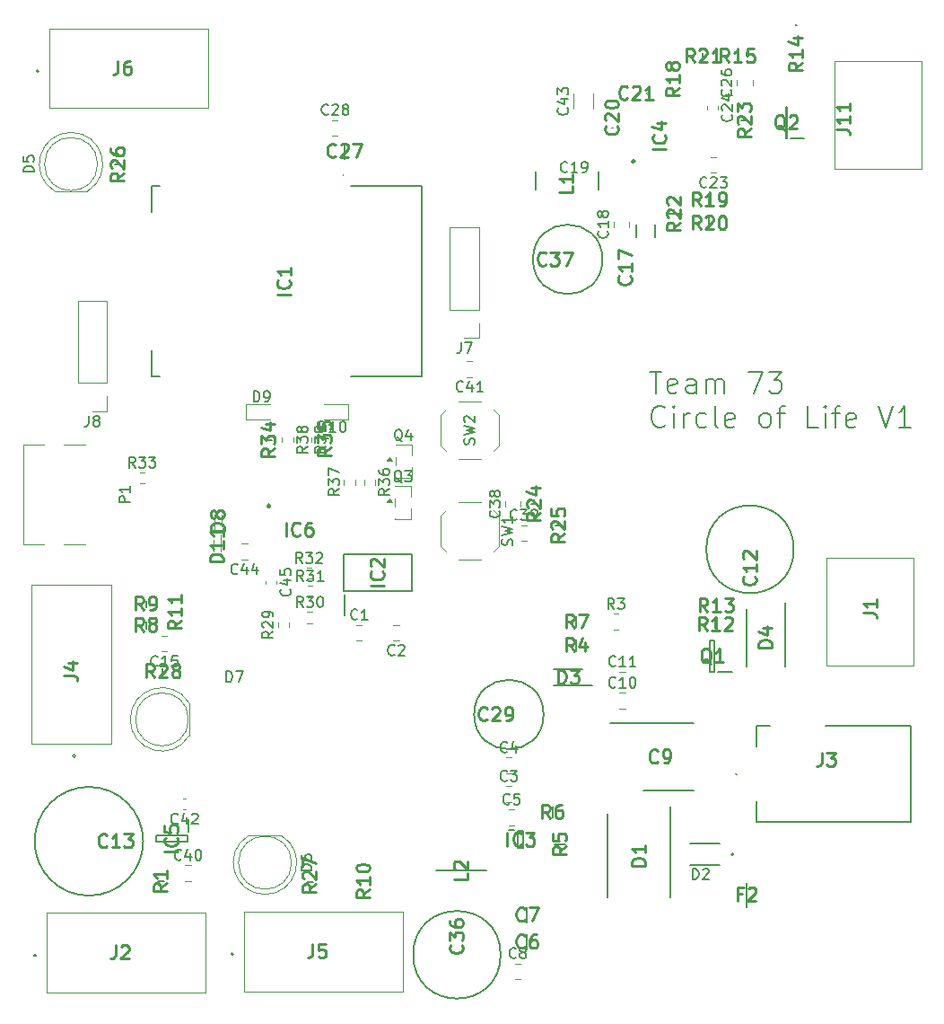
<source format=gbr>
%TF.GenerationSoftware,KiCad,Pcbnew,9.0.7*%
%TF.CreationDate,2026-02-25T22:32:00-06:00*%
%TF.ProjectId,circle_of_life,63697263-6c65-45f6-9f66-5f6c6966652e,rev?*%
%TF.SameCoordinates,Original*%
%TF.FileFunction,Legend,Top*%
%TF.FilePolarity,Positive*%
%FSLAX46Y46*%
G04 Gerber Fmt 4.6, Leading zero omitted, Abs format (unit mm)*
G04 Created by KiCad (PCBNEW 9.0.7) date 2026-02-25 22:32:00*
%MOMM*%
%LPD*%
G01*
G04 APERTURE LIST*
%ADD10C,0.200000*%
%ADD11C,0.254000*%
%ADD12C,0.150000*%
%ADD13C,0.120000*%
%ADD14C,0.100000*%
%ADD15C,0.250000*%
%ADD16C,0.127000*%
%ADD17C,0.152400*%
G04 APERTURE END LIST*
D10*
X146372054Y-139304950D02*
X147514911Y-139304950D01*
X146943482Y-141304950D02*
X146943482Y-139304950D01*
X148943483Y-141209712D02*
X148753007Y-141304950D01*
X148753007Y-141304950D02*
X148372054Y-141304950D01*
X148372054Y-141304950D02*
X148181578Y-141209712D01*
X148181578Y-141209712D02*
X148086340Y-141019235D01*
X148086340Y-141019235D02*
X148086340Y-140257331D01*
X148086340Y-140257331D02*
X148181578Y-140066854D01*
X148181578Y-140066854D02*
X148372054Y-139971616D01*
X148372054Y-139971616D02*
X148753007Y-139971616D01*
X148753007Y-139971616D02*
X148943483Y-140066854D01*
X148943483Y-140066854D02*
X149038721Y-140257331D01*
X149038721Y-140257331D02*
X149038721Y-140447807D01*
X149038721Y-140447807D02*
X148086340Y-140638283D01*
X150753007Y-141304950D02*
X150753007Y-140257331D01*
X150753007Y-140257331D02*
X150657769Y-140066854D01*
X150657769Y-140066854D02*
X150467293Y-139971616D01*
X150467293Y-139971616D02*
X150086340Y-139971616D01*
X150086340Y-139971616D02*
X149895864Y-140066854D01*
X150753007Y-141209712D02*
X150562531Y-141304950D01*
X150562531Y-141304950D02*
X150086340Y-141304950D01*
X150086340Y-141304950D02*
X149895864Y-141209712D01*
X149895864Y-141209712D02*
X149800626Y-141019235D01*
X149800626Y-141019235D02*
X149800626Y-140828759D01*
X149800626Y-140828759D02*
X149895864Y-140638283D01*
X149895864Y-140638283D02*
X150086340Y-140543045D01*
X150086340Y-140543045D02*
X150562531Y-140543045D01*
X150562531Y-140543045D02*
X150753007Y-140447807D01*
X151705388Y-141304950D02*
X151705388Y-139971616D01*
X151705388Y-140162092D02*
X151800626Y-140066854D01*
X151800626Y-140066854D02*
X151991102Y-139971616D01*
X151991102Y-139971616D02*
X152276817Y-139971616D01*
X152276817Y-139971616D02*
X152467293Y-140066854D01*
X152467293Y-140066854D02*
X152562531Y-140257331D01*
X152562531Y-140257331D02*
X152562531Y-141304950D01*
X152562531Y-140257331D02*
X152657769Y-140066854D01*
X152657769Y-140066854D02*
X152848245Y-139971616D01*
X152848245Y-139971616D02*
X153133959Y-139971616D01*
X153133959Y-139971616D02*
X153324436Y-140066854D01*
X153324436Y-140066854D02*
X153419674Y-140257331D01*
X153419674Y-140257331D02*
X153419674Y-141304950D01*
X155705389Y-139304950D02*
X157038722Y-139304950D01*
X157038722Y-139304950D02*
X156181579Y-141304950D01*
X157610151Y-139304950D02*
X158848246Y-139304950D01*
X158848246Y-139304950D02*
X158181579Y-140066854D01*
X158181579Y-140066854D02*
X158467294Y-140066854D01*
X158467294Y-140066854D02*
X158657770Y-140162092D01*
X158657770Y-140162092D02*
X158753008Y-140257331D01*
X158753008Y-140257331D02*
X158848246Y-140447807D01*
X158848246Y-140447807D02*
X158848246Y-140923997D01*
X158848246Y-140923997D02*
X158753008Y-141114473D01*
X158753008Y-141114473D02*
X158657770Y-141209712D01*
X158657770Y-141209712D02*
X158467294Y-141304950D01*
X158467294Y-141304950D02*
X157895865Y-141304950D01*
X157895865Y-141304950D02*
X157705389Y-141209712D01*
X157705389Y-141209712D02*
X157610151Y-141114473D01*
X147800625Y-144334361D02*
X147705387Y-144429600D01*
X147705387Y-144429600D02*
X147419673Y-144524838D01*
X147419673Y-144524838D02*
X147229197Y-144524838D01*
X147229197Y-144524838D02*
X146943482Y-144429600D01*
X146943482Y-144429600D02*
X146753006Y-144239123D01*
X146753006Y-144239123D02*
X146657768Y-144048647D01*
X146657768Y-144048647D02*
X146562530Y-143667695D01*
X146562530Y-143667695D02*
X146562530Y-143381980D01*
X146562530Y-143381980D02*
X146657768Y-143001028D01*
X146657768Y-143001028D02*
X146753006Y-142810552D01*
X146753006Y-142810552D02*
X146943482Y-142620076D01*
X146943482Y-142620076D02*
X147229197Y-142524838D01*
X147229197Y-142524838D02*
X147419673Y-142524838D01*
X147419673Y-142524838D02*
X147705387Y-142620076D01*
X147705387Y-142620076D02*
X147800625Y-142715314D01*
X148657768Y-144524838D02*
X148657768Y-143191504D01*
X148657768Y-142524838D02*
X148562530Y-142620076D01*
X148562530Y-142620076D02*
X148657768Y-142715314D01*
X148657768Y-142715314D02*
X148753006Y-142620076D01*
X148753006Y-142620076D02*
X148657768Y-142524838D01*
X148657768Y-142524838D02*
X148657768Y-142715314D01*
X149610149Y-144524838D02*
X149610149Y-143191504D01*
X149610149Y-143572457D02*
X149705387Y-143381980D01*
X149705387Y-143381980D02*
X149800625Y-143286742D01*
X149800625Y-143286742D02*
X149991101Y-143191504D01*
X149991101Y-143191504D02*
X150181578Y-143191504D01*
X151705387Y-144429600D02*
X151514911Y-144524838D01*
X151514911Y-144524838D02*
X151133958Y-144524838D01*
X151133958Y-144524838D02*
X150943482Y-144429600D01*
X150943482Y-144429600D02*
X150848244Y-144334361D01*
X150848244Y-144334361D02*
X150753006Y-144143885D01*
X150753006Y-144143885D02*
X150753006Y-143572457D01*
X150753006Y-143572457D02*
X150848244Y-143381980D01*
X150848244Y-143381980D02*
X150943482Y-143286742D01*
X150943482Y-143286742D02*
X151133958Y-143191504D01*
X151133958Y-143191504D02*
X151514911Y-143191504D01*
X151514911Y-143191504D02*
X151705387Y-143286742D01*
X152848244Y-144524838D02*
X152657768Y-144429600D01*
X152657768Y-144429600D02*
X152562530Y-144239123D01*
X152562530Y-144239123D02*
X152562530Y-142524838D01*
X154372054Y-144429600D02*
X154181578Y-144524838D01*
X154181578Y-144524838D02*
X153800625Y-144524838D01*
X153800625Y-144524838D02*
X153610149Y-144429600D01*
X153610149Y-144429600D02*
X153514911Y-144239123D01*
X153514911Y-144239123D02*
X153514911Y-143477219D01*
X153514911Y-143477219D02*
X153610149Y-143286742D01*
X153610149Y-143286742D02*
X153800625Y-143191504D01*
X153800625Y-143191504D02*
X154181578Y-143191504D01*
X154181578Y-143191504D02*
X154372054Y-143286742D01*
X154372054Y-143286742D02*
X154467292Y-143477219D01*
X154467292Y-143477219D02*
X154467292Y-143667695D01*
X154467292Y-143667695D02*
X153514911Y-143858171D01*
X157133959Y-144524838D02*
X156943483Y-144429600D01*
X156943483Y-144429600D02*
X156848245Y-144334361D01*
X156848245Y-144334361D02*
X156753007Y-144143885D01*
X156753007Y-144143885D02*
X156753007Y-143572457D01*
X156753007Y-143572457D02*
X156848245Y-143381980D01*
X156848245Y-143381980D02*
X156943483Y-143286742D01*
X156943483Y-143286742D02*
X157133959Y-143191504D01*
X157133959Y-143191504D02*
X157419674Y-143191504D01*
X157419674Y-143191504D02*
X157610150Y-143286742D01*
X157610150Y-143286742D02*
X157705388Y-143381980D01*
X157705388Y-143381980D02*
X157800626Y-143572457D01*
X157800626Y-143572457D02*
X157800626Y-144143885D01*
X157800626Y-144143885D02*
X157705388Y-144334361D01*
X157705388Y-144334361D02*
X157610150Y-144429600D01*
X157610150Y-144429600D02*
X157419674Y-144524838D01*
X157419674Y-144524838D02*
X157133959Y-144524838D01*
X158372055Y-143191504D02*
X159133959Y-143191504D01*
X158657769Y-144524838D02*
X158657769Y-142810552D01*
X158657769Y-142810552D02*
X158753007Y-142620076D01*
X158753007Y-142620076D02*
X158943483Y-142524838D01*
X158943483Y-142524838D02*
X159133959Y-142524838D01*
X162276817Y-144524838D02*
X161324436Y-144524838D01*
X161324436Y-144524838D02*
X161324436Y-142524838D01*
X162943484Y-144524838D02*
X162943484Y-143191504D01*
X162943484Y-142524838D02*
X162848246Y-142620076D01*
X162848246Y-142620076D02*
X162943484Y-142715314D01*
X162943484Y-142715314D02*
X163038722Y-142620076D01*
X163038722Y-142620076D02*
X162943484Y-142524838D01*
X162943484Y-142524838D02*
X162943484Y-142715314D01*
X163610151Y-143191504D02*
X164372055Y-143191504D01*
X163895865Y-144524838D02*
X163895865Y-142810552D01*
X163895865Y-142810552D02*
X163991103Y-142620076D01*
X163991103Y-142620076D02*
X164181579Y-142524838D01*
X164181579Y-142524838D02*
X164372055Y-142524838D01*
X165800627Y-144429600D02*
X165610151Y-144524838D01*
X165610151Y-144524838D02*
X165229198Y-144524838D01*
X165229198Y-144524838D02*
X165038722Y-144429600D01*
X165038722Y-144429600D02*
X164943484Y-144239123D01*
X164943484Y-144239123D02*
X164943484Y-143477219D01*
X164943484Y-143477219D02*
X165038722Y-143286742D01*
X165038722Y-143286742D02*
X165229198Y-143191504D01*
X165229198Y-143191504D02*
X165610151Y-143191504D01*
X165610151Y-143191504D02*
X165800627Y-143286742D01*
X165800627Y-143286742D02*
X165895865Y-143477219D01*
X165895865Y-143477219D02*
X165895865Y-143667695D01*
X165895865Y-143667695D02*
X164943484Y-143858171D01*
X167991104Y-142524838D02*
X168657770Y-144524838D01*
X168657770Y-144524838D02*
X169324437Y-142524838D01*
X171038723Y-144524838D02*
X169895866Y-144524838D01*
X170467294Y-144524838D02*
X170467294Y-142524838D01*
X170467294Y-142524838D02*
X170276818Y-142810552D01*
X170276818Y-142810552D02*
X170086342Y-143001028D01*
X170086342Y-143001028D02*
X169895866Y-143096266D01*
D11*
X149174318Y-112516428D02*
X148569556Y-112939762D01*
X149174318Y-113242143D02*
X147904318Y-113242143D01*
X147904318Y-113242143D02*
X147904318Y-112758333D01*
X147904318Y-112758333D02*
X147964794Y-112637381D01*
X147964794Y-112637381D02*
X148025270Y-112576904D01*
X148025270Y-112576904D02*
X148146222Y-112516428D01*
X148146222Y-112516428D02*
X148327651Y-112516428D01*
X148327651Y-112516428D02*
X148448603Y-112576904D01*
X148448603Y-112576904D02*
X148509080Y-112637381D01*
X148509080Y-112637381D02*
X148569556Y-112758333D01*
X148569556Y-112758333D02*
X148569556Y-113242143D01*
X149174318Y-111306904D02*
X149174318Y-112032619D01*
X149174318Y-111669762D02*
X147904318Y-111669762D01*
X147904318Y-111669762D02*
X148085746Y-111790714D01*
X148085746Y-111790714D02*
X148206699Y-111911666D01*
X148206699Y-111911666D02*
X148267175Y-112032619D01*
X148448603Y-110581190D02*
X148388127Y-110702142D01*
X148388127Y-110702142D02*
X148327651Y-110762619D01*
X148327651Y-110762619D02*
X148206699Y-110823095D01*
X148206699Y-110823095D02*
X148146222Y-110823095D01*
X148146222Y-110823095D02*
X148025270Y-110762619D01*
X148025270Y-110762619D02*
X147964794Y-110702142D01*
X147964794Y-110702142D02*
X147904318Y-110581190D01*
X147904318Y-110581190D02*
X147904318Y-110339285D01*
X147904318Y-110339285D02*
X147964794Y-110218333D01*
X147964794Y-110218333D02*
X148025270Y-110157857D01*
X148025270Y-110157857D02*
X148146222Y-110097380D01*
X148146222Y-110097380D02*
X148206699Y-110097380D01*
X148206699Y-110097380D02*
X148327651Y-110157857D01*
X148327651Y-110157857D02*
X148388127Y-110218333D01*
X148388127Y-110218333D02*
X148448603Y-110339285D01*
X148448603Y-110339285D02*
X148448603Y-110581190D01*
X148448603Y-110581190D02*
X148509080Y-110702142D01*
X148509080Y-110702142D02*
X148569556Y-110762619D01*
X148569556Y-110762619D02*
X148690508Y-110823095D01*
X148690508Y-110823095D02*
X148932413Y-110823095D01*
X148932413Y-110823095D02*
X149053365Y-110762619D01*
X149053365Y-110762619D02*
X149113842Y-110702142D01*
X149113842Y-110702142D02*
X149174318Y-110581190D01*
X149174318Y-110581190D02*
X149174318Y-110339285D01*
X149174318Y-110339285D02*
X149113842Y-110218333D01*
X149113842Y-110218333D02*
X149053365Y-110157857D01*
X149053365Y-110157857D02*
X148932413Y-110097380D01*
X148932413Y-110097380D02*
X148690508Y-110097380D01*
X148690508Y-110097380D02*
X148569556Y-110157857D01*
X148569556Y-110157857D02*
X148509080Y-110218333D01*
X148509080Y-110218333D02*
X148448603Y-110339285D01*
X98638333Y-161754318D02*
X98214999Y-161149556D01*
X97912618Y-161754318D02*
X97912618Y-160484318D01*
X97912618Y-160484318D02*
X98396428Y-160484318D01*
X98396428Y-160484318D02*
X98517380Y-160544794D01*
X98517380Y-160544794D02*
X98577857Y-160605270D01*
X98577857Y-160605270D02*
X98638333Y-160726222D01*
X98638333Y-160726222D02*
X98638333Y-160907651D01*
X98638333Y-160907651D02*
X98577857Y-161028603D01*
X98577857Y-161028603D02*
X98517380Y-161089080D01*
X98517380Y-161089080D02*
X98396428Y-161149556D01*
X98396428Y-161149556D02*
X97912618Y-161149556D01*
X99243095Y-161754318D02*
X99484999Y-161754318D01*
X99484999Y-161754318D02*
X99605952Y-161693842D01*
X99605952Y-161693842D02*
X99666428Y-161633365D01*
X99666428Y-161633365D02*
X99787380Y-161451937D01*
X99787380Y-161451937D02*
X99847857Y-161210032D01*
X99847857Y-161210032D02*
X99847857Y-160726222D01*
X99847857Y-160726222D02*
X99787380Y-160605270D01*
X99787380Y-160605270D02*
X99726904Y-160544794D01*
X99726904Y-160544794D02*
X99605952Y-160484318D01*
X99605952Y-160484318D02*
X99364047Y-160484318D01*
X99364047Y-160484318D02*
X99243095Y-160544794D01*
X99243095Y-160544794D02*
X99182618Y-160605270D01*
X99182618Y-160605270D02*
X99122142Y-160726222D01*
X99122142Y-160726222D02*
X99122142Y-161028603D01*
X99122142Y-161028603D02*
X99182618Y-161149556D01*
X99182618Y-161149556D02*
X99243095Y-161210032D01*
X99243095Y-161210032D02*
X99364047Y-161270508D01*
X99364047Y-161270508D02*
X99605952Y-161270508D01*
X99605952Y-161270508D02*
X99726904Y-161210032D01*
X99726904Y-161210032D02*
X99787380Y-161149556D01*
X99787380Y-161149556D02*
X99847857Y-161028603D01*
D12*
X128566666Y-136534819D02*
X128566666Y-137249104D01*
X128566666Y-137249104D02*
X128519047Y-137391961D01*
X128519047Y-137391961D02*
X128423809Y-137487200D01*
X128423809Y-137487200D02*
X128280952Y-137534819D01*
X128280952Y-137534819D02*
X128185714Y-137534819D01*
X128947619Y-136534819D02*
X129614285Y-136534819D01*
X129614285Y-136534819D02*
X129185714Y-137534819D01*
D11*
X139137318Y-121788666D02*
X139137318Y-122393428D01*
X139137318Y-122393428D02*
X137867318Y-122393428D01*
X139137318Y-120700094D02*
X139137318Y-121425809D01*
X139137318Y-121062952D02*
X137867318Y-121062952D01*
X137867318Y-121062952D02*
X138048746Y-121183904D01*
X138048746Y-121183904D02*
X138169699Y-121304856D01*
X138169699Y-121304856D02*
X138230175Y-121425809D01*
D12*
X142379580Y-126042857D02*
X142427200Y-126090476D01*
X142427200Y-126090476D02*
X142474819Y-126233333D01*
X142474819Y-126233333D02*
X142474819Y-126328571D01*
X142474819Y-126328571D02*
X142427200Y-126471428D01*
X142427200Y-126471428D02*
X142331961Y-126566666D01*
X142331961Y-126566666D02*
X142236723Y-126614285D01*
X142236723Y-126614285D02*
X142046247Y-126661904D01*
X142046247Y-126661904D02*
X141903390Y-126661904D01*
X141903390Y-126661904D02*
X141712914Y-126614285D01*
X141712914Y-126614285D02*
X141617676Y-126566666D01*
X141617676Y-126566666D02*
X141522438Y-126471428D01*
X141522438Y-126471428D02*
X141474819Y-126328571D01*
X141474819Y-126328571D02*
X141474819Y-126233333D01*
X141474819Y-126233333D02*
X141522438Y-126090476D01*
X141522438Y-126090476D02*
X141570057Y-126042857D01*
X142474819Y-125090476D02*
X142474819Y-125661904D01*
X142474819Y-125376190D02*
X141474819Y-125376190D01*
X141474819Y-125376190D02*
X141617676Y-125471428D01*
X141617676Y-125471428D02*
X141712914Y-125566666D01*
X141712914Y-125566666D02*
X141760533Y-125661904D01*
X141903390Y-124519047D02*
X141855771Y-124614285D01*
X141855771Y-124614285D02*
X141808152Y-124661904D01*
X141808152Y-124661904D02*
X141712914Y-124709523D01*
X141712914Y-124709523D02*
X141665295Y-124709523D01*
X141665295Y-124709523D02*
X141570057Y-124661904D01*
X141570057Y-124661904D02*
X141522438Y-124614285D01*
X141522438Y-124614285D02*
X141474819Y-124519047D01*
X141474819Y-124519047D02*
X141474819Y-124328571D01*
X141474819Y-124328571D02*
X141522438Y-124233333D01*
X141522438Y-124233333D02*
X141570057Y-124185714D01*
X141570057Y-124185714D02*
X141665295Y-124138095D01*
X141665295Y-124138095D02*
X141712914Y-124138095D01*
X141712914Y-124138095D02*
X141808152Y-124185714D01*
X141808152Y-124185714D02*
X141855771Y-124233333D01*
X141855771Y-124233333D02*
X141903390Y-124328571D01*
X141903390Y-124328571D02*
X141903390Y-124519047D01*
X141903390Y-124519047D02*
X141951009Y-124614285D01*
X141951009Y-124614285D02*
X141998628Y-124661904D01*
X141998628Y-124661904D02*
X142093866Y-124709523D01*
X142093866Y-124709523D02*
X142284342Y-124709523D01*
X142284342Y-124709523D02*
X142379580Y-124661904D01*
X142379580Y-124661904D02*
X142427200Y-124614285D01*
X142427200Y-124614285D02*
X142474819Y-124519047D01*
X142474819Y-124519047D02*
X142474819Y-124328571D01*
X142474819Y-124328571D02*
X142427200Y-124233333D01*
X142427200Y-124233333D02*
X142379580Y-124185714D01*
X142379580Y-124185714D02*
X142284342Y-124138095D01*
X142284342Y-124138095D02*
X142093866Y-124138095D01*
X142093866Y-124138095D02*
X141998628Y-124185714D01*
X141998628Y-124185714D02*
X141951009Y-124233333D01*
X141951009Y-124233333D02*
X141903390Y-124328571D01*
X138607142Y-120409580D02*
X138559523Y-120457200D01*
X138559523Y-120457200D02*
X138416666Y-120504819D01*
X138416666Y-120504819D02*
X138321428Y-120504819D01*
X138321428Y-120504819D02*
X138178571Y-120457200D01*
X138178571Y-120457200D02*
X138083333Y-120361961D01*
X138083333Y-120361961D02*
X138035714Y-120266723D01*
X138035714Y-120266723D02*
X137988095Y-120076247D01*
X137988095Y-120076247D02*
X137988095Y-119933390D01*
X137988095Y-119933390D02*
X138035714Y-119742914D01*
X138035714Y-119742914D02*
X138083333Y-119647676D01*
X138083333Y-119647676D02*
X138178571Y-119552438D01*
X138178571Y-119552438D02*
X138321428Y-119504819D01*
X138321428Y-119504819D02*
X138416666Y-119504819D01*
X138416666Y-119504819D02*
X138559523Y-119552438D01*
X138559523Y-119552438D02*
X138607142Y-119600057D01*
X139559523Y-120504819D02*
X138988095Y-120504819D01*
X139273809Y-120504819D02*
X139273809Y-119504819D01*
X139273809Y-119504819D02*
X139178571Y-119647676D01*
X139178571Y-119647676D02*
X139083333Y-119742914D01*
X139083333Y-119742914D02*
X138988095Y-119790533D01*
X140035714Y-120504819D02*
X140226190Y-120504819D01*
X140226190Y-120504819D02*
X140321428Y-120457200D01*
X140321428Y-120457200D02*
X140369047Y-120409580D01*
X140369047Y-120409580D02*
X140464285Y-120266723D01*
X140464285Y-120266723D02*
X140511904Y-120076247D01*
X140511904Y-120076247D02*
X140511904Y-119695295D01*
X140511904Y-119695295D02*
X140464285Y-119600057D01*
X140464285Y-119600057D02*
X140416666Y-119552438D01*
X140416666Y-119552438D02*
X140321428Y-119504819D01*
X140321428Y-119504819D02*
X140130952Y-119504819D01*
X140130952Y-119504819D02*
X140035714Y-119552438D01*
X140035714Y-119552438D02*
X139988095Y-119600057D01*
X139988095Y-119600057D02*
X139940476Y-119695295D01*
X139940476Y-119695295D02*
X139940476Y-119933390D01*
X139940476Y-119933390D02*
X139988095Y-120028628D01*
X139988095Y-120028628D02*
X140035714Y-120076247D01*
X140035714Y-120076247D02*
X140130952Y-120123866D01*
X140130952Y-120123866D02*
X140321428Y-120123866D01*
X140321428Y-120123866D02*
X140416666Y-120076247D01*
X140416666Y-120076247D02*
X140464285Y-120028628D01*
X140464285Y-120028628D02*
X140511904Y-119933390D01*
D11*
X102194318Y-162746428D02*
X101589556Y-163169762D01*
X102194318Y-163472143D02*
X100924318Y-163472143D01*
X100924318Y-163472143D02*
X100924318Y-162988333D01*
X100924318Y-162988333D02*
X100984794Y-162867381D01*
X100984794Y-162867381D02*
X101045270Y-162806904D01*
X101045270Y-162806904D02*
X101166222Y-162746428D01*
X101166222Y-162746428D02*
X101347651Y-162746428D01*
X101347651Y-162746428D02*
X101468603Y-162806904D01*
X101468603Y-162806904D02*
X101529080Y-162867381D01*
X101529080Y-162867381D02*
X101589556Y-162988333D01*
X101589556Y-162988333D02*
X101589556Y-163472143D01*
X102194318Y-161536904D02*
X102194318Y-162262619D01*
X102194318Y-161899762D02*
X100924318Y-161899762D01*
X100924318Y-161899762D02*
X101105746Y-162020714D01*
X101105746Y-162020714D02*
X101226699Y-162141666D01*
X101226699Y-162141666D02*
X101287175Y-162262619D01*
X102194318Y-160327380D02*
X102194318Y-161053095D01*
X102194318Y-160690238D02*
X100924318Y-160690238D01*
X100924318Y-160690238D02*
X101105746Y-160811190D01*
X101105746Y-160811190D02*
X101226699Y-160932142D01*
X101226699Y-160932142D02*
X101287175Y-161053095D01*
D12*
X97329819Y-151598094D02*
X96329819Y-151598094D01*
X96329819Y-151598094D02*
X96329819Y-151217142D01*
X96329819Y-151217142D02*
X96377438Y-151121904D01*
X96377438Y-151121904D02*
X96425057Y-151074285D01*
X96425057Y-151074285D02*
X96520295Y-151026666D01*
X96520295Y-151026666D02*
X96663152Y-151026666D01*
X96663152Y-151026666D02*
X96758390Y-151074285D01*
X96758390Y-151074285D02*
X96806009Y-151121904D01*
X96806009Y-151121904D02*
X96853628Y-151217142D01*
X96853628Y-151217142D02*
X96853628Y-151598094D01*
X97329819Y-150074285D02*
X97329819Y-150645713D01*
X97329819Y-150359999D02*
X96329819Y-150359999D01*
X96329819Y-150359999D02*
X96472676Y-150455237D01*
X96472676Y-150455237D02*
X96567914Y-150550475D01*
X96567914Y-150550475D02*
X96615533Y-150645713D01*
D11*
X91134318Y-167923332D02*
X92041461Y-167923332D01*
X92041461Y-167923332D02*
X92222889Y-167983809D01*
X92222889Y-167983809D02*
X92343842Y-168104761D01*
X92343842Y-168104761D02*
X92404318Y-168286190D01*
X92404318Y-168286190D02*
X92404318Y-168407142D01*
X91557651Y-166774285D02*
X92404318Y-166774285D01*
X91073842Y-167076666D02*
X91980984Y-167379047D01*
X91980984Y-167379047D02*
X91980984Y-166592856D01*
D12*
X129810135Y-146133332D02*
X129857754Y-145990475D01*
X129857754Y-145990475D02*
X129857754Y-145752380D01*
X129857754Y-145752380D02*
X129810135Y-145657142D01*
X129810135Y-145657142D02*
X129762515Y-145609523D01*
X129762515Y-145609523D02*
X129667277Y-145561904D01*
X129667277Y-145561904D02*
X129572039Y-145561904D01*
X129572039Y-145561904D02*
X129476801Y-145609523D01*
X129476801Y-145609523D02*
X129429182Y-145657142D01*
X129429182Y-145657142D02*
X129381563Y-145752380D01*
X129381563Y-145752380D02*
X129333944Y-145942856D01*
X129333944Y-145942856D02*
X129286325Y-146038094D01*
X129286325Y-146038094D02*
X129238706Y-146085713D01*
X129238706Y-146085713D02*
X129143468Y-146133332D01*
X129143468Y-146133332D02*
X129048230Y-146133332D01*
X129048230Y-146133332D02*
X128952992Y-146085713D01*
X128952992Y-146085713D02*
X128905373Y-146038094D01*
X128905373Y-146038094D02*
X128857754Y-145942856D01*
X128857754Y-145942856D02*
X128857754Y-145704761D01*
X128857754Y-145704761D02*
X128905373Y-145561904D01*
X128857754Y-145228570D02*
X129857754Y-144990475D01*
X129857754Y-144990475D02*
X129143468Y-144799999D01*
X129143468Y-144799999D02*
X129857754Y-144609523D01*
X129857754Y-144609523D02*
X128857754Y-144371428D01*
X128952992Y-144038094D02*
X128905373Y-143990475D01*
X128905373Y-143990475D02*
X128857754Y-143895237D01*
X128857754Y-143895237D02*
X128857754Y-143657142D01*
X128857754Y-143657142D02*
X128905373Y-143561904D01*
X128905373Y-143561904D02*
X128952992Y-143514285D01*
X128952992Y-143514285D02*
X129048230Y-143466666D01*
X129048230Y-143466666D02*
X129143468Y-143466666D01*
X129143468Y-143466666D02*
X129286325Y-143514285D01*
X129286325Y-143514285D02*
X129857754Y-144085713D01*
X129857754Y-144085713D02*
X129857754Y-143466666D01*
D11*
X136074318Y-152566428D02*
X135469556Y-152989762D01*
X136074318Y-153292143D02*
X134804318Y-153292143D01*
X134804318Y-153292143D02*
X134804318Y-152808333D01*
X134804318Y-152808333D02*
X134864794Y-152687381D01*
X134864794Y-152687381D02*
X134925270Y-152626904D01*
X134925270Y-152626904D02*
X135046222Y-152566428D01*
X135046222Y-152566428D02*
X135227651Y-152566428D01*
X135227651Y-152566428D02*
X135348603Y-152626904D01*
X135348603Y-152626904D02*
X135409080Y-152687381D01*
X135409080Y-152687381D02*
X135469556Y-152808333D01*
X135469556Y-152808333D02*
X135469556Y-153292143D01*
X134925270Y-152082619D02*
X134864794Y-152022143D01*
X134864794Y-152022143D02*
X134804318Y-151901190D01*
X134804318Y-151901190D02*
X134804318Y-151598809D01*
X134804318Y-151598809D02*
X134864794Y-151477857D01*
X134864794Y-151477857D02*
X134925270Y-151417381D01*
X134925270Y-151417381D02*
X135046222Y-151356904D01*
X135046222Y-151356904D02*
X135167175Y-151356904D01*
X135167175Y-151356904D02*
X135348603Y-151417381D01*
X135348603Y-151417381D02*
X136074318Y-152143095D01*
X136074318Y-152143095D02*
X136074318Y-151356904D01*
X135227651Y-150268333D02*
X136074318Y-150268333D01*
X134743842Y-150570714D02*
X135650984Y-150873095D01*
X135650984Y-150873095D02*
X135650984Y-150086904D01*
D12*
X93466666Y-143454819D02*
X93466666Y-144169104D01*
X93466666Y-144169104D02*
X93419047Y-144311961D01*
X93419047Y-144311961D02*
X93323809Y-144407200D01*
X93323809Y-144407200D02*
X93180952Y-144454819D01*
X93180952Y-144454819D02*
X93085714Y-144454819D01*
X94085714Y-143883390D02*
X93990476Y-143835771D01*
X93990476Y-143835771D02*
X93942857Y-143788152D01*
X93942857Y-143788152D02*
X93895238Y-143692914D01*
X93895238Y-143692914D02*
X93895238Y-143645295D01*
X93895238Y-143645295D02*
X93942857Y-143550057D01*
X93942857Y-143550057D02*
X93990476Y-143502438D01*
X93990476Y-143502438D02*
X94085714Y-143454819D01*
X94085714Y-143454819D02*
X94276190Y-143454819D01*
X94276190Y-143454819D02*
X94371428Y-143502438D01*
X94371428Y-143502438D02*
X94419047Y-143550057D01*
X94419047Y-143550057D02*
X94466666Y-143645295D01*
X94466666Y-143645295D02*
X94466666Y-143692914D01*
X94466666Y-143692914D02*
X94419047Y-143788152D01*
X94419047Y-143788152D02*
X94371428Y-143835771D01*
X94371428Y-143835771D02*
X94276190Y-143883390D01*
X94276190Y-143883390D02*
X94085714Y-143883390D01*
X94085714Y-143883390D02*
X93990476Y-143931009D01*
X93990476Y-143931009D02*
X93942857Y-143978628D01*
X93942857Y-143978628D02*
X93895238Y-144073866D01*
X93895238Y-144073866D02*
X93895238Y-144264342D01*
X93895238Y-144264342D02*
X93942857Y-144359580D01*
X93942857Y-144359580D02*
X93990476Y-144407200D01*
X93990476Y-144407200D02*
X94085714Y-144454819D01*
X94085714Y-144454819D02*
X94276190Y-144454819D01*
X94276190Y-144454819D02*
X94371428Y-144407200D01*
X94371428Y-144407200D02*
X94419047Y-144359580D01*
X94419047Y-144359580D02*
X94466666Y-144264342D01*
X94466666Y-144264342D02*
X94466666Y-144073866D01*
X94466666Y-144073866D02*
X94419047Y-143978628D01*
X94419047Y-143978628D02*
X94371428Y-143931009D01*
X94371428Y-143931009D02*
X94276190Y-143883390D01*
D11*
X151833571Y-161924318D02*
X151410237Y-161319556D01*
X151107856Y-161924318D02*
X151107856Y-160654318D01*
X151107856Y-160654318D02*
X151591666Y-160654318D01*
X151591666Y-160654318D02*
X151712618Y-160714794D01*
X151712618Y-160714794D02*
X151773095Y-160775270D01*
X151773095Y-160775270D02*
X151833571Y-160896222D01*
X151833571Y-160896222D02*
X151833571Y-161077651D01*
X151833571Y-161077651D02*
X151773095Y-161198603D01*
X151773095Y-161198603D02*
X151712618Y-161259080D01*
X151712618Y-161259080D02*
X151591666Y-161319556D01*
X151591666Y-161319556D02*
X151107856Y-161319556D01*
X153043095Y-161924318D02*
X152317380Y-161924318D01*
X152680237Y-161924318D02*
X152680237Y-160654318D01*
X152680237Y-160654318D02*
X152559285Y-160835746D01*
X152559285Y-160835746D02*
X152438333Y-160956699D01*
X152438333Y-160956699D02*
X152317380Y-161017175D01*
X153466428Y-160654318D02*
X154252619Y-160654318D01*
X154252619Y-160654318D02*
X153829285Y-161138127D01*
X153829285Y-161138127D02*
X154010714Y-161138127D01*
X154010714Y-161138127D02*
X154131666Y-161198603D01*
X154131666Y-161198603D02*
X154192142Y-161259080D01*
X154192142Y-161259080D02*
X154252619Y-161380032D01*
X154252619Y-161380032D02*
X154252619Y-161682413D01*
X154252619Y-161682413D02*
X154192142Y-161803365D01*
X154192142Y-161803365D02*
X154131666Y-161863842D01*
X154131666Y-161863842D02*
X154010714Y-161924318D01*
X154010714Y-161924318D02*
X153647857Y-161924318D01*
X153647857Y-161924318D02*
X153526904Y-161863842D01*
X153526904Y-161863842D02*
X153466428Y-161803365D01*
D12*
X133410135Y-155633332D02*
X133457754Y-155490475D01*
X133457754Y-155490475D02*
X133457754Y-155252380D01*
X133457754Y-155252380D02*
X133410135Y-155157142D01*
X133410135Y-155157142D02*
X133362515Y-155109523D01*
X133362515Y-155109523D02*
X133267277Y-155061904D01*
X133267277Y-155061904D02*
X133172039Y-155061904D01*
X133172039Y-155061904D02*
X133076801Y-155109523D01*
X133076801Y-155109523D02*
X133029182Y-155157142D01*
X133029182Y-155157142D02*
X132981563Y-155252380D01*
X132981563Y-155252380D02*
X132933944Y-155442856D01*
X132933944Y-155442856D02*
X132886325Y-155538094D01*
X132886325Y-155538094D02*
X132838706Y-155585713D01*
X132838706Y-155585713D02*
X132743468Y-155633332D01*
X132743468Y-155633332D02*
X132648230Y-155633332D01*
X132648230Y-155633332D02*
X132552992Y-155585713D01*
X132552992Y-155585713D02*
X132505373Y-155538094D01*
X132505373Y-155538094D02*
X132457754Y-155442856D01*
X132457754Y-155442856D02*
X132457754Y-155204761D01*
X132457754Y-155204761D02*
X132505373Y-155061904D01*
X132457754Y-154728570D02*
X133457754Y-154490475D01*
X133457754Y-154490475D02*
X132743468Y-154299999D01*
X132743468Y-154299999D02*
X133457754Y-154109523D01*
X133457754Y-154109523D02*
X132457754Y-153871428D01*
X133457754Y-152966666D02*
X133457754Y-153538094D01*
X133457754Y-153252380D02*
X132457754Y-153252380D01*
X132457754Y-153252380D02*
X132600611Y-153347618D01*
X132600611Y-153347618D02*
X132695849Y-153442856D01*
X132695849Y-153442856D02*
X132743468Y-153538094D01*
D11*
X138374318Y-154566428D02*
X137769556Y-154989762D01*
X138374318Y-155292143D02*
X137104318Y-155292143D01*
X137104318Y-155292143D02*
X137104318Y-154808333D01*
X137104318Y-154808333D02*
X137164794Y-154687381D01*
X137164794Y-154687381D02*
X137225270Y-154626904D01*
X137225270Y-154626904D02*
X137346222Y-154566428D01*
X137346222Y-154566428D02*
X137527651Y-154566428D01*
X137527651Y-154566428D02*
X137648603Y-154626904D01*
X137648603Y-154626904D02*
X137709080Y-154687381D01*
X137709080Y-154687381D02*
X137769556Y-154808333D01*
X137769556Y-154808333D02*
X137769556Y-155292143D01*
X137225270Y-154082619D02*
X137164794Y-154022143D01*
X137164794Y-154022143D02*
X137104318Y-153901190D01*
X137104318Y-153901190D02*
X137104318Y-153598809D01*
X137104318Y-153598809D02*
X137164794Y-153477857D01*
X137164794Y-153477857D02*
X137225270Y-153417381D01*
X137225270Y-153417381D02*
X137346222Y-153356904D01*
X137346222Y-153356904D02*
X137467175Y-153356904D01*
X137467175Y-153356904D02*
X137648603Y-153417381D01*
X137648603Y-153417381D02*
X138374318Y-154143095D01*
X138374318Y-154143095D02*
X138374318Y-153356904D01*
X137104318Y-152207857D02*
X137104318Y-152812619D01*
X137104318Y-152812619D02*
X137709080Y-152873095D01*
X137709080Y-152873095D02*
X137648603Y-152812619D01*
X137648603Y-152812619D02*
X137588127Y-152691666D01*
X137588127Y-152691666D02*
X137588127Y-152389285D01*
X137588127Y-152389285D02*
X137648603Y-152268333D01*
X137648603Y-152268333D02*
X137709080Y-152207857D01*
X137709080Y-152207857D02*
X137830032Y-152147380D01*
X137830032Y-152147380D02*
X138132413Y-152147380D01*
X138132413Y-152147380D02*
X138253365Y-152207857D01*
X138253365Y-152207857D02*
X138313842Y-152268333D01*
X138313842Y-152268333D02*
X138374318Y-152389285D01*
X138374318Y-152389285D02*
X138374318Y-152691666D01*
X138374318Y-152691666D02*
X138313842Y-152812619D01*
X138313842Y-152812619D02*
X138253365Y-152873095D01*
D12*
X133183333Y-179979580D02*
X133135714Y-180027200D01*
X133135714Y-180027200D02*
X132992857Y-180074819D01*
X132992857Y-180074819D02*
X132897619Y-180074819D01*
X132897619Y-180074819D02*
X132754762Y-180027200D01*
X132754762Y-180027200D02*
X132659524Y-179931961D01*
X132659524Y-179931961D02*
X132611905Y-179836723D01*
X132611905Y-179836723D02*
X132564286Y-179646247D01*
X132564286Y-179646247D02*
X132564286Y-179503390D01*
X132564286Y-179503390D02*
X132611905Y-179312914D01*
X132611905Y-179312914D02*
X132659524Y-179217676D01*
X132659524Y-179217676D02*
X132754762Y-179122438D01*
X132754762Y-179122438D02*
X132897619Y-179074819D01*
X132897619Y-179074819D02*
X132992857Y-179074819D01*
X132992857Y-179074819D02*
X133135714Y-179122438D01*
X133135714Y-179122438D02*
X133183333Y-179170057D01*
X134088095Y-179074819D02*
X133611905Y-179074819D01*
X133611905Y-179074819D02*
X133564286Y-179551009D01*
X133564286Y-179551009D02*
X133611905Y-179503390D01*
X133611905Y-179503390D02*
X133707143Y-179455771D01*
X133707143Y-179455771D02*
X133945238Y-179455771D01*
X133945238Y-179455771D02*
X134040476Y-179503390D01*
X134040476Y-179503390D02*
X134088095Y-179551009D01*
X134088095Y-179551009D02*
X134135714Y-179646247D01*
X134135714Y-179646247D02*
X134135714Y-179884342D01*
X134135714Y-179884342D02*
X134088095Y-179979580D01*
X134088095Y-179979580D02*
X134040476Y-180027200D01*
X134040476Y-180027200D02*
X133945238Y-180074819D01*
X133945238Y-180074819D02*
X133707143Y-180074819D01*
X133707143Y-180074819D02*
X133611905Y-180027200D01*
X133611905Y-180027200D02*
X133564286Y-179979580D01*
X97857142Y-148324819D02*
X97523809Y-147848628D01*
X97285714Y-148324819D02*
X97285714Y-147324819D01*
X97285714Y-147324819D02*
X97666666Y-147324819D01*
X97666666Y-147324819D02*
X97761904Y-147372438D01*
X97761904Y-147372438D02*
X97809523Y-147420057D01*
X97809523Y-147420057D02*
X97857142Y-147515295D01*
X97857142Y-147515295D02*
X97857142Y-147658152D01*
X97857142Y-147658152D02*
X97809523Y-147753390D01*
X97809523Y-147753390D02*
X97761904Y-147801009D01*
X97761904Y-147801009D02*
X97666666Y-147848628D01*
X97666666Y-147848628D02*
X97285714Y-147848628D01*
X98190476Y-147324819D02*
X98809523Y-147324819D01*
X98809523Y-147324819D02*
X98476190Y-147705771D01*
X98476190Y-147705771D02*
X98619047Y-147705771D01*
X98619047Y-147705771D02*
X98714285Y-147753390D01*
X98714285Y-147753390D02*
X98761904Y-147801009D01*
X98761904Y-147801009D02*
X98809523Y-147896247D01*
X98809523Y-147896247D02*
X98809523Y-148134342D01*
X98809523Y-148134342D02*
X98761904Y-148229580D01*
X98761904Y-148229580D02*
X98714285Y-148277200D01*
X98714285Y-148277200D02*
X98619047Y-148324819D01*
X98619047Y-148324819D02*
X98333333Y-148324819D01*
X98333333Y-148324819D02*
X98238095Y-148277200D01*
X98238095Y-148277200D02*
X98190476Y-148229580D01*
X99142857Y-147324819D02*
X99761904Y-147324819D01*
X99761904Y-147324819D02*
X99428571Y-147705771D01*
X99428571Y-147705771D02*
X99571428Y-147705771D01*
X99571428Y-147705771D02*
X99666666Y-147753390D01*
X99666666Y-147753390D02*
X99714285Y-147801009D01*
X99714285Y-147801009D02*
X99761904Y-147896247D01*
X99761904Y-147896247D02*
X99761904Y-148134342D01*
X99761904Y-148134342D02*
X99714285Y-148229580D01*
X99714285Y-148229580D02*
X99666666Y-148277200D01*
X99666666Y-148277200D02*
X99571428Y-148324819D01*
X99571428Y-148324819D02*
X99285714Y-148324819D01*
X99285714Y-148324819D02*
X99190476Y-148277200D01*
X99190476Y-148277200D02*
X99142857Y-148229580D01*
X101857142Y-181839580D02*
X101809523Y-181887200D01*
X101809523Y-181887200D02*
X101666666Y-181934819D01*
X101666666Y-181934819D02*
X101571428Y-181934819D01*
X101571428Y-181934819D02*
X101428571Y-181887200D01*
X101428571Y-181887200D02*
X101333333Y-181791961D01*
X101333333Y-181791961D02*
X101285714Y-181696723D01*
X101285714Y-181696723D02*
X101238095Y-181506247D01*
X101238095Y-181506247D02*
X101238095Y-181363390D01*
X101238095Y-181363390D02*
X101285714Y-181172914D01*
X101285714Y-181172914D02*
X101333333Y-181077676D01*
X101333333Y-181077676D02*
X101428571Y-180982438D01*
X101428571Y-180982438D02*
X101571428Y-180934819D01*
X101571428Y-180934819D02*
X101666666Y-180934819D01*
X101666666Y-180934819D02*
X101809523Y-180982438D01*
X101809523Y-180982438D02*
X101857142Y-181030057D01*
X102714285Y-181268152D02*
X102714285Y-181934819D01*
X102476190Y-180887200D02*
X102238095Y-181601485D01*
X102238095Y-181601485D02*
X102857142Y-181601485D01*
X103190476Y-181030057D02*
X103238095Y-180982438D01*
X103238095Y-180982438D02*
X103333333Y-180934819D01*
X103333333Y-180934819D02*
X103571428Y-180934819D01*
X103571428Y-180934819D02*
X103666666Y-180982438D01*
X103666666Y-180982438D02*
X103714285Y-181030057D01*
X103714285Y-181030057D02*
X103761904Y-181125295D01*
X103761904Y-181125295D02*
X103761904Y-181220533D01*
X103761904Y-181220533D02*
X103714285Y-181363390D01*
X103714285Y-181363390D02*
X103142857Y-181934819D01*
X103142857Y-181934819D02*
X103761904Y-181934819D01*
D11*
X121297253Y-159439762D02*
X120027253Y-159439762D01*
X121176300Y-158109285D02*
X121236777Y-158169761D01*
X121236777Y-158169761D02*
X121297253Y-158351190D01*
X121297253Y-158351190D02*
X121297253Y-158472142D01*
X121297253Y-158472142D02*
X121236777Y-158653571D01*
X121236777Y-158653571D02*
X121115824Y-158774523D01*
X121115824Y-158774523D02*
X120994872Y-158835000D01*
X120994872Y-158835000D02*
X120752967Y-158895476D01*
X120752967Y-158895476D02*
X120571538Y-158895476D01*
X120571538Y-158895476D02*
X120329634Y-158835000D01*
X120329634Y-158835000D02*
X120208681Y-158774523D01*
X120208681Y-158774523D02*
X120087729Y-158653571D01*
X120087729Y-158653571D02*
X120027253Y-158472142D01*
X120027253Y-158472142D02*
X120027253Y-158351190D01*
X120027253Y-158351190D02*
X120087729Y-158169761D01*
X120087729Y-158169761D02*
X120148205Y-158109285D01*
X120148205Y-157625476D02*
X120087729Y-157565000D01*
X120087729Y-157565000D02*
X120027253Y-157444047D01*
X120027253Y-157444047D02*
X120027253Y-157141666D01*
X120027253Y-157141666D02*
X120087729Y-157020714D01*
X120087729Y-157020714D02*
X120148205Y-156960238D01*
X120148205Y-156960238D02*
X120269157Y-156899761D01*
X120269157Y-156899761D02*
X120390110Y-156899761D01*
X120390110Y-156899761D02*
X120571538Y-156960238D01*
X120571538Y-156960238D02*
X121297253Y-157685952D01*
X121297253Y-157685952D02*
X121297253Y-156899761D01*
D12*
X117077754Y-150345357D02*
X116601563Y-150678690D01*
X117077754Y-150916785D02*
X116077754Y-150916785D01*
X116077754Y-150916785D02*
X116077754Y-150535833D01*
X116077754Y-150535833D02*
X116125373Y-150440595D01*
X116125373Y-150440595D02*
X116172992Y-150392976D01*
X116172992Y-150392976D02*
X116268230Y-150345357D01*
X116268230Y-150345357D02*
X116411087Y-150345357D01*
X116411087Y-150345357D02*
X116506325Y-150392976D01*
X116506325Y-150392976D02*
X116553944Y-150440595D01*
X116553944Y-150440595D02*
X116601563Y-150535833D01*
X116601563Y-150535833D02*
X116601563Y-150916785D01*
X116077754Y-150012023D02*
X116077754Y-149392976D01*
X116077754Y-149392976D02*
X116458706Y-149726309D01*
X116458706Y-149726309D02*
X116458706Y-149583452D01*
X116458706Y-149583452D02*
X116506325Y-149488214D01*
X116506325Y-149488214D02*
X116553944Y-149440595D01*
X116553944Y-149440595D02*
X116649182Y-149392976D01*
X116649182Y-149392976D02*
X116887277Y-149392976D01*
X116887277Y-149392976D02*
X116982515Y-149440595D01*
X116982515Y-149440595D02*
X117030135Y-149488214D01*
X117030135Y-149488214D02*
X117077754Y-149583452D01*
X117077754Y-149583452D02*
X117077754Y-149869166D01*
X117077754Y-149869166D02*
X117030135Y-149964404D01*
X117030135Y-149964404D02*
X116982515Y-150012023D01*
X116077754Y-149059642D02*
X116077754Y-148392976D01*
X116077754Y-148392976D02*
X117077754Y-148821547D01*
D11*
X96206667Y-110004318D02*
X96206667Y-110911461D01*
X96206667Y-110911461D02*
X96146190Y-111092889D01*
X96146190Y-111092889D02*
X96025238Y-111213842D01*
X96025238Y-111213842D02*
X95843809Y-111274318D01*
X95843809Y-111274318D02*
X95722857Y-111274318D01*
X97355714Y-110004318D02*
X97113809Y-110004318D01*
X97113809Y-110004318D02*
X96992857Y-110064794D01*
X96992857Y-110064794D02*
X96932381Y-110125270D01*
X96932381Y-110125270D02*
X96811428Y-110306699D01*
X96811428Y-110306699D02*
X96750952Y-110548603D01*
X96750952Y-110548603D02*
X96750952Y-111032413D01*
X96750952Y-111032413D02*
X96811428Y-111153365D01*
X96811428Y-111153365D02*
X96871905Y-111213842D01*
X96871905Y-111213842D02*
X96992857Y-111274318D01*
X96992857Y-111274318D02*
X97234762Y-111274318D01*
X97234762Y-111274318D02*
X97355714Y-111213842D01*
X97355714Y-111213842D02*
X97416190Y-111153365D01*
X97416190Y-111153365D02*
X97476667Y-111032413D01*
X97476667Y-111032413D02*
X97476667Y-110730032D01*
X97476667Y-110730032D02*
X97416190Y-110609080D01*
X97416190Y-110609080D02*
X97355714Y-110548603D01*
X97355714Y-110548603D02*
X97234762Y-110488127D01*
X97234762Y-110488127D02*
X96992857Y-110488127D01*
X96992857Y-110488127D02*
X96871905Y-110548603D01*
X96871905Y-110548603D02*
X96811428Y-110609080D01*
X96811428Y-110609080D02*
X96750952Y-110730032D01*
X143303365Y-116126428D02*
X143363842Y-116186904D01*
X143363842Y-116186904D02*
X143424318Y-116368333D01*
X143424318Y-116368333D02*
X143424318Y-116489285D01*
X143424318Y-116489285D02*
X143363842Y-116670714D01*
X143363842Y-116670714D02*
X143242889Y-116791666D01*
X143242889Y-116791666D02*
X143121937Y-116852143D01*
X143121937Y-116852143D02*
X142880032Y-116912619D01*
X142880032Y-116912619D02*
X142698603Y-116912619D01*
X142698603Y-116912619D02*
X142456699Y-116852143D01*
X142456699Y-116852143D02*
X142335746Y-116791666D01*
X142335746Y-116791666D02*
X142214794Y-116670714D01*
X142214794Y-116670714D02*
X142154318Y-116489285D01*
X142154318Y-116489285D02*
X142154318Y-116368333D01*
X142154318Y-116368333D02*
X142214794Y-116186904D01*
X142214794Y-116186904D02*
X142275270Y-116126428D01*
X142275270Y-115642619D02*
X142214794Y-115582143D01*
X142214794Y-115582143D02*
X142154318Y-115461190D01*
X142154318Y-115461190D02*
X142154318Y-115158809D01*
X142154318Y-115158809D02*
X142214794Y-115037857D01*
X142214794Y-115037857D02*
X142275270Y-114977381D01*
X142275270Y-114977381D02*
X142396222Y-114916904D01*
X142396222Y-114916904D02*
X142517175Y-114916904D01*
X142517175Y-114916904D02*
X142698603Y-114977381D01*
X142698603Y-114977381D02*
X143424318Y-115703095D01*
X143424318Y-115703095D02*
X143424318Y-114916904D01*
X142154318Y-114130714D02*
X142154318Y-114009761D01*
X142154318Y-114009761D02*
X142214794Y-113888809D01*
X142214794Y-113888809D02*
X142275270Y-113828333D01*
X142275270Y-113828333D02*
X142396222Y-113767857D01*
X142396222Y-113767857D02*
X142638127Y-113707380D01*
X142638127Y-113707380D02*
X142940508Y-113707380D01*
X142940508Y-113707380D02*
X143182413Y-113767857D01*
X143182413Y-113767857D02*
X143303365Y-113828333D01*
X143303365Y-113828333D02*
X143363842Y-113888809D01*
X143363842Y-113888809D02*
X143424318Y-114009761D01*
X143424318Y-114009761D02*
X143424318Y-114130714D01*
X143424318Y-114130714D02*
X143363842Y-114251666D01*
X143363842Y-114251666D02*
X143303365Y-114312142D01*
X143303365Y-114312142D02*
X143182413Y-114372619D01*
X143182413Y-114372619D02*
X142940508Y-114433095D01*
X142940508Y-114433095D02*
X142638127Y-114433095D01*
X142638127Y-114433095D02*
X142396222Y-114372619D01*
X142396222Y-114372619D02*
X142275270Y-114312142D01*
X142275270Y-114312142D02*
X142214794Y-114251666D01*
X142214794Y-114251666D02*
X142154318Y-114130714D01*
D12*
X107510077Y-158289580D02*
X107462458Y-158337200D01*
X107462458Y-158337200D02*
X107319601Y-158384819D01*
X107319601Y-158384819D02*
X107224363Y-158384819D01*
X107224363Y-158384819D02*
X107081506Y-158337200D01*
X107081506Y-158337200D02*
X106986268Y-158241961D01*
X106986268Y-158241961D02*
X106938649Y-158146723D01*
X106938649Y-158146723D02*
X106891030Y-157956247D01*
X106891030Y-157956247D02*
X106891030Y-157813390D01*
X106891030Y-157813390D02*
X106938649Y-157622914D01*
X106938649Y-157622914D02*
X106986268Y-157527676D01*
X106986268Y-157527676D02*
X107081506Y-157432438D01*
X107081506Y-157432438D02*
X107224363Y-157384819D01*
X107224363Y-157384819D02*
X107319601Y-157384819D01*
X107319601Y-157384819D02*
X107462458Y-157432438D01*
X107462458Y-157432438D02*
X107510077Y-157480057D01*
X108367220Y-157718152D02*
X108367220Y-158384819D01*
X108129125Y-157337200D02*
X107891030Y-158051485D01*
X107891030Y-158051485D02*
X108510077Y-158051485D01*
X109319601Y-157718152D02*
X109319601Y-158384819D01*
X109081506Y-157337200D02*
X108843411Y-158051485D01*
X108843411Y-158051485D02*
X109462458Y-158051485D01*
X128760077Y-141089580D02*
X128712458Y-141137200D01*
X128712458Y-141137200D02*
X128569601Y-141184819D01*
X128569601Y-141184819D02*
X128474363Y-141184819D01*
X128474363Y-141184819D02*
X128331506Y-141137200D01*
X128331506Y-141137200D02*
X128236268Y-141041961D01*
X128236268Y-141041961D02*
X128188649Y-140946723D01*
X128188649Y-140946723D02*
X128141030Y-140756247D01*
X128141030Y-140756247D02*
X128141030Y-140613390D01*
X128141030Y-140613390D02*
X128188649Y-140422914D01*
X128188649Y-140422914D02*
X128236268Y-140327676D01*
X128236268Y-140327676D02*
X128331506Y-140232438D01*
X128331506Y-140232438D02*
X128474363Y-140184819D01*
X128474363Y-140184819D02*
X128569601Y-140184819D01*
X128569601Y-140184819D02*
X128712458Y-140232438D01*
X128712458Y-140232438D02*
X128760077Y-140280057D01*
X129617220Y-140518152D02*
X129617220Y-141184819D01*
X129379125Y-140137200D02*
X129141030Y-140851485D01*
X129141030Y-140851485D02*
X129760077Y-140851485D01*
X130664839Y-141184819D02*
X130093411Y-141184819D01*
X130379125Y-141184819D02*
X130379125Y-140184819D01*
X130379125Y-140184819D02*
X130283887Y-140327676D01*
X130283887Y-140327676D02*
X130188649Y-140422914D01*
X130188649Y-140422914D02*
X130093411Y-140470533D01*
D11*
X119974318Y-188116428D02*
X119369556Y-188539762D01*
X119974318Y-188842143D02*
X118704318Y-188842143D01*
X118704318Y-188842143D02*
X118704318Y-188358333D01*
X118704318Y-188358333D02*
X118764794Y-188237381D01*
X118764794Y-188237381D02*
X118825270Y-188176904D01*
X118825270Y-188176904D02*
X118946222Y-188116428D01*
X118946222Y-188116428D02*
X119127651Y-188116428D01*
X119127651Y-188116428D02*
X119248603Y-188176904D01*
X119248603Y-188176904D02*
X119309080Y-188237381D01*
X119309080Y-188237381D02*
X119369556Y-188358333D01*
X119369556Y-188358333D02*
X119369556Y-188842143D01*
X119974318Y-186906904D02*
X119974318Y-187632619D01*
X119974318Y-187269762D02*
X118704318Y-187269762D01*
X118704318Y-187269762D02*
X118885746Y-187390714D01*
X118885746Y-187390714D02*
X119006699Y-187511666D01*
X119006699Y-187511666D02*
X119067175Y-187632619D01*
X118704318Y-186120714D02*
X118704318Y-185999761D01*
X118704318Y-185999761D02*
X118764794Y-185878809D01*
X118764794Y-185878809D02*
X118825270Y-185818333D01*
X118825270Y-185818333D02*
X118946222Y-185757857D01*
X118946222Y-185757857D02*
X119188127Y-185697380D01*
X119188127Y-185697380D02*
X119490508Y-185697380D01*
X119490508Y-185697380D02*
X119732413Y-185757857D01*
X119732413Y-185757857D02*
X119853365Y-185818333D01*
X119853365Y-185818333D02*
X119913842Y-185878809D01*
X119913842Y-185878809D02*
X119974318Y-185999761D01*
X119974318Y-185999761D02*
X119974318Y-186120714D01*
X119974318Y-186120714D02*
X119913842Y-186241666D01*
X119913842Y-186241666D02*
X119853365Y-186302142D01*
X119853365Y-186302142D02*
X119732413Y-186362619D01*
X119732413Y-186362619D02*
X119490508Y-186423095D01*
X119490508Y-186423095D02*
X119188127Y-186423095D01*
X119188127Y-186423095D02*
X118946222Y-186362619D01*
X118946222Y-186362619D02*
X118825270Y-186302142D01*
X118825270Y-186302142D02*
X118764794Y-186241666D01*
X118764794Y-186241666D02*
X118704318Y-186120714D01*
X159160991Y-116495270D02*
X159040039Y-116434794D01*
X159040039Y-116434794D02*
X158919086Y-116313842D01*
X158919086Y-116313842D02*
X158737658Y-116132413D01*
X158737658Y-116132413D02*
X158616705Y-116071937D01*
X158616705Y-116071937D02*
X158495753Y-116071937D01*
X158556229Y-116374318D02*
X158435277Y-116313842D01*
X158435277Y-116313842D02*
X158314324Y-116192889D01*
X158314324Y-116192889D02*
X158253848Y-115950984D01*
X158253848Y-115950984D02*
X158253848Y-115527651D01*
X158253848Y-115527651D02*
X158314324Y-115285746D01*
X158314324Y-115285746D02*
X158435277Y-115164794D01*
X158435277Y-115164794D02*
X158556229Y-115104318D01*
X158556229Y-115104318D02*
X158798134Y-115104318D01*
X158798134Y-115104318D02*
X158919086Y-115164794D01*
X158919086Y-115164794D02*
X159040039Y-115285746D01*
X159040039Y-115285746D02*
X159100515Y-115527651D01*
X159100515Y-115527651D02*
X159100515Y-115950984D01*
X159100515Y-115950984D02*
X159040039Y-116192889D01*
X159040039Y-116192889D02*
X158919086Y-116313842D01*
X158919086Y-116313842D02*
X158798134Y-116374318D01*
X158798134Y-116374318D02*
X158556229Y-116374318D01*
X159584324Y-115225270D02*
X159644800Y-115164794D01*
X159644800Y-115164794D02*
X159765753Y-115104318D01*
X159765753Y-115104318D02*
X160068134Y-115104318D01*
X160068134Y-115104318D02*
X160189086Y-115164794D01*
X160189086Y-115164794D02*
X160249562Y-115225270D01*
X160249562Y-115225270D02*
X160310039Y-115346222D01*
X160310039Y-115346222D02*
X160310039Y-115467175D01*
X160310039Y-115467175D02*
X160249562Y-115648603D01*
X160249562Y-115648603D02*
X159523848Y-116374318D01*
X159523848Y-116374318D02*
X160310039Y-116374318D01*
D12*
X154089580Y-115052857D02*
X154137200Y-115100476D01*
X154137200Y-115100476D02*
X154184819Y-115243333D01*
X154184819Y-115243333D02*
X154184819Y-115338571D01*
X154184819Y-115338571D02*
X154137200Y-115481428D01*
X154137200Y-115481428D02*
X154041961Y-115576666D01*
X154041961Y-115576666D02*
X153946723Y-115624285D01*
X153946723Y-115624285D02*
X153756247Y-115671904D01*
X153756247Y-115671904D02*
X153613390Y-115671904D01*
X153613390Y-115671904D02*
X153422914Y-115624285D01*
X153422914Y-115624285D02*
X153327676Y-115576666D01*
X153327676Y-115576666D02*
X153232438Y-115481428D01*
X153232438Y-115481428D02*
X153184819Y-115338571D01*
X153184819Y-115338571D02*
X153184819Y-115243333D01*
X153184819Y-115243333D02*
X153232438Y-115100476D01*
X153232438Y-115100476D02*
X153280057Y-115052857D01*
X153280057Y-114671904D02*
X153232438Y-114624285D01*
X153232438Y-114624285D02*
X153184819Y-114529047D01*
X153184819Y-114529047D02*
X153184819Y-114290952D01*
X153184819Y-114290952D02*
X153232438Y-114195714D01*
X153232438Y-114195714D02*
X153280057Y-114148095D01*
X153280057Y-114148095D02*
X153375295Y-114100476D01*
X153375295Y-114100476D02*
X153470533Y-114100476D01*
X153470533Y-114100476D02*
X153613390Y-114148095D01*
X153613390Y-114148095D02*
X154184819Y-114719523D01*
X154184819Y-114719523D02*
X154184819Y-114100476D01*
X153518152Y-113243333D02*
X154184819Y-113243333D01*
X153137200Y-113481428D02*
X153851485Y-113719523D01*
X153851485Y-113719523D02*
X153851485Y-113100476D01*
D11*
X128653365Y-193316428D02*
X128713842Y-193376904D01*
X128713842Y-193376904D02*
X128774318Y-193558333D01*
X128774318Y-193558333D02*
X128774318Y-193679285D01*
X128774318Y-193679285D02*
X128713842Y-193860714D01*
X128713842Y-193860714D02*
X128592889Y-193981666D01*
X128592889Y-193981666D02*
X128471937Y-194042143D01*
X128471937Y-194042143D02*
X128230032Y-194102619D01*
X128230032Y-194102619D02*
X128048603Y-194102619D01*
X128048603Y-194102619D02*
X127806699Y-194042143D01*
X127806699Y-194042143D02*
X127685746Y-193981666D01*
X127685746Y-193981666D02*
X127564794Y-193860714D01*
X127564794Y-193860714D02*
X127504318Y-193679285D01*
X127504318Y-193679285D02*
X127504318Y-193558333D01*
X127504318Y-193558333D02*
X127564794Y-193376904D01*
X127564794Y-193376904D02*
X127625270Y-193316428D01*
X127504318Y-192893095D02*
X127504318Y-192106904D01*
X127504318Y-192106904D02*
X127988127Y-192530238D01*
X127988127Y-192530238D02*
X127988127Y-192348809D01*
X127988127Y-192348809D02*
X128048603Y-192227857D01*
X128048603Y-192227857D02*
X128109080Y-192167381D01*
X128109080Y-192167381D02*
X128230032Y-192106904D01*
X128230032Y-192106904D02*
X128532413Y-192106904D01*
X128532413Y-192106904D02*
X128653365Y-192167381D01*
X128653365Y-192167381D02*
X128713842Y-192227857D01*
X128713842Y-192227857D02*
X128774318Y-192348809D01*
X128774318Y-192348809D02*
X128774318Y-192711666D01*
X128774318Y-192711666D02*
X128713842Y-192832619D01*
X128713842Y-192832619D02*
X128653365Y-192893095D01*
X127504318Y-191018333D02*
X127504318Y-191260238D01*
X127504318Y-191260238D02*
X127564794Y-191381190D01*
X127564794Y-191381190D02*
X127625270Y-191441666D01*
X127625270Y-191441666D02*
X127806699Y-191562619D01*
X127806699Y-191562619D02*
X128048603Y-191623095D01*
X128048603Y-191623095D02*
X128532413Y-191623095D01*
X128532413Y-191623095D02*
X128653365Y-191562619D01*
X128653365Y-191562619D02*
X128713842Y-191502142D01*
X128713842Y-191502142D02*
X128774318Y-191381190D01*
X128774318Y-191381190D02*
X128774318Y-191139285D01*
X128774318Y-191139285D02*
X128713842Y-191018333D01*
X128713842Y-191018333D02*
X128653365Y-190957857D01*
X128653365Y-190957857D02*
X128532413Y-190897380D01*
X128532413Y-190897380D02*
X128230032Y-190897380D01*
X128230032Y-190897380D02*
X128109080Y-190957857D01*
X128109080Y-190957857D02*
X128048603Y-191018333D01*
X128048603Y-191018333D02*
X127988127Y-191139285D01*
X127988127Y-191139285D02*
X127988127Y-191381190D01*
X127988127Y-191381190D02*
X128048603Y-191502142D01*
X128048603Y-191502142D02*
X128109080Y-191562619D01*
X128109080Y-191562619D02*
X128230032Y-191623095D01*
D12*
X99957142Y-166969580D02*
X99909523Y-167017200D01*
X99909523Y-167017200D02*
X99766666Y-167064819D01*
X99766666Y-167064819D02*
X99671428Y-167064819D01*
X99671428Y-167064819D02*
X99528571Y-167017200D01*
X99528571Y-167017200D02*
X99433333Y-166921961D01*
X99433333Y-166921961D02*
X99385714Y-166826723D01*
X99385714Y-166826723D02*
X99338095Y-166636247D01*
X99338095Y-166636247D02*
X99338095Y-166493390D01*
X99338095Y-166493390D02*
X99385714Y-166302914D01*
X99385714Y-166302914D02*
X99433333Y-166207676D01*
X99433333Y-166207676D02*
X99528571Y-166112438D01*
X99528571Y-166112438D02*
X99671428Y-166064819D01*
X99671428Y-166064819D02*
X99766666Y-166064819D01*
X99766666Y-166064819D02*
X99909523Y-166112438D01*
X99909523Y-166112438D02*
X99957142Y-166160057D01*
X100909523Y-167064819D02*
X100338095Y-167064819D01*
X100623809Y-167064819D02*
X100623809Y-166064819D01*
X100623809Y-166064819D02*
X100528571Y-166207676D01*
X100528571Y-166207676D02*
X100433333Y-166302914D01*
X100433333Y-166302914D02*
X100338095Y-166350533D01*
X101814285Y-166064819D02*
X101338095Y-166064819D01*
X101338095Y-166064819D02*
X101290476Y-166541009D01*
X101290476Y-166541009D02*
X101338095Y-166493390D01*
X101338095Y-166493390D02*
X101433333Y-166445771D01*
X101433333Y-166445771D02*
X101671428Y-166445771D01*
X101671428Y-166445771D02*
X101766666Y-166493390D01*
X101766666Y-166493390D02*
X101814285Y-166541009D01*
X101814285Y-166541009D02*
X101861904Y-166636247D01*
X101861904Y-166636247D02*
X101861904Y-166874342D01*
X101861904Y-166874342D02*
X101814285Y-166969580D01*
X101814285Y-166969580D02*
X101766666Y-167017200D01*
X101766666Y-167017200D02*
X101671428Y-167064819D01*
X101671428Y-167064819D02*
X101433333Y-167064819D01*
X101433333Y-167064819D02*
X101338095Y-167017200D01*
X101338095Y-167017200D02*
X101290476Y-166969580D01*
X132933333Y-177779580D02*
X132885714Y-177827200D01*
X132885714Y-177827200D02*
X132742857Y-177874819D01*
X132742857Y-177874819D02*
X132647619Y-177874819D01*
X132647619Y-177874819D02*
X132504762Y-177827200D01*
X132504762Y-177827200D02*
X132409524Y-177731961D01*
X132409524Y-177731961D02*
X132361905Y-177636723D01*
X132361905Y-177636723D02*
X132314286Y-177446247D01*
X132314286Y-177446247D02*
X132314286Y-177303390D01*
X132314286Y-177303390D02*
X132361905Y-177112914D01*
X132361905Y-177112914D02*
X132409524Y-177017676D01*
X132409524Y-177017676D02*
X132504762Y-176922438D01*
X132504762Y-176922438D02*
X132647619Y-176874819D01*
X132647619Y-176874819D02*
X132742857Y-176874819D01*
X132742857Y-176874819D02*
X132885714Y-176922438D01*
X132885714Y-176922438D02*
X132933333Y-176970057D01*
X133266667Y-176874819D02*
X133885714Y-176874819D01*
X133885714Y-176874819D02*
X133552381Y-177255771D01*
X133552381Y-177255771D02*
X133695238Y-177255771D01*
X133695238Y-177255771D02*
X133790476Y-177303390D01*
X133790476Y-177303390D02*
X133838095Y-177351009D01*
X133838095Y-177351009D02*
X133885714Y-177446247D01*
X133885714Y-177446247D02*
X133885714Y-177684342D01*
X133885714Y-177684342D02*
X133838095Y-177779580D01*
X133838095Y-177779580D02*
X133790476Y-177827200D01*
X133790476Y-177827200D02*
X133695238Y-177874819D01*
X133695238Y-177874819D02*
X133409524Y-177874819D01*
X133409524Y-177874819D02*
X133314286Y-177827200D01*
X133314286Y-177827200D02*
X133266667Y-177779580D01*
X113680077Y-161474819D02*
X113346744Y-160998628D01*
X113108649Y-161474819D02*
X113108649Y-160474819D01*
X113108649Y-160474819D02*
X113489601Y-160474819D01*
X113489601Y-160474819D02*
X113584839Y-160522438D01*
X113584839Y-160522438D02*
X113632458Y-160570057D01*
X113632458Y-160570057D02*
X113680077Y-160665295D01*
X113680077Y-160665295D02*
X113680077Y-160808152D01*
X113680077Y-160808152D02*
X113632458Y-160903390D01*
X113632458Y-160903390D02*
X113584839Y-160951009D01*
X113584839Y-160951009D02*
X113489601Y-160998628D01*
X113489601Y-160998628D02*
X113108649Y-160998628D01*
X114013411Y-160474819D02*
X114632458Y-160474819D01*
X114632458Y-160474819D02*
X114299125Y-160855771D01*
X114299125Y-160855771D02*
X114441982Y-160855771D01*
X114441982Y-160855771D02*
X114537220Y-160903390D01*
X114537220Y-160903390D02*
X114584839Y-160951009D01*
X114584839Y-160951009D02*
X114632458Y-161046247D01*
X114632458Y-161046247D02*
X114632458Y-161284342D01*
X114632458Y-161284342D02*
X114584839Y-161379580D01*
X114584839Y-161379580D02*
X114537220Y-161427200D01*
X114537220Y-161427200D02*
X114441982Y-161474819D01*
X114441982Y-161474819D02*
X114156268Y-161474819D01*
X114156268Y-161474819D02*
X114061030Y-161427200D01*
X114061030Y-161427200D02*
X114013411Y-161379580D01*
X115251506Y-160474819D02*
X115346744Y-160474819D01*
X115346744Y-160474819D02*
X115441982Y-160522438D01*
X115441982Y-160522438D02*
X115489601Y-160570057D01*
X115489601Y-160570057D02*
X115537220Y-160665295D01*
X115537220Y-160665295D02*
X115584839Y-160855771D01*
X115584839Y-160855771D02*
X115584839Y-161093866D01*
X115584839Y-161093866D02*
X115537220Y-161284342D01*
X115537220Y-161284342D02*
X115489601Y-161379580D01*
X115489601Y-161379580D02*
X115441982Y-161427200D01*
X115441982Y-161427200D02*
X115346744Y-161474819D01*
X115346744Y-161474819D02*
X115251506Y-161474819D01*
X115251506Y-161474819D02*
X115156268Y-161427200D01*
X115156268Y-161427200D02*
X115108649Y-161379580D01*
X115108649Y-161379580D02*
X115061030Y-161284342D01*
X115061030Y-161284342D02*
X115013411Y-161093866D01*
X115013411Y-161093866D02*
X115013411Y-160855771D01*
X115013411Y-160855771D02*
X115061030Y-160665295D01*
X115061030Y-160665295D02*
X115108649Y-160570057D01*
X115108649Y-160570057D02*
X115156268Y-160522438D01*
X115156268Y-160522438D02*
X115251506Y-160474819D01*
D11*
X151183571Y-123674318D02*
X150760237Y-123069556D01*
X150457856Y-123674318D02*
X150457856Y-122404318D01*
X150457856Y-122404318D02*
X150941666Y-122404318D01*
X150941666Y-122404318D02*
X151062618Y-122464794D01*
X151062618Y-122464794D02*
X151123095Y-122525270D01*
X151123095Y-122525270D02*
X151183571Y-122646222D01*
X151183571Y-122646222D02*
X151183571Y-122827651D01*
X151183571Y-122827651D02*
X151123095Y-122948603D01*
X151123095Y-122948603D02*
X151062618Y-123009080D01*
X151062618Y-123009080D02*
X150941666Y-123069556D01*
X150941666Y-123069556D02*
X150457856Y-123069556D01*
X152393095Y-123674318D02*
X151667380Y-123674318D01*
X152030237Y-123674318D02*
X152030237Y-122404318D01*
X152030237Y-122404318D02*
X151909285Y-122585746D01*
X151909285Y-122585746D02*
X151788333Y-122706699D01*
X151788333Y-122706699D02*
X151667380Y-122767175D01*
X152997857Y-123674318D02*
X153239761Y-123674318D01*
X153239761Y-123674318D02*
X153360714Y-123613842D01*
X153360714Y-123613842D02*
X153421190Y-123553365D01*
X153421190Y-123553365D02*
X153542142Y-123371937D01*
X153542142Y-123371937D02*
X153602619Y-123130032D01*
X153602619Y-123130032D02*
X153602619Y-122646222D01*
X153602619Y-122646222D02*
X153542142Y-122525270D01*
X153542142Y-122525270D02*
X153481666Y-122464794D01*
X153481666Y-122464794D02*
X153360714Y-122404318D01*
X153360714Y-122404318D02*
X153118809Y-122404318D01*
X153118809Y-122404318D02*
X152997857Y-122464794D01*
X152997857Y-122464794D02*
X152937380Y-122525270D01*
X152937380Y-122525270D02*
X152876904Y-122646222D01*
X152876904Y-122646222D02*
X152876904Y-122948603D01*
X152876904Y-122948603D02*
X152937380Y-123069556D01*
X152937380Y-123069556D02*
X152997857Y-123130032D01*
X152997857Y-123130032D02*
X153118809Y-123190508D01*
X153118809Y-123190508D02*
X153360714Y-123190508D01*
X153360714Y-123190508D02*
X153481666Y-123130032D01*
X153481666Y-123130032D02*
X153542142Y-123069556D01*
X153542142Y-123069556D02*
X153602619Y-122948603D01*
D12*
X151757142Y-121839580D02*
X151709523Y-121887200D01*
X151709523Y-121887200D02*
X151566666Y-121934819D01*
X151566666Y-121934819D02*
X151471428Y-121934819D01*
X151471428Y-121934819D02*
X151328571Y-121887200D01*
X151328571Y-121887200D02*
X151233333Y-121791961D01*
X151233333Y-121791961D02*
X151185714Y-121696723D01*
X151185714Y-121696723D02*
X151138095Y-121506247D01*
X151138095Y-121506247D02*
X151138095Y-121363390D01*
X151138095Y-121363390D02*
X151185714Y-121172914D01*
X151185714Y-121172914D02*
X151233333Y-121077676D01*
X151233333Y-121077676D02*
X151328571Y-120982438D01*
X151328571Y-120982438D02*
X151471428Y-120934819D01*
X151471428Y-120934819D02*
X151566666Y-120934819D01*
X151566666Y-120934819D02*
X151709523Y-120982438D01*
X151709523Y-120982438D02*
X151757142Y-121030057D01*
X152138095Y-121030057D02*
X152185714Y-120982438D01*
X152185714Y-120982438D02*
X152280952Y-120934819D01*
X152280952Y-120934819D02*
X152519047Y-120934819D01*
X152519047Y-120934819D02*
X152614285Y-120982438D01*
X152614285Y-120982438D02*
X152661904Y-121030057D01*
X152661904Y-121030057D02*
X152709523Y-121125295D01*
X152709523Y-121125295D02*
X152709523Y-121220533D01*
X152709523Y-121220533D02*
X152661904Y-121363390D01*
X152661904Y-121363390D02*
X152090476Y-121934819D01*
X152090476Y-121934819D02*
X152709523Y-121934819D01*
X153042857Y-120934819D02*
X153661904Y-120934819D01*
X153661904Y-120934819D02*
X153328571Y-121315771D01*
X153328571Y-121315771D02*
X153471428Y-121315771D01*
X153471428Y-121315771D02*
X153566666Y-121363390D01*
X153566666Y-121363390D02*
X153614285Y-121411009D01*
X153614285Y-121411009D02*
X153661904Y-121506247D01*
X153661904Y-121506247D02*
X153661904Y-121744342D01*
X153661904Y-121744342D02*
X153614285Y-121839580D01*
X153614285Y-121839580D02*
X153566666Y-121887200D01*
X153566666Y-121887200D02*
X153471428Y-121934819D01*
X153471428Y-121934819D02*
X153185714Y-121934819D01*
X153185714Y-121934819D02*
X153090476Y-121887200D01*
X153090476Y-121887200D02*
X153042857Y-121839580D01*
D11*
X151183571Y-125874318D02*
X150760237Y-125269556D01*
X150457856Y-125874318D02*
X150457856Y-124604318D01*
X150457856Y-124604318D02*
X150941666Y-124604318D01*
X150941666Y-124604318D02*
X151062618Y-124664794D01*
X151062618Y-124664794D02*
X151123095Y-124725270D01*
X151123095Y-124725270D02*
X151183571Y-124846222D01*
X151183571Y-124846222D02*
X151183571Y-125027651D01*
X151183571Y-125027651D02*
X151123095Y-125148603D01*
X151123095Y-125148603D02*
X151062618Y-125209080D01*
X151062618Y-125209080D02*
X150941666Y-125269556D01*
X150941666Y-125269556D02*
X150457856Y-125269556D01*
X151667380Y-124725270D02*
X151727856Y-124664794D01*
X151727856Y-124664794D02*
X151848809Y-124604318D01*
X151848809Y-124604318D02*
X152151190Y-124604318D01*
X152151190Y-124604318D02*
X152272142Y-124664794D01*
X152272142Y-124664794D02*
X152332618Y-124725270D01*
X152332618Y-124725270D02*
X152393095Y-124846222D01*
X152393095Y-124846222D02*
X152393095Y-124967175D01*
X152393095Y-124967175D02*
X152332618Y-125148603D01*
X152332618Y-125148603D02*
X151606904Y-125874318D01*
X151606904Y-125874318D02*
X152393095Y-125874318D01*
X153179285Y-124604318D02*
X153300238Y-124604318D01*
X153300238Y-124604318D02*
X153421190Y-124664794D01*
X153421190Y-124664794D02*
X153481666Y-124725270D01*
X153481666Y-124725270D02*
X153542142Y-124846222D01*
X153542142Y-124846222D02*
X153602619Y-125088127D01*
X153602619Y-125088127D02*
X153602619Y-125390508D01*
X153602619Y-125390508D02*
X153542142Y-125632413D01*
X153542142Y-125632413D02*
X153481666Y-125753365D01*
X153481666Y-125753365D02*
X153421190Y-125813842D01*
X153421190Y-125813842D02*
X153300238Y-125874318D01*
X153300238Y-125874318D02*
X153179285Y-125874318D01*
X153179285Y-125874318D02*
X153058333Y-125813842D01*
X153058333Y-125813842D02*
X152997857Y-125753365D01*
X152997857Y-125753365D02*
X152937380Y-125632413D01*
X152937380Y-125632413D02*
X152876904Y-125390508D01*
X152876904Y-125390508D02*
X152876904Y-125088127D01*
X152876904Y-125088127D02*
X152937380Y-124846222D01*
X152937380Y-124846222D02*
X152997857Y-124725270D01*
X152997857Y-124725270D02*
X153058333Y-124664794D01*
X153058333Y-124664794D02*
X153179285Y-124604318D01*
D12*
X118806268Y-162579580D02*
X118758649Y-162627200D01*
X118758649Y-162627200D02*
X118615792Y-162674819D01*
X118615792Y-162674819D02*
X118520554Y-162674819D01*
X118520554Y-162674819D02*
X118377697Y-162627200D01*
X118377697Y-162627200D02*
X118282459Y-162531961D01*
X118282459Y-162531961D02*
X118234840Y-162436723D01*
X118234840Y-162436723D02*
X118187221Y-162246247D01*
X118187221Y-162246247D02*
X118187221Y-162103390D01*
X118187221Y-162103390D02*
X118234840Y-161912914D01*
X118234840Y-161912914D02*
X118282459Y-161817676D01*
X118282459Y-161817676D02*
X118377697Y-161722438D01*
X118377697Y-161722438D02*
X118520554Y-161674819D01*
X118520554Y-161674819D02*
X118615792Y-161674819D01*
X118615792Y-161674819D02*
X118758649Y-161722438D01*
X118758649Y-161722438D02*
X118806268Y-161770057D01*
X119758649Y-162674819D02*
X119187221Y-162674819D01*
X119472935Y-162674819D02*
X119472935Y-161674819D01*
X119472935Y-161674819D02*
X119377697Y-161817676D01*
X119377697Y-161817676D02*
X119282459Y-161912914D01*
X119282459Y-161912914D02*
X119187221Y-161960533D01*
D11*
X149274318Y-125216428D02*
X148669556Y-125639762D01*
X149274318Y-125942143D02*
X148004318Y-125942143D01*
X148004318Y-125942143D02*
X148004318Y-125458333D01*
X148004318Y-125458333D02*
X148064794Y-125337381D01*
X148064794Y-125337381D02*
X148125270Y-125276904D01*
X148125270Y-125276904D02*
X148246222Y-125216428D01*
X148246222Y-125216428D02*
X148427651Y-125216428D01*
X148427651Y-125216428D02*
X148548603Y-125276904D01*
X148548603Y-125276904D02*
X148609080Y-125337381D01*
X148609080Y-125337381D02*
X148669556Y-125458333D01*
X148669556Y-125458333D02*
X148669556Y-125942143D01*
X148125270Y-124732619D02*
X148064794Y-124672143D01*
X148064794Y-124672143D02*
X148004318Y-124551190D01*
X148004318Y-124551190D02*
X148004318Y-124248809D01*
X148004318Y-124248809D02*
X148064794Y-124127857D01*
X148064794Y-124127857D02*
X148125270Y-124067381D01*
X148125270Y-124067381D02*
X148246222Y-124006904D01*
X148246222Y-124006904D02*
X148367175Y-124006904D01*
X148367175Y-124006904D02*
X148548603Y-124067381D01*
X148548603Y-124067381D02*
X149274318Y-124793095D01*
X149274318Y-124793095D02*
X149274318Y-124006904D01*
X148125270Y-123523095D02*
X148064794Y-123462619D01*
X148064794Y-123462619D02*
X148004318Y-123341666D01*
X148004318Y-123341666D02*
X148004318Y-123039285D01*
X148004318Y-123039285D02*
X148064794Y-122918333D01*
X148064794Y-122918333D02*
X148125270Y-122857857D01*
X148125270Y-122857857D02*
X148246222Y-122797380D01*
X148246222Y-122797380D02*
X148367175Y-122797380D01*
X148367175Y-122797380D02*
X148548603Y-122857857D01*
X148548603Y-122857857D02*
X149274318Y-123583571D01*
X149274318Y-123583571D02*
X149274318Y-122797380D01*
D12*
X122306268Y-165939580D02*
X122258649Y-165987200D01*
X122258649Y-165987200D02*
X122115792Y-166034819D01*
X122115792Y-166034819D02*
X122020554Y-166034819D01*
X122020554Y-166034819D02*
X121877697Y-165987200D01*
X121877697Y-165987200D02*
X121782459Y-165891961D01*
X121782459Y-165891961D02*
X121734840Y-165796723D01*
X121734840Y-165796723D02*
X121687221Y-165606247D01*
X121687221Y-165606247D02*
X121687221Y-165463390D01*
X121687221Y-165463390D02*
X121734840Y-165272914D01*
X121734840Y-165272914D02*
X121782459Y-165177676D01*
X121782459Y-165177676D02*
X121877697Y-165082438D01*
X121877697Y-165082438D02*
X122020554Y-165034819D01*
X122020554Y-165034819D02*
X122115792Y-165034819D01*
X122115792Y-165034819D02*
X122258649Y-165082438D01*
X122258649Y-165082438D02*
X122306268Y-165130057D01*
X122687221Y-165130057D02*
X122734840Y-165082438D01*
X122734840Y-165082438D02*
X122830078Y-165034819D01*
X122830078Y-165034819D02*
X123068173Y-165034819D01*
X123068173Y-165034819D02*
X123163411Y-165082438D01*
X123163411Y-165082438D02*
X123211030Y-165130057D01*
X123211030Y-165130057D02*
X123258649Y-165225295D01*
X123258649Y-165225295D02*
X123258649Y-165320533D01*
X123258649Y-165320533D02*
X123211030Y-165463390D01*
X123211030Y-165463390D02*
X122639602Y-166034819D01*
X122639602Y-166034819D02*
X123258649Y-166034819D01*
D11*
X156303365Y-158596428D02*
X156363842Y-158656904D01*
X156363842Y-158656904D02*
X156424318Y-158838333D01*
X156424318Y-158838333D02*
X156424318Y-158959285D01*
X156424318Y-158959285D02*
X156363842Y-159140714D01*
X156363842Y-159140714D02*
X156242889Y-159261666D01*
X156242889Y-159261666D02*
X156121937Y-159322143D01*
X156121937Y-159322143D02*
X155880032Y-159382619D01*
X155880032Y-159382619D02*
X155698603Y-159382619D01*
X155698603Y-159382619D02*
X155456699Y-159322143D01*
X155456699Y-159322143D02*
X155335746Y-159261666D01*
X155335746Y-159261666D02*
X155214794Y-159140714D01*
X155214794Y-159140714D02*
X155154318Y-158959285D01*
X155154318Y-158959285D02*
X155154318Y-158838333D01*
X155154318Y-158838333D02*
X155214794Y-158656904D01*
X155214794Y-158656904D02*
X155275270Y-158596428D01*
X156424318Y-157386904D02*
X156424318Y-158112619D01*
X156424318Y-157749762D02*
X155154318Y-157749762D01*
X155154318Y-157749762D02*
X155335746Y-157870714D01*
X155335746Y-157870714D02*
X155456699Y-157991666D01*
X155456699Y-157991666D02*
X155517175Y-158112619D01*
X155275270Y-156903095D02*
X155214794Y-156842619D01*
X155214794Y-156842619D02*
X155154318Y-156721666D01*
X155154318Y-156721666D02*
X155154318Y-156419285D01*
X155154318Y-156419285D02*
X155214794Y-156298333D01*
X155214794Y-156298333D02*
X155275270Y-156237857D01*
X155275270Y-156237857D02*
X155396222Y-156177380D01*
X155396222Y-156177380D02*
X155517175Y-156177380D01*
X155517175Y-156177380D02*
X155698603Y-156237857D01*
X155698603Y-156237857D02*
X156424318Y-156963571D01*
X156424318Y-156963571D02*
X156424318Y-156177380D01*
D12*
X123057696Y-145852557D02*
X122962458Y-145804938D01*
X122962458Y-145804938D02*
X122867220Y-145709700D01*
X122867220Y-145709700D02*
X122724363Y-145566842D01*
X122724363Y-145566842D02*
X122629125Y-145519223D01*
X122629125Y-145519223D02*
X122533887Y-145519223D01*
X122581506Y-145757319D02*
X122486268Y-145709700D01*
X122486268Y-145709700D02*
X122391030Y-145614461D01*
X122391030Y-145614461D02*
X122343411Y-145423985D01*
X122343411Y-145423985D02*
X122343411Y-145090652D01*
X122343411Y-145090652D02*
X122391030Y-144900176D01*
X122391030Y-144900176D02*
X122486268Y-144804938D01*
X122486268Y-144804938D02*
X122581506Y-144757319D01*
X122581506Y-144757319D02*
X122771982Y-144757319D01*
X122771982Y-144757319D02*
X122867220Y-144804938D01*
X122867220Y-144804938D02*
X122962458Y-144900176D01*
X122962458Y-144900176D02*
X123010077Y-145090652D01*
X123010077Y-145090652D02*
X123010077Y-145423985D01*
X123010077Y-145423985D02*
X122962458Y-145614461D01*
X122962458Y-145614461D02*
X122867220Y-145709700D01*
X122867220Y-145709700D02*
X122771982Y-145757319D01*
X122771982Y-145757319D02*
X122581506Y-145757319D01*
X123867220Y-145090652D02*
X123867220Y-145757319D01*
X123629125Y-144709700D02*
X123391030Y-145423985D01*
X123391030Y-145423985D02*
X124010077Y-145423985D01*
D11*
X139238333Y-165674318D02*
X138814999Y-165069556D01*
X138512618Y-165674318D02*
X138512618Y-164404318D01*
X138512618Y-164404318D02*
X138996428Y-164404318D01*
X138996428Y-164404318D02*
X139117380Y-164464794D01*
X139117380Y-164464794D02*
X139177857Y-164525270D01*
X139177857Y-164525270D02*
X139238333Y-164646222D01*
X139238333Y-164646222D02*
X139238333Y-164827651D01*
X139238333Y-164827651D02*
X139177857Y-164948603D01*
X139177857Y-164948603D02*
X139117380Y-165009080D01*
X139117380Y-165009080D02*
X138996428Y-165069556D01*
X138996428Y-165069556D02*
X138512618Y-165069556D01*
X140326904Y-164827651D02*
X140326904Y-165674318D01*
X140024523Y-164343842D02*
X139722142Y-165250984D01*
X139722142Y-165250984D02*
X140508333Y-165250984D01*
X136988333Y-181374318D02*
X136564999Y-180769556D01*
X136262618Y-181374318D02*
X136262618Y-180104318D01*
X136262618Y-180104318D02*
X136746428Y-180104318D01*
X136746428Y-180104318D02*
X136867380Y-180164794D01*
X136867380Y-180164794D02*
X136927857Y-180225270D01*
X136927857Y-180225270D02*
X136988333Y-180346222D01*
X136988333Y-180346222D02*
X136988333Y-180527651D01*
X136988333Y-180527651D02*
X136927857Y-180648603D01*
X136927857Y-180648603D02*
X136867380Y-180709080D01*
X136867380Y-180709080D02*
X136746428Y-180769556D01*
X136746428Y-180769556D02*
X136262618Y-180769556D01*
X138076904Y-180104318D02*
X137834999Y-180104318D01*
X137834999Y-180104318D02*
X137714047Y-180164794D01*
X137714047Y-180164794D02*
X137653571Y-180225270D01*
X137653571Y-180225270D02*
X137532618Y-180406699D01*
X137532618Y-180406699D02*
X137472142Y-180648603D01*
X137472142Y-180648603D02*
X137472142Y-181132413D01*
X137472142Y-181132413D02*
X137532618Y-181253365D01*
X137532618Y-181253365D02*
X137593095Y-181313842D01*
X137593095Y-181313842D02*
X137714047Y-181374318D01*
X137714047Y-181374318D02*
X137955952Y-181374318D01*
X137955952Y-181374318D02*
X138076904Y-181313842D01*
X138076904Y-181313842D02*
X138137380Y-181253365D01*
X138137380Y-181253365D02*
X138197857Y-181132413D01*
X138197857Y-181132413D02*
X138197857Y-180830032D01*
X138197857Y-180830032D02*
X138137380Y-180709080D01*
X138137380Y-180709080D02*
X138076904Y-180648603D01*
X138076904Y-180648603D02*
X137955952Y-180588127D01*
X137955952Y-180588127D02*
X137714047Y-180588127D01*
X137714047Y-180588127D02*
X137593095Y-180648603D01*
X137593095Y-180648603D02*
X137532618Y-180709080D01*
X137532618Y-180709080D02*
X137472142Y-180830032D01*
X139238333Y-163424318D02*
X138814999Y-162819556D01*
X138512618Y-163424318D02*
X138512618Y-162154318D01*
X138512618Y-162154318D02*
X138996428Y-162154318D01*
X138996428Y-162154318D02*
X139117380Y-162214794D01*
X139117380Y-162214794D02*
X139177857Y-162275270D01*
X139177857Y-162275270D02*
X139238333Y-162396222D01*
X139238333Y-162396222D02*
X139238333Y-162577651D01*
X139238333Y-162577651D02*
X139177857Y-162698603D01*
X139177857Y-162698603D02*
X139117380Y-162759080D01*
X139117380Y-162759080D02*
X138996428Y-162819556D01*
X138996428Y-162819556D02*
X138512618Y-162819556D01*
X139661666Y-162154318D02*
X140508333Y-162154318D01*
X140508333Y-162154318D02*
X139964047Y-163424318D01*
D12*
X112442515Y-159792857D02*
X112490135Y-159840476D01*
X112490135Y-159840476D02*
X112537754Y-159983333D01*
X112537754Y-159983333D02*
X112537754Y-160078571D01*
X112537754Y-160078571D02*
X112490135Y-160221428D01*
X112490135Y-160221428D02*
X112394896Y-160316666D01*
X112394896Y-160316666D02*
X112299658Y-160364285D01*
X112299658Y-160364285D02*
X112109182Y-160411904D01*
X112109182Y-160411904D02*
X111966325Y-160411904D01*
X111966325Y-160411904D02*
X111775849Y-160364285D01*
X111775849Y-160364285D02*
X111680611Y-160316666D01*
X111680611Y-160316666D02*
X111585373Y-160221428D01*
X111585373Y-160221428D02*
X111537754Y-160078571D01*
X111537754Y-160078571D02*
X111537754Y-159983333D01*
X111537754Y-159983333D02*
X111585373Y-159840476D01*
X111585373Y-159840476D02*
X111632992Y-159792857D01*
X111871087Y-158935714D02*
X112537754Y-158935714D01*
X111490135Y-159173809D02*
X112204420Y-159411904D01*
X112204420Y-159411904D02*
X112204420Y-158792857D01*
X111537754Y-157935714D02*
X111537754Y-158411904D01*
X111537754Y-158411904D02*
X112013944Y-158459523D01*
X112013944Y-158459523D02*
X111966325Y-158411904D01*
X111966325Y-158411904D02*
X111918706Y-158316666D01*
X111918706Y-158316666D02*
X111918706Y-158078571D01*
X111918706Y-158078571D02*
X111966325Y-157983333D01*
X111966325Y-157983333D02*
X112013944Y-157935714D01*
X112013944Y-157935714D02*
X112109182Y-157888095D01*
X112109182Y-157888095D02*
X112347277Y-157888095D01*
X112347277Y-157888095D02*
X112442515Y-157935714D01*
X112442515Y-157935714D02*
X112490135Y-157983333D01*
X112490135Y-157983333D02*
X112537754Y-158078571D01*
X112537754Y-158078571D02*
X112537754Y-158316666D01*
X112537754Y-158316666D02*
X112490135Y-158411904D01*
X112490135Y-158411904D02*
X112442515Y-158459523D01*
D11*
X138508858Y-184011666D02*
X137904096Y-184435000D01*
X138508858Y-184737381D02*
X137238858Y-184737381D01*
X137238858Y-184737381D02*
X137238858Y-184253571D01*
X137238858Y-184253571D02*
X137299334Y-184132619D01*
X137299334Y-184132619D02*
X137359810Y-184072142D01*
X137359810Y-184072142D02*
X137480762Y-184011666D01*
X137480762Y-184011666D02*
X137662191Y-184011666D01*
X137662191Y-184011666D02*
X137783143Y-184072142D01*
X137783143Y-184072142D02*
X137843620Y-184132619D01*
X137843620Y-184132619D02*
X137904096Y-184253571D01*
X137904096Y-184253571D02*
X137904096Y-184737381D01*
X137238858Y-182862619D02*
X137238858Y-183467381D01*
X137238858Y-183467381D02*
X137843620Y-183527857D01*
X137843620Y-183527857D02*
X137783143Y-183467381D01*
X137783143Y-183467381D02*
X137722667Y-183346428D01*
X137722667Y-183346428D02*
X137722667Y-183044047D01*
X137722667Y-183044047D02*
X137783143Y-182923095D01*
X137783143Y-182923095D02*
X137843620Y-182862619D01*
X137843620Y-182862619D02*
X137964572Y-182802142D01*
X137964572Y-182802142D02*
X138266953Y-182802142D01*
X138266953Y-182802142D02*
X138387905Y-182862619D01*
X138387905Y-182862619D02*
X138448382Y-182923095D01*
X138448382Y-182923095D02*
X138508858Y-183044047D01*
X138508858Y-183044047D02*
X138508858Y-183346428D01*
X138508858Y-183346428D02*
X138448382Y-183467381D01*
X138448382Y-183467381D02*
X138387905Y-183527857D01*
X144283571Y-113513365D02*
X144223095Y-113573842D01*
X144223095Y-113573842D02*
X144041666Y-113634318D01*
X144041666Y-113634318D02*
X143920714Y-113634318D01*
X143920714Y-113634318D02*
X143739285Y-113573842D01*
X143739285Y-113573842D02*
X143618333Y-113452889D01*
X143618333Y-113452889D02*
X143557856Y-113331937D01*
X143557856Y-113331937D02*
X143497380Y-113090032D01*
X143497380Y-113090032D02*
X143497380Y-112908603D01*
X143497380Y-112908603D02*
X143557856Y-112666699D01*
X143557856Y-112666699D02*
X143618333Y-112545746D01*
X143618333Y-112545746D02*
X143739285Y-112424794D01*
X143739285Y-112424794D02*
X143920714Y-112364318D01*
X143920714Y-112364318D02*
X144041666Y-112364318D01*
X144041666Y-112364318D02*
X144223095Y-112424794D01*
X144223095Y-112424794D02*
X144283571Y-112485270D01*
X144767380Y-112485270D02*
X144827856Y-112424794D01*
X144827856Y-112424794D02*
X144948809Y-112364318D01*
X144948809Y-112364318D02*
X145251190Y-112364318D01*
X145251190Y-112364318D02*
X145372142Y-112424794D01*
X145372142Y-112424794D02*
X145432618Y-112485270D01*
X145432618Y-112485270D02*
X145493095Y-112606222D01*
X145493095Y-112606222D02*
X145493095Y-112727175D01*
X145493095Y-112727175D02*
X145432618Y-112908603D01*
X145432618Y-112908603D02*
X144706904Y-113634318D01*
X144706904Y-113634318D02*
X145493095Y-113634318D01*
X146702619Y-113634318D02*
X145976904Y-113634318D01*
X146339761Y-113634318D02*
X146339761Y-112364318D01*
X146339761Y-112364318D02*
X146218809Y-112545746D01*
X146218809Y-112545746D02*
X146097857Y-112666699D01*
X146097857Y-112666699D02*
X145976904Y-112727175D01*
X162614667Y-175191318D02*
X162614667Y-176098461D01*
X162614667Y-176098461D02*
X162554190Y-176279889D01*
X162554190Y-176279889D02*
X162433238Y-176400842D01*
X162433238Y-176400842D02*
X162251809Y-176461318D01*
X162251809Y-176461318D02*
X162130857Y-176461318D01*
X163098476Y-175191318D02*
X163884667Y-175191318D01*
X163884667Y-175191318D02*
X163461333Y-175675127D01*
X163461333Y-175675127D02*
X163642762Y-175675127D01*
X163642762Y-175675127D02*
X163763714Y-175735603D01*
X163763714Y-175735603D02*
X163824190Y-175796080D01*
X163824190Y-175796080D02*
X163884667Y-175917032D01*
X163884667Y-175917032D02*
X163884667Y-176219413D01*
X163884667Y-176219413D02*
X163824190Y-176340365D01*
X163824190Y-176340365D02*
X163763714Y-176400842D01*
X163763714Y-176400842D02*
X163642762Y-176461318D01*
X163642762Y-176461318D02*
X163279905Y-176461318D01*
X163279905Y-176461318D02*
X163158952Y-176400842D01*
X163158952Y-176400842D02*
X163098476Y-176340365D01*
D12*
X132179580Y-152392857D02*
X132227200Y-152440476D01*
X132227200Y-152440476D02*
X132274819Y-152583333D01*
X132274819Y-152583333D02*
X132274819Y-152678571D01*
X132274819Y-152678571D02*
X132227200Y-152821428D01*
X132227200Y-152821428D02*
X132131961Y-152916666D01*
X132131961Y-152916666D02*
X132036723Y-152964285D01*
X132036723Y-152964285D02*
X131846247Y-153011904D01*
X131846247Y-153011904D02*
X131703390Y-153011904D01*
X131703390Y-153011904D02*
X131512914Y-152964285D01*
X131512914Y-152964285D02*
X131417676Y-152916666D01*
X131417676Y-152916666D02*
X131322438Y-152821428D01*
X131322438Y-152821428D02*
X131274819Y-152678571D01*
X131274819Y-152678571D02*
X131274819Y-152583333D01*
X131274819Y-152583333D02*
X131322438Y-152440476D01*
X131322438Y-152440476D02*
X131370057Y-152392857D01*
X131274819Y-152059523D02*
X131274819Y-151440476D01*
X131274819Y-151440476D02*
X131655771Y-151773809D01*
X131655771Y-151773809D02*
X131655771Y-151630952D01*
X131655771Y-151630952D02*
X131703390Y-151535714D01*
X131703390Y-151535714D02*
X131751009Y-151488095D01*
X131751009Y-151488095D02*
X131846247Y-151440476D01*
X131846247Y-151440476D02*
X132084342Y-151440476D01*
X132084342Y-151440476D02*
X132179580Y-151488095D01*
X132179580Y-151488095D02*
X132227200Y-151535714D01*
X132227200Y-151535714D02*
X132274819Y-151630952D01*
X132274819Y-151630952D02*
X132274819Y-151916666D01*
X132274819Y-151916666D02*
X132227200Y-152011904D01*
X132227200Y-152011904D02*
X132179580Y-152059523D01*
X131703390Y-150869047D02*
X131655771Y-150964285D01*
X131655771Y-150964285D02*
X131608152Y-151011904D01*
X131608152Y-151011904D02*
X131512914Y-151059523D01*
X131512914Y-151059523D02*
X131465295Y-151059523D01*
X131465295Y-151059523D02*
X131370057Y-151011904D01*
X131370057Y-151011904D02*
X131322438Y-150964285D01*
X131322438Y-150964285D02*
X131274819Y-150869047D01*
X131274819Y-150869047D02*
X131274819Y-150678571D01*
X131274819Y-150678571D02*
X131322438Y-150583333D01*
X131322438Y-150583333D02*
X131370057Y-150535714D01*
X131370057Y-150535714D02*
X131465295Y-150488095D01*
X131465295Y-150488095D02*
X131512914Y-150488095D01*
X131512914Y-150488095D02*
X131608152Y-150535714D01*
X131608152Y-150535714D02*
X131655771Y-150583333D01*
X131655771Y-150583333D02*
X131703390Y-150678571D01*
X131703390Y-150678571D02*
X131703390Y-150869047D01*
X131703390Y-150869047D02*
X131751009Y-150964285D01*
X131751009Y-150964285D02*
X131798628Y-151011904D01*
X131798628Y-151011904D02*
X131893866Y-151059523D01*
X131893866Y-151059523D02*
X132084342Y-151059523D01*
X132084342Y-151059523D02*
X132179580Y-151011904D01*
X132179580Y-151011904D02*
X132227200Y-150964285D01*
X132227200Y-150964285D02*
X132274819Y-150869047D01*
X132274819Y-150869047D02*
X132274819Y-150678571D01*
X132274819Y-150678571D02*
X132227200Y-150583333D01*
X132227200Y-150583333D02*
X132179580Y-150535714D01*
X132179580Y-150535714D02*
X132084342Y-150488095D01*
X132084342Y-150488095D02*
X131893866Y-150488095D01*
X131893866Y-150488095D02*
X131798628Y-150535714D01*
X131798628Y-150535714D02*
X131751009Y-150583333D01*
X131751009Y-150583333D02*
X131703390Y-150678571D01*
D11*
X147924318Y-118299762D02*
X146654318Y-118299762D01*
X147803365Y-116969285D02*
X147863842Y-117029761D01*
X147863842Y-117029761D02*
X147924318Y-117211190D01*
X147924318Y-117211190D02*
X147924318Y-117332142D01*
X147924318Y-117332142D02*
X147863842Y-117513571D01*
X147863842Y-117513571D02*
X147742889Y-117634523D01*
X147742889Y-117634523D02*
X147621937Y-117695000D01*
X147621937Y-117695000D02*
X147380032Y-117755476D01*
X147380032Y-117755476D02*
X147198603Y-117755476D01*
X147198603Y-117755476D02*
X146956699Y-117695000D01*
X146956699Y-117695000D02*
X146835746Y-117634523D01*
X146835746Y-117634523D02*
X146714794Y-117513571D01*
X146714794Y-117513571D02*
X146654318Y-117332142D01*
X146654318Y-117332142D02*
X146654318Y-117211190D01*
X146654318Y-117211190D02*
X146714794Y-117029761D01*
X146714794Y-117029761D02*
X146775270Y-116969285D01*
X147077651Y-115880714D02*
X147924318Y-115880714D01*
X146593842Y-116183095D02*
X147500984Y-116485476D01*
X147500984Y-116485476D02*
X147500984Y-115699285D01*
X95976667Y-193354318D02*
X95976667Y-194261461D01*
X95976667Y-194261461D02*
X95916190Y-194442889D01*
X95916190Y-194442889D02*
X95795238Y-194563842D01*
X95795238Y-194563842D02*
X95613809Y-194624318D01*
X95613809Y-194624318D02*
X95492857Y-194624318D01*
X96520952Y-193475270D02*
X96581428Y-193414794D01*
X96581428Y-193414794D02*
X96702381Y-193354318D01*
X96702381Y-193354318D02*
X97004762Y-193354318D01*
X97004762Y-193354318D02*
X97125714Y-193414794D01*
X97125714Y-193414794D02*
X97186190Y-193475270D01*
X97186190Y-193475270D02*
X97246667Y-193596222D01*
X97246667Y-193596222D02*
X97246667Y-193717175D01*
X97246667Y-193717175D02*
X97186190Y-193898603D01*
X97186190Y-193898603D02*
X96460476Y-194624318D01*
X96460476Y-194624318D02*
X97246667Y-194624318D01*
X98638333Y-163754318D02*
X98214999Y-163149556D01*
X97912618Y-163754318D02*
X97912618Y-162484318D01*
X97912618Y-162484318D02*
X98396428Y-162484318D01*
X98396428Y-162484318D02*
X98517380Y-162544794D01*
X98517380Y-162544794D02*
X98577857Y-162605270D01*
X98577857Y-162605270D02*
X98638333Y-162726222D01*
X98638333Y-162726222D02*
X98638333Y-162907651D01*
X98638333Y-162907651D02*
X98577857Y-163028603D01*
X98577857Y-163028603D02*
X98517380Y-163089080D01*
X98517380Y-163089080D02*
X98396428Y-163149556D01*
X98396428Y-163149556D02*
X97912618Y-163149556D01*
X99364047Y-163028603D02*
X99243095Y-162968127D01*
X99243095Y-162968127D02*
X99182618Y-162907651D01*
X99182618Y-162907651D02*
X99122142Y-162786699D01*
X99122142Y-162786699D02*
X99122142Y-162726222D01*
X99122142Y-162726222D02*
X99182618Y-162605270D01*
X99182618Y-162605270D02*
X99243095Y-162544794D01*
X99243095Y-162544794D02*
X99364047Y-162484318D01*
X99364047Y-162484318D02*
X99605952Y-162484318D01*
X99605952Y-162484318D02*
X99726904Y-162544794D01*
X99726904Y-162544794D02*
X99787380Y-162605270D01*
X99787380Y-162605270D02*
X99847857Y-162726222D01*
X99847857Y-162726222D02*
X99847857Y-162786699D01*
X99847857Y-162786699D02*
X99787380Y-162907651D01*
X99787380Y-162907651D02*
X99726904Y-162968127D01*
X99726904Y-162968127D02*
X99605952Y-163028603D01*
X99605952Y-163028603D02*
X99364047Y-163028603D01*
X99364047Y-163028603D02*
X99243095Y-163089080D01*
X99243095Y-163089080D02*
X99182618Y-163149556D01*
X99182618Y-163149556D02*
X99122142Y-163270508D01*
X99122142Y-163270508D02*
X99122142Y-163512413D01*
X99122142Y-163512413D02*
X99182618Y-163633365D01*
X99182618Y-163633365D02*
X99243095Y-163693842D01*
X99243095Y-163693842D02*
X99364047Y-163754318D01*
X99364047Y-163754318D02*
X99605952Y-163754318D01*
X99605952Y-163754318D02*
X99726904Y-163693842D01*
X99726904Y-163693842D02*
X99787380Y-163633365D01*
X99787380Y-163633365D02*
X99847857Y-163512413D01*
X99847857Y-163512413D02*
X99847857Y-163270508D01*
X99847857Y-163270508D02*
X99787380Y-163149556D01*
X99787380Y-163149556D02*
X99726904Y-163089080D01*
X99726904Y-163089080D02*
X99605952Y-163028603D01*
X112484318Y-131989762D02*
X111214318Y-131989762D01*
X112363365Y-130659285D02*
X112423842Y-130719761D01*
X112423842Y-130719761D02*
X112484318Y-130901190D01*
X112484318Y-130901190D02*
X112484318Y-131022142D01*
X112484318Y-131022142D02*
X112423842Y-131203571D01*
X112423842Y-131203571D02*
X112302889Y-131324523D01*
X112302889Y-131324523D02*
X112181937Y-131385000D01*
X112181937Y-131385000D02*
X111940032Y-131445476D01*
X111940032Y-131445476D02*
X111758603Y-131445476D01*
X111758603Y-131445476D02*
X111516699Y-131385000D01*
X111516699Y-131385000D02*
X111395746Y-131324523D01*
X111395746Y-131324523D02*
X111274794Y-131203571D01*
X111274794Y-131203571D02*
X111214318Y-131022142D01*
X111214318Y-131022142D02*
X111214318Y-130901190D01*
X111214318Y-130901190D02*
X111274794Y-130719761D01*
X111274794Y-130719761D02*
X111335270Y-130659285D01*
X112484318Y-129449761D02*
X112484318Y-130175476D01*
X112484318Y-129812619D02*
X111214318Y-129812619D01*
X111214318Y-129812619D02*
X111395746Y-129933571D01*
X111395746Y-129933571D02*
X111516699Y-130054523D01*
X111516699Y-130054523D02*
X111577175Y-130175476D01*
D12*
X115238649Y-144984819D02*
X115238649Y-143984819D01*
X115238649Y-143984819D02*
X115476744Y-143984819D01*
X115476744Y-143984819D02*
X115619601Y-144032438D01*
X115619601Y-144032438D02*
X115714839Y-144127676D01*
X115714839Y-144127676D02*
X115762458Y-144222914D01*
X115762458Y-144222914D02*
X115810077Y-144413390D01*
X115810077Y-144413390D02*
X115810077Y-144556247D01*
X115810077Y-144556247D02*
X115762458Y-144746723D01*
X115762458Y-144746723D02*
X115714839Y-144841961D01*
X115714839Y-144841961D02*
X115619601Y-144937200D01*
X115619601Y-144937200D02*
X115476744Y-144984819D01*
X115476744Y-144984819D02*
X115238649Y-144984819D01*
X116762458Y-144984819D02*
X116191030Y-144984819D01*
X116476744Y-144984819D02*
X116476744Y-143984819D01*
X116476744Y-143984819D02*
X116381506Y-144127676D01*
X116381506Y-144127676D02*
X116286268Y-144222914D01*
X116286268Y-144222914D02*
X116191030Y-144270533D01*
X117381506Y-143984819D02*
X117476744Y-143984819D01*
X117476744Y-143984819D02*
X117571982Y-144032438D01*
X117571982Y-144032438D02*
X117619601Y-144080057D01*
X117619601Y-144080057D02*
X117667220Y-144175295D01*
X117667220Y-144175295D02*
X117714839Y-144365771D01*
X117714839Y-144365771D02*
X117714839Y-144603866D01*
X117714839Y-144603866D02*
X117667220Y-144794342D01*
X117667220Y-144794342D02*
X117619601Y-144889580D01*
X117619601Y-144889580D02*
X117571982Y-144937200D01*
X117571982Y-144937200D02*
X117476744Y-144984819D01*
X117476744Y-144984819D02*
X117381506Y-144984819D01*
X117381506Y-144984819D02*
X117286268Y-144937200D01*
X117286268Y-144937200D02*
X117238649Y-144889580D01*
X117238649Y-144889580D02*
X117191030Y-144794342D01*
X117191030Y-144794342D02*
X117143411Y-144603866D01*
X117143411Y-144603866D02*
X117143411Y-144365771D01*
X117143411Y-144365771D02*
X117191030Y-144175295D01*
X117191030Y-144175295D02*
X117238649Y-144080057D01*
X117238649Y-144080057D02*
X117286268Y-144032438D01*
X117286268Y-144032438D02*
X117381506Y-143984819D01*
X116057142Y-114979580D02*
X116009523Y-115027200D01*
X116009523Y-115027200D02*
X115866666Y-115074819D01*
X115866666Y-115074819D02*
X115771428Y-115074819D01*
X115771428Y-115074819D02*
X115628571Y-115027200D01*
X115628571Y-115027200D02*
X115533333Y-114931961D01*
X115533333Y-114931961D02*
X115485714Y-114836723D01*
X115485714Y-114836723D02*
X115438095Y-114646247D01*
X115438095Y-114646247D02*
X115438095Y-114503390D01*
X115438095Y-114503390D02*
X115485714Y-114312914D01*
X115485714Y-114312914D02*
X115533333Y-114217676D01*
X115533333Y-114217676D02*
X115628571Y-114122438D01*
X115628571Y-114122438D02*
X115771428Y-114074819D01*
X115771428Y-114074819D02*
X115866666Y-114074819D01*
X115866666Y-114074819D02*
X116009523Y-114122438D01*
X116009523Y-114122438D02*
X116057142Y-114170057D01*
X116438095Y-114170057D02*
X116485714Y-114122438D01*
X116485714Y-114122438D02*
X116580952Y-114074819D01*
X116580952Y-114074819D02*
X116819047Y-114074819D01*
X116819047Y-114074819D02*
X116914285Y-114122438D01*
X116914285Y-114122438D02*
X116961904Y-114170057D01*
X116961904Y-114170057D02*
X117009523Y-114265295D01*
X117009523Y-114265295D02*
X117009523Y-114360533D01*
X117009523Y-114360533D02*
X116961904Y-114503390D01*
X116961904Y-114503390D02*
X116390476Y-115074819D01*
X116390476Y-115074819D02*
X117009523Y-115074819D01*
X117580952Y-114503390D02*
X117485714Y-114455771D01*
X117485714Y-114455771D02*
X117438095Y-114408152D01*
X117438095Y-114408152D02*
X117390476Y-114312914D01*
X117390476Y-114312914D02*
X117390476Y-114265295D01*
X117390476Y-114265295D02*
X117438095Y-114170057D01*
X117438095Y-114170057D02*
X117485714Y-114122438D01*
X117485714Y-114122438D02*
X117580952Y-114074819D01*
X117580952Y-114074819D02*
X117771428Y-114074819D01*
X117771428Y-114074819D02*
X117866666Y-114122438D01*
X117866666Y-114122438D02*
X117914285Y-114170057D01*
X117914285Y-114170057D02*
X117961904Y-114265295D01*
X117961904Y-114265295D02*
X117961904Y-114312914D01*
X117961904Y-114312914D02*
X117914285Y-114408152D01*
X117914285Y-114408152D02*
X117866666Y-114455771D01*
X117866666Y-114455771D02*
X117771428Y-114503390D01*
X117771428Y-114503390D02*
X117580952Y-114503390D01*
X117580952Y-114503390D02*
X117485714Y-114551009D01*
X117485714Y-114551009D02*
X117438095Y-114598628D01*
X117438095Y-114598628D02*
X117390476Y-114693866D01*
X117390476Y-114693866D02*
X117390476Y-114884342D01*
X117390476Y-114884342D02*
X117438095Y-114979580D01*
X117438095Y-114979580D02*
X117485714Y-115027200D01*
X117485714Y-115027200D02*
X117580952Y-115074819D01*
X117580952Y-115074819D02*
X117771428Y-115074819D01*
X117771428Y-115074819D02*
X117866666Y-115027200D01*
X117866666Y-115027200D02*
X117914285Y-114979580D01*
X117914285Y-114979580D02*
X117961904Y-114884342D01*
X117961904Y-114884342D02*
X117961904Y-114693866D01*
X117961904Y-114693866D02*
X117914285Y-114598628D01*
X117914285Y-114598628D02*
X117866666Y-114551009D01*
X117866666Y-114551009D02*
X117771428Y-114503390D01*
D11*
X163986262Y-116437680D02*
X164893405Y-116437680D01*
X164893405Y-116437680D02*
X165074833Y-116498157D01*
X165074833Y-116498157D02*
X165195786Y-116619109D01*
X165195786Y-116619109D02*
X165256262Y-116800538D01*
X165256262Y-116800538D02*
X165256262Y-116921490D01*
X165256262Y-115167680D02*
X165256262Y-115893395D01*
X165256262Y-115530538D02*
X163986262Y-115530538D01*
X163986262Y-115530538D02*
X164167690Y-115651490D01*
X164167690Y-115651490D02*
X164288643Y-115772442D01*
X164288643Y-115772442D02*
X164349119Y-115893395D01*
X165256262Y-113958156D02*
X165256262Y-114683871D01*
X165256262Y-114321014D02*
X163986262Y-114321014D01*
X163986262Y-114321014D02*
X164167690Y-114441966D01*
X164167690Y-114441966D02*
X164288643Y-114562918D01*
X164288643Y-114562918D02*
X164349119Y-114683871D01*
X153833571Y-110134318D02*
X153410237Y-109529556D01*
X153107856Y-110134318D02*
X153107856Y-108864318D01*
X153107856Y-108864318D02*
X153591666Y-108864318D01*
X153591666Y-108864318D02*
X153712618Y-108924794D01*
X153712618Y-108924794D02*
X153773095Y-108985270D01*
X153773095Y-108985270D02*
X153833571Y-109106222D01*
X153833571Y-109106222D02*
X153833571Y-109287651D01*
X153833571Y-109287651D02*
X153773095Y-109408603D01*
X153773095Y-109408603D02*
X153712618Y-109469080D01*
X153712618Y-109469080D02*
X153591666Y-109529556D01*
X153591666Y-109529556D02*
X153107856Y-109529556D01*
X155043095Y-110134318D02*
X154317380Y-110134318D01*
X154680237Y-110134318D02*
X154680237Y-108864318D01*
X154680237Y-108864318D02*
X154559285Y-109045746D01*
X154559285Y-109045746D02*
X154438333Y-109166699D01*
X154438333Y-109166699D02*
X154317380Y-109227175D01*
X156192142Y-108864318D02*
X155587380Y-108864318D01*
X155587380Y-108864318D02*
X155526904Y-109469080D01*
X155526904Y-109469080D02*
X155587380Y-109408603D01*
X155587380Y-109408603D02*
X155708333Y-109348127D01*
X155708333Y-109348127D02*
X156010714Y-109348127D01*
X156010714Y-109348127D02*
X156131666Y-109408603D01*
X156131666Y-109408603D02*
X156192142Y-109469080D01*
X156192142Y-109469080D02*
X156252619Y-109590032D01*
X156252619Y-109590032D02*
X156252619Y-109892413D01*
X156252619Y-109892413D02*
X156192142Y-110013365D01*
X156192142Y-110013365D02*
X156131666Y-110073842D01*
X156131666Y-110073842D02*
X156010714Y-110134318D01*
X156010714Y-110134318D02*
X155708333Y-110134318D01*
X155708333Y-110134318D02*
X155587380Y-110073842D01*
X155587380Y-110073842D02*
X155526904Y-110013365D01*
D12*
X109014840Y-142124819D02*
X109014840Y-141124819D01*
X109014840Y-141124819D02*
X109252935Y-141124819D01*
X109252935Y-141124819D02*
X109395792Y-141172438D01*
X109395792Y-141172438D02*
X109491030Y-141267676D01*
X109491030Y-141267676D02*
X109538649Y-141362914D01*
X109538649Y-141362914D02*
X109586268Y-141553390D01*
X109586268Y-141553390D02*
X109586268Y-141696247D01*
X109586268Y-141696247D02*
X109538649Y-141886723D01*
X109538649Y-141886723D02*
X109491030Y-141981961D01*
X109491030Y-141981961D02*
X109395792Y-142077200D01*
X109395792Y-142077200D02*
X109252935Y-142124819D01*
X109252935Y-142124819D02*
X109014840Y-142124819D01*
X110062459Y-142124819D02*
X110252935Y-142124819D01*
X110252935Y-142124819D02*
X110348173Y-142077200D01*
X110348173Y-142077200D02*
X110395792Y-142029580D01*
X110395792Y-142029580D02*
X110491030Y-141886723D01*
X110491030Y-141886723D02*
X110538649Y-141696247D01*
X110538649Y-141696247D02*
X110538649Y-141315295D01*
X110538649Y-141315295D02*
X110491030Y-141220057D01*
X110491030Y-141220057D02*
X110443411Y-141172438D01*
X110443411Y-141172438D02*
X110348173Y-141124819D01*
X110348173Y-141124819D02*
X110157697Y-141124819D01*
X110157697Y-141124819D02*
X110062459Y-141172438D01*
X110062459Y-141172438D02*
X110014840Y-141220057D01*
X110014840Y-141220057D02*
X109967221Y-141315295D01*
X109967221Y-141315295D02*
X109967221Y-141553390D01*
X109967221Y-141553390D02*
X110014840Y-141648628D01*
X110014840Y-141648628D02*
X110062459Y-141696247D01*
X110062459Y-141696247D02*
X110157697Y-141743866D01*
X110157697Y-141743866D02*
X110348173Y-141743866D01*
X110348173Y-141743866D02*
X110443411Y-141696247D01*
X110443411Y-141696247D02*
X110491030Y-141648628D01*
X110491030Y-141648628D02*
X110538649Y-141553390D01*
X133857142Y-153179580D02*
X133809523Y-153227200D01*
X133809523Y-153227200D02*
X133666666Y-153274819D01*
X133666666Y-153274819D02*
X133571428Y-153274819D01*
X133571428Y-153274819D02*
X133428571Y-153227200D01*
X133428571Y-153227200D02*
X133333333Y-153131961D01*
X133333333Y-153131961D02*
X133285714Y-153036723D01*
X133285714Y-153036723D02*
X133238095Y-152846247D01*
X133238095Y-152846247D02*
X133238095Y-152703390D01*
X133238095Y-152703390D02*
X133285714Y-152512914D01*
X133285714Y-152512914D02*
X133333333Y-152417676D01*
X133333333Y-152417676D02*
X133428571Y-152322438D01*
X133428571Y-152322438D02*
X133571428Y-152274819D01*
X133571428Y-152274819D02*
X133666666Y-152274819D01*
X133666666Y-152274819D02*
X133809523Y-152322438D01*
X133809523Y-152322438D02*
X133857142Y-152370057D01*
X134190476Y-152274819D02*
X134809523Y-152274819D01*
X134809523Y-152274819D02*
X134476190Y-152655771D01*
X134476190Y-152655771D02*
X134619047Y-152655771D01*
X134619047Y-152655771D02*
X134714285Y-152703390D01*
X134714285Y-152703390D02*
X134761904Y-152751009D01*
X134761904Y-152751009D02*
X134809523Y-152846247D01*
X134809523Y-152846247D02*
X134809523Y-153084342D01*
X134809523Y-153084342D02*
X134761904Y-153179580D01*
X134761904Y-153179580D02*
X134714285Y-153227200D01*
X134714285Y-153227200D02*
X134619047Y-153274819D01*
X134619047Y-153274819D02*
X134333333Y-153274819D01*
X134333333Y-153274819D02*
X134238095Y-153227200D01*
X134238095Y-153227200D02*
X134190476Y-153179580D01*
X135285714Y-153274819D02*
X135476190Y-153274819D01*
X135476190Y-153274819D02*
X135571428Y-153227200D01*
X135571428Y-153227200D02*
X135619047Y-153179580D01*
X135619047Y-153179580D02*
X135714285Y-153036723D01*
X135714285Y-153036723D02*
X135761904Y-152846247D01*
X135761904Y-152846247D02*
X135761904Y-152465295D01*
X135761904Y-152465295D02*
X135714285Y-152370057D01*
X135714285Y-152370057D02*
X135666666Y-152322438D01*
X135666666Y-152322438D02*
X135571428Y-152274819D01*
X135571428Y-152274819D02*
X135380952Y-152274819D01*
X135380952Y-152274819D02*
X135285714Y-152322438D01*
X135285714Y-152322438D02*
X135238095Y-152370057D01*
X135238095Y-152370057D02*
X135190476Y-152465295D01*
X135190476Y-152465295D02*
X135190476Y-152703390D01*
X135190476Y-152703390D02*
X135238095Y-152798628D01*
X135238095Y-152798628D02*
X135285714Y-152846247D01*
X135285714Y-152846247D02*
X135380952Y-152893866D01*
X135380952Y-152893866D02*
X135571428Y-152893866D01*
X135571428Y-152893866D02*
X135666666Y-152846247D01*
X135666666Y-152846247D02*
X135714285Y-152798628D01*
X135714285Y-152798628D02*
X135761904Y-152703390D01*
D11*
X132960237Y-183974318D02*
X132960237Y-182704318D01*
X134290714Y-183853365D02*
X134230238Y-183913842D01*
X134230238Y-183913842D02*
X134048809Y-183974318D01*
X134048809Y-183974318D02*
X133927857Y-183974318D01*
X133927857Y-183974318D02*
X133746428Y-183913842D01*
X133746428Y-183913842D02*
X133625476Y-183792889D01*
X133625476Y-183792889D02*
X133564999Y-183671937D01*
X133564999Y-183671937D02*
X133504523Y-183430032D01*
X133504523Y-183430032D02*
X133504523Y-183248603D01*
X133504523Y-183248603D02*
X133564999Y-183006699D01*
X133564999Y-183006699D02*
X133625476Y-182885746D01*
X133625476Y-182885746D02*
X133746428Y-182764794D01*
X133746428Y-182764794D02*
X133927857Y-182704318D01*
X133927857Y-182704318D02*
X134048809Y-182704318D01*
X134048809Y-182704318D02*
X134230238Y-182764794D01*
X134230238Y-182764794D02*
X134290714Y-182825270D01*
X134714047Y-182704318D02*
X135500238Y-182704318D01*
X135500238Y-182704318D02*
X135076904Y-183188127D01*
X135076904Y-183188127D02*
X135258333Y-183188127D01*
X135258333Y-183188127D02*
X135379285Y-183248603D01*
X135379285Y-183248603D02*
X135439761Y-183309080D01*
X135439761Y-183309080D02*
X135500238Y-183430032D01*
X135500238Y-183430032D02*
X135500238Y-183732413D01*
X135500238Y-183732413D02*
X135439761Y-183853365D01*
X135439761Y-183853365D02*
X135379285Y-183913842D01*
X135379285Y-183913842D02*
X135258333Y-183974318D01*
X135258333Y-183974318D02*
X134895476Y-183974318D01*
X134895476Y-183974318D02*
X134774523Y-183913842D01*
X134774523Y-183913842D02*
X134714047Y-183853365D01*
X152179047Y-166795270D02*
X152058095Y-166734794D01*
X152058095Y-166734794D02*
X151937142Y-166613842D01*
X151937142Y-166613842D02*
X151755714Y-166432413D01*
X151755714Y-166432413D02*
X151634761Y-166371937D01*
X151634761Y-166371937D02*
X151513809Y-166371937D01*
X151574285Y-166674318D02*
X151453333Y-166613842D01*
X151453333Y-166613842D02*
X151332380Y-166492889D01*
X151332380Y-166492889D02*
X151271904Y-166250984D01*
X151271904Y-166250984D02*
X151271904Y-165827651D01*
X151271904Y-165827651D02*
X151332380Y-165585746D01*
X151332380Y-165585746D02*
X151453333Y-165464794D01*
X151453333Y-165464794D02*
X151574285Y-165404318D01*
X151574285Y-165404318D02*
X151816190Y-165404318D01*
X151816190Y-165404318D02*
X151937142Y-165464794D01*
X151937142Y-165464794D02*
X152058095Y-165585746D01*
X152058095Y-165585746D02*
X152118571Y-165827651D01*
X152118571Y-165827651D02*
X152118571Y-166250984D01*
X152118571Y-166250984D02*
X152058095Y-166492889D01*
X152058095Y-166492889D02*
X151937142Y-166613842D01*
X151937142Y-166613842D02*
X151816190Y-166674318D01*
X151816190Y-166674318D02*
X151574285Y-166674318D01*
X153328095Y-166674318D02*
X152602380Y-166674318D01*
X152965237Y-166674318D02*
X152965237Y-165404318D01*
X152965237Y-165404318D02*
X152844285Y-165585746D01*
X152844285Y-165585746D02*
X152723333Y-165706699D01*
X152723333Y-165706699D02*
X152602380Y-165767175D01*
X147138333Y-176053365D02*
X147077857Y-176113842D01*
X147077857Y-176113842D02*
X146896428Y-176174318D01*
X146896428Y-176174318D02*
X146775476Y-176174318D01*
X146775476Y-176174318D02*
X146594047Y-176113842D01*
X146594047Y-176113842D02*
X146473095Y-175992889D01*
X146473095Y-175992889D02*
X146412618Y-175871937D01*
X146412618Y-175871937D02*
X146352142Y-175630032D01*
X146352142Y-175630032D02*
X146352142Y-175448603D01*
X146352142Y-175448603D02*
X146412618Y-175206699D01*
X146412618Y-175206699D02*
X146473095Y-175085746D01*
X146473095Y-175085746D02*
X146594047Y-174964794D01*
X146594047Y-174964794D02*
X146775476Y-174904318D01*
X146775476Y-174904318D02*
X146896428Y-174904318D01*
X146896428Y-174904318D02*
X147077857Y-174964794D01*
X147077857Y-174964794D02*
X147138333Y-175025270D01*
X147743095Y-176174318D02*
X147984999Y-176174318D01*
X147984999Y-176174318D02*
X148105952Y-176113842D01*
X148105952Y-176113842D02*
X148166428Y-176053365D01*
X148166428Y-176053365D02*
X148287380Y-175871937D01*
X148287380Y-175871937D02*
X148347857Y-175630032D01*
X148347857Y-175630032D02*
X148347857Y-175146222D01*
X148347857Y-175146222D02*
X148287380Y-175025270D01*
X148287380Y-175025270D02*
X148226904Y-174964794D01*
X148226904Y-174964794D02*
X148105952Y-174904318D01*
X148105952Y-174904318D02*
X147864047Y-174904318D01*
X147864047Y-174904318D02*
X147743095Y-174964794D01*
X147743095Y-174964794D02*
X147682618Y-175025270D01*
X147682618Y-175025270D02*
X147622142Y-175146222D01*
X147622142Y-175146222D02*
X147622142Y-175448603D01*
X147622142Y-175448603D02*
X147682618Y-175569556D01*
X147682618Y-175569556D02*
X147743095Y-175630032D01*
X147743095Y-175630032D02*
X147864047Y-175690508D01*
X147864047Y-175690508D02*
X148105952Y-175690508D01*
X148105952Y-175690508D02*
X148226904Y-175630032D01*
X148226904Y-175630032D02*
X148287380Y-175569556D01*
X148287380Y-175569556D02*
X148347857Y-175448603D01*
D12*
X88284819Y-120458094D02*
X87284819Y-120458094D01*
X87284819Y-120458094D02*
X87284819Y-120219999D01*
X87284819Y-120219999D02*
X87332438Y-120077142D01*
X87332438Y-120077142D02*
X87427676Y-119981904D01*
X87427676Y-119981904D02*
X87522914Y-119934285D01*
X87522914Y-119934285D02*
X87713390Y-119886666D01*
X87713390Y-119886666D02*
X87856247Y-119886666D01*
X87856247Y-119886666D02*
X88046723Y-119934285D01*
X88046723Y-119934285D02*
X88141961Y-119981904D01*
X88141961Y-119981904D02*
X88237200Y-120077142D01*
X88237200Y-120077142D02*
X88284819Y-120219999D01*
X88284819Y-120219999D02*
X88284819Y-120458094D01*
X87284819Y-118981904D02*
X87284819Y-119458094D01*
X87284819Y-119458094D02*
X87761009Y-119505713D01*
X87761009Y-119505713D02*
X87713390Y-119458094D01*
X87713390Y-119458094D02*
X87665771Y-119362856D01*
X87665771Y-119362856D02*
X87665771Y-119124761D01*
X87665771Y-119124761D02*
X87713390Y-119029523D01*
X87713390Y-119029523D02*
X87761009Y-118981904D01*
X87761009Y-118981904D02*
X87856247Y-118934285D01*
X87856247Y-118934285D02*
X88094342Y-118934285D01*
X88094342Y-118934285D02*
X88189580Y-118981904D01*
X88189580Y-118981904D02*
X88237200Y-119029523D01*
X88237200Y-119029523D02*
X88284819Y-119124761D01*
X88284819Y-119124761D02*
X88284819Y-119362856D01*
X88284819Y-119362856D02*
X88237200Y-119458094D01*
X88237200Y-119458094D02*
X88189580Y-119505713D01*
D11*
X137762618Y-168674318D02*
X137762618Y-167404318D01*
X137762618Y-167404318D02*
X138064999Y-167404318D01*
X138064999Y-167404318D02*
X138246428Y-167464794D01*
X138246428Y-167464794D02*
X138367380Y-167585746D01*
X138367380Y-167585746D02*
X138427857Y-167706699D01*
X138427857Y-167706699D02*
X138488333Y-167948603D01*
X138488333Y-167948603D02*
X138488333Y-168130032D01*
X138488333Y-168130032D02*
X138427857Y-168371937D01*
X138427857Y-168371937D02*
X138367380Y-168492889D01*
X138367380Y-168492889D02*
X138246428Y-168613842D01*
X138246428Y-168613842D02*
X138064999Y-168674318D01*
X138064999Y-168674318D02*
X137762618Y-168674318D01*
X138911666Y-167404318D02*
X139697857Y-167404318D01*
X139697857Y-167404318D02*
X139274523Y-167888127D01*
X139274523Y-167888127D02*
X139455952Y-167888127D01*
X139455952Y-167888127D02*
X139576904Y-167948603D01*
X139576904Y-167948603D02*
X139637380Y-168009080D01*
X139637380Y-168009080D02*
X139697857Y-168130032D01*
X139697857Y-168130032D02*
X139697857Y-168432413D01*
X139697857Y-168432413D02*
X139637380Y-168553365D01*
X139637380Y-168553365D02*
X139576904Y-168613842D01*
X139576904Y-168613842D02*
X139455952Y-168674318D01*
X139455952Y-168674318D02*
X139093095Y-168674318D01*
X139093095Y-168674318D02*
X138972142Y-168613842D01*
X138972142Y-168613842D02*
X138911666Y-168553365D01*
X112060237Y-154774318D02*
X112060237Y-153504318D01*
X113390714Y-154653365D02*
X113330238Y-154713842D01*
X113330238Y-154713842D02*
X113148809Y-154774318D01*
X113148809Y-154774318D02*
X113027857Y-154774318D01*
X113027857Y-154774318D02*
X112846428Y-154713842D01*
X112846428Y-154713842D02*
X112725476Y-154592889D01*
X112725476Y-154592889D02*
X112664999Y-154471937D01*
X112664999Y-154471937D02*
X112604523Y-154230032D01*
X112604523Y-154230032D02*
X112604523Y-154048603D01*
X112604523Y-154048603D02*
X112664999Y-153806699D01*
X112664999Y-153806699D02*
X112725476Y-153685746D01*
X112725476Y-153685746D02*
X112846428Y-153564794D01*
X112846428Y-153564794D02*
X113027857Y-153504318D01*
X113027857Y-153504318D02*
X113148809Y-153504318D01*
X113148809Y-153504318D02*
X113330238Y-153564794D01*
X113330238Y-153564794D02*
X113390714Y-153625270D01*
X114479285Y-153504318D02*
X114237380Y-153504318D01*
X114237380Y-153504318D02*
X114116428Y-153564794D01*
X114116428Y-153564794D02*
X114055952Y-153625270D01*
X114055952Y-153625270D02*
X113934999Y-153806699D01*
X113934999Y-153806699D02*
X113874523Y-154048603D01*
X113874523Y-154048603D02*
X113874523Y-154532413D01*
X113874523Y-154532413D02*
X113934999Y-154653365D01*
X113934999Y-154653365D02*
X113995476Y-154713842D01*
X113995476Y-154713842D02*
X114116428Y-154774318D01*
X114116428Y-154774318D02*
X114358333Y-154774318D01*
X114358333Y-154774318D02*
X114479285Y-154713842D01*
X114479285Y-154713842D02*
X114539761Y-154653365D01*
X114539761Y-154653365D02*
X114600238Y-154532413D01*
X114600238Y-154532413D02*
X114600238Y-154230032D01*
X114600238Y-154230032D02*
X114539761Y-154109080D01*
X114539761Y-154109080D02*
X114479285Y-154048603D01*
X114479285Y-154048603D02*
X114358333Y-153988127D01*
X114358333Y-153988127D02*
X114116428Y-153988127D01*
X114116428Y-153988127D02*
X113995476Y-154048603D01*
X113995476Y-154048603D02*
X113934999Y-154109080D01*
X113934999Y-154109080D02*
X113874523Y-154230032D01*
D12*
X115787754Y-146342857D02*
X115311563Y-146676190D01*
X115787754Y-146914285D02*
X114787754Y-146914285D01*
X114787754Y-146914285D02*
X114787754Y-146533333D01*
X114787754Y-146533333D02*
X114835373Y-146438095D01*
X114835373Y-146438095D02*
X114882992Y-146390476D01*
X114882992Y-146390476D02*
X114978230Y-146342857D01*
X114978230Y-146342857D02*
X115121087Y-146342857D01*
X115121087Y-146342857D02*
X115216325Y-146390476D01*
X115216325Y-146390476D02*
X115263944Y-146438095D01*
X115263944Y-146438095D02*
X115311563Y-146533333D01*
X115311563Y-146533333D02*
X115311563Y-146914285D01*
X114787754Y-146009523D02*
X114787754Y-145390476D01*
X114787754Y-145390476D02*
X115168706Y-145723809D01*
X115168706Y-145723809D02*
X115168706Y-145580952D01*
X115168706Y-145580952D02*
X115216325Y-145485714D01*
X115216325Y-145485714D02*
X115263944Y-145438095D01*
X115263944Y-145438095D02*
X115359182Y-145390476D01*
X115359182Y-145390476D02*
X115597277Y-145390476D01*
X115597277Y-145390476D02*
X115692515Y-145438095D01*
X115692515Y-145438095D02*
X115740135Y-145485714D01*
X115740135Y-145485714D02*
X115787754Y-145580952D01*
X115787754Y-145580952D02*
X115787754Y-145866666D01*
X115787754Y-145866666D02*
X115740135Y-145961904D01*
X115740135Y-145961904D02*
X115692515Y-146009523D01*
X115787754Y-144914285D02*
X115787754Y-144723809D01*
X115787754Y-144723809D02*
X115740135Y-144628571D01*
X115740135Y-144628571D02*
X115692515Y-144580952D01*
X115692515Y-144580952D02*
X115549658Y-144485714D01*
X115549658Y-144485714D02*
X115359182Y-144438095D01*
X115359182Y-144438095D02*
X114978230Y-144438095D01*
X114978230Y-144438095D02*
X114882992Y-144485714D01*
X114882992Y-144485714D02*
X114835373Y-144533333D01*
X114835373Y-144533333D02*
X114787754Y-144628571D01*
X114787754Y-144628571D02*
X114787754Y-144819047D01*
X114787754Y-144819047D02*
X114835373Y-144914285D01*
X114835373Y-144914285D02*
X114882992Y-144961904D01*
X114882992Y-144961904D02*
X114978230Y-145009523D01*
X114978230Y-145009523D02*
X115216325Y-145009523D01*
X115216325Y-145009523D02*
X115311563Y-144961904D01*
X115311563Y-144961904D02*
X115359182Y-144914285D01*
X115359182Y-144914285D02*
X115406801Y-144819047D01*
X115406801Y-144819047D02*
X115406801Y-144628571D01*
X115406801Y-144628571D02*
X115359182Y-144533333D01*
X115359182Y-144533333D02*
X115311563Y-144485714D01*
X115311563Y-144485714D02*
X115216325Y-144438095D01*
D11*
X155924318Y-116386428D02*
X155319556Y-116809762D01*
X155924318Y-117112143D02*
X154654318Y-117112143D01*
X154654318Y-117112143D02*
X154654318Y-116628333D01*
X154654318Y-116628333D02*
X154714794Y-116507381D01*
X154714794Y-116507381D02*
X154775270Y-116446904D01*
X154775270Y-116446904D02*
X154896222Y-116386428D01*
X154896222Y-116386428D02*
X155077651Y-116386428D01*
X155077651Y-116386428D02*
X155198603Y-116446904D01*
X155198603Y-116446904D02*
X155259080Y-116507381D01*
X155259080Y-116507381D02*
X155319556Y-116628333D01*
X155319556Y-116628333D02*
X155319556Y-117112143D01*
X154775270Y-115902619D02*
X154714794Y-115842143D01*
X154714794Y-115842143D02*
X154654318Y-115721190D01*
X154654318Y-115721190D02*
X154654318Y-115418809D01*
X154654318Y-115418809D02*
X154714794Y-115297857D01*
X154714794Y-115297857D02*
X154775270Y-115237381D01*
X154775270Y-115237381D02*
X154896222Y-115176904D01*
X154896222Y-115176904D02*
X155017175Y-115176904D01*
X155017175Y-115176904D02*
X155198603Y-115237381D01*
X155198603Y-115237381D02*
X155924318Y-115963095D01*
X155924318Y-115963095D02*
X155924318Y-115176904D01*
X154654318Y-114753571D02*
X154654318Y-113967380D01*
X154654318Y-113967380D02*
X155138127Y-114390714D01*
X155138127Y-114390714D02*
X155138127Y-114209285D01*
X155138127Y-114209285D02*
X155198603Y-114088333D01*
X155198603Y-114088333D02*
X155259080Y-114027857D01*
X155259080Y-114027857D02*
X155380032Y-113967380D01*
X155380032Y-113967380D02*
X155682413Y-113967380D01*
X155682413Y-113967380D02*
X155803365Y-114027857D01*
X155803365Y-114027857D02*
X155863842Y-114088333D01*
X155863842Y-114088333D02*
X155924318Y-114209285D01*
X155924318Y-114209285D02*
X155924318Y-114572142D01*
X155924318Y-114572142D02*
X155863842Y-114693095D01*
X155863842Y-114693095D02*
X155803365Y-114753571D01*
D12*
X143033333Y-161654819D02*
X142700000Y-161178628D01*
X142461905Y-161654819D02*
X142461905Y-160654819D01*
X142461905Y-160654819D02*
X142842857Y-160654819D01*
X142842857Y-160654819D02*
X142938095Y-160702438D01*
X142938095Y-160702438D02*
X142985714Y-160750057D01*
X142985714Y-160750057D02*
X143033333Y-160845295D01*
X143033333Y-160845295D02*
X143033333Y-160988152D01*
X143033333Y-160988152D02*
X142985714Y-161083390D01*
X142985714Y-161083390D02*
X142938095Y-161131009D01*
X142938095Y-161131009D02*
X142842857Y-161178628D01*
X142842857Y-161178628D02*
X142461905Y-161178628D01*
X143366667Y-160654819D02*
X143985714Y-160654819D01*
X143985714Y-160654819D02*
X143652381Y-161035771D01*
X143652381Y-161035771D02*
X143795238Y-161035771D01*
X143795238Y-161035771D02*
X143890476Y-161083390D01*
X143890476Y-161083390D02*
X143938095Y-161131009D01*
X143938095Y-161131009D02*
X143985714Y-161226247D01*
X143985714Y-161226247D02*
X143985714Y-161464342D01*
X143985714Y-161464342D02*
X143938095Y-161559580D01*
X143938095Y-161559580D02*
X143890476Y-161607200D01*
X143890476Y-161607200D02*
X143795238Y-161654819D01*
X143795238Y-161654819D02*
X143509524Y-161654819D01*
X143509524Y-161654819D02*
X143414286Y-161607200D01*
X143414286Y-161607200D02*
X143366667Y-161559580D01*
D11*
X157924318Y-165287381D02*
X156654318Y-165287381D01*
X156654318Y-165287381D02*
X156654318Y-164985000D01*
X156654318Y-164985000D02*
X156714794Y-164803571D01*
X156714794Y-164803571D02*
X156835746Y-164682619D01*
X156835746Y-164682619D02*
X156956699Y-164622142D01*
X156956699Y-164622142D02*
X157198603Y-164561666D01*
X157198603Y-164561666D02*
X157380032Y-164561666D01*
X157380032Y-164561666D02*
X157621937Y-164622142D01*
X157621937Y-164622142D02*
X157742889Y-164682619D01*
X157742889Y-164682619D02*
X157863842Y-164803571D01*
X157863842Y-164803571D02*
X157924318Y-164985000D01*
X157924318Y-164985000D02*
X157924318Y-165287381D01*
X157077651Y-163473095D02*
X157924318Y-163473095D01*
X156593842Y-163775476D02*
X157500984Y-164077857D01*
X157500984Y-164077857D02*
X157500984Y-163291666D01*
X129174318Y-186511666D02*
X129174318Y-187116428D01*
X129174318Y-187116428D02*
X127904318Y-187116428D01*
X128025270Y-186148809D02*
X127964794Y-186088333D01*
X127964794Y-186088333D02*
X127904318Y-185967380D01*
X127904318Y-185967380D02*
X127904318Y-185664999D01*
X127904318Y-185664999D02*
X127964794Y-185544047D01*
X127964794Y-185544047D02*
X128025270Y-185483571D01*
X128025270Y-185483571D02*
X128146222Y-185423094D01*
X128146222Y-185423094D02*
X128267175Y-185423094D01*
X128267175Y-185423094D02*
X128448603Y-185483571D01*
X128448603Y-185483571D02*
X129174318Y-186209285D01*
X129174318Y-186209285D02*
X129174318Y-185423094D01*
X111027253Y-146516428D02*
X110422491Y-146939762D01*
X111027253Y-147242143D02*
X109757253Y-147242143D01*
X109757253Y-147242143D02*
X109757253Y-146758333D01*
X109757253Y-146758333D02*
X109817729Y-146637381D01*
X109817729Y-146637381D02*
X109878205Y-146576904D01*
X109878205Y-146576904D02*
X109999157Y-146516428D01*
X109999157Y-146516428D02*
X110180586Y-146516428D01*
X110180586Y-146516428D02*
X110301538Y-146576904D01*
X110301538Y-146576904D02*
X110362015Y-146637381D01*
X110362015Y-146637381D02*
X110422491Y-146758333D01*
X110422491Y-146758333D02*
X110422491Y-147242143D01*
X109757253Y-146093095D02*
X109757253Y-145306904D01*
X109757253Y-145306904D02*
X110241062Y-145730238D01*
X110241062Y-145730238D02*
X110241062Y-145548809D01*
X110241062Y-145548809D02*
X110301538Y-145427857D01*
X110301538Y-145427857D02*
X110362015Y-145367381D01*
X110362015Y-145367381D02*
X110482967Y-145306904D01*
X110482967Y-145306904D02*
X110785348Y-145306904D01*
X110785348Y-145306904D02*
X110906300Y-145367381D01*
X110906300Y-145367381D02*
X110966777Y-145427857D01*
X110966777Y-145427857D02*
X111027253Y-145548809D01*
X111027253Y-145548809D02*
X111027253Y-145911666D01*
X111027253Y-145911666D02*
X110966777Y-146032619D01*
X110966777Y-146032619D02*
X110906300Y-146093095D01*
X110180586Y-144218333D02*
X111027253Y-144218333D01*
X109696777Y-144520714D02*
X110603919Y-144823095D01*
X110603919Y-144823095D02*
X110603919Y-144036904D01*
D12*
X150436905Y-187139819D02*
X150436905Y-186139819D01*
X150436905Y-186139819D02*
X150675000Y-186139819D01*
X150675000Y-186139819D02*
X150817857Y-186187438D01*
X150817857Y-186187438D02*
X150913095Y-186282676D01*
X150913095Y-186282676D02*
X150960714Y-186377914D01*
X150960714Y-186377914D02*
X151008333Y-186568390D01*
X151008333Y-186568390D02*
X151008333Y-186711247D01*
X151008333Y-186711247D02*
X150960714Y-186901723D01*
X150960714Y-186901723D02*
X150913095Y-186996961D01*
X150913095Y-186996961D02*
X150817857Y-187092200D01*
X150817857Y-187092200D02*
X150675000Y-187139819D01*
X150675000Y-187139819D02*
X150436905Y-187139819D01*
X151389286Y-186235057D02*
X151436905Y-186187438D01*
X151436905Y-186187438D02*
X151532143Y-186139819D01*
X151532143Y-186139819D02*
X151770238Y-186139819D01*
X151770238Y-186139819D02*
X151865476Y-186187438D01*
X151865476Y-186187438D02*
X151913095Y-186235057D01*
X151913095Y-186235057D02*
X151960714Y-186330295D01*
X151960714Y-186330295D02*
X151960714Y-186425533D01*
X151960714Y-186425533D02*
X151913095Y-186568390D01*
X151913095Y-186568390D02*
X151341667Y-187139819D01*
X151341667Y-187139819D02*
X151960714Y-187139819D01*
D11*
X151783571Y-163674318D02*
X151360237Y-163069556D01*
X151057856Y-163674318D02*
X151057856Y-162404318D01*
X151057856Y-162404318D02*
X151541666Y-162404318D01*
X151541666Y-162404318D02*
X151662618Y-162464794D01*
X151662618Y-162464794D02*
X151723095Y-162525270D01*
X151723095Y-162525270D02*
X151783571Y-162646222D01*
X151783571Y-162646222D02*
X151783571Y-162827651D01*
X151783571Y-162827651D02*
X151723095Y-162948603D01*
X151723095Y-162948603D02*
X151662618Y-163009080D01*
X151662618Y-163009080D02*
X151541666Y-163069556D01*
X151541666Y-163069556D02*
X151057856Y-163069556D01*
X152993095Y-163674318D02*
X152267380Y-163674318D01*
X152630237Y-163674318D02*
X152630237Y-162404318D01*
X152630237Y-162404318D02*
X152509285Y-162585746D01*
X152509285Y-162585746D02*
X152388333Y-162706699D01*
X152388333Y-162706699D02*
X152267380Y-162767175D01*
X153476904Y-162525270D02*
X153537380Y-162464794D01*
X153537380Y-162464794D02*
X153658333Y-162404318D01*
X153658333Y-162404318D02*
X153960714Y-162404318D01*
X153960714Y-162404318D02*
X154081666Y-162464794D01*
X154081666Y-162464794D02*
X154142142Y-162525270D01*
X154142142Y-162525270D02*
X154202619Y-162646222D01*
X154202619Y-162646222D02*
X154202619Y-162767175D01*
X154202619Y-162767175D02*
X154142142Y-162948603D01*
X154142142Y-162948603D02*
X153416428Y-163674318D01*
X153416428Y-163674318D02*
X154202619Y-163674318D01*
D12*
X138609580Y-114442857D02*
X138657200Y-114490476D01*
X138657200Y-114490476D02*
X138704819Y-114633333D01*
X138704819Y-114633333D02*
X138704819Y-114728571D01*
X138704819Y-114728571D02*
X138657200Y-114871428D01*
X138657200Y-114871428D02*
X138561961Y-114966666D01*
X138561961Y-114966666D02*
X138466723Y-115014285D01*
X138466723Y-115014285D02*
X138276247Y-115061904D01*
X138276247Y-115061904D02*
X138133390Y-115061904D01*
X138133390Y-115061904D02*
X137942914Y-115014285D01*
X137942914Y-115014285D02*
X137847676Y-114966666D01*
X137847676Y-114966666D02*
X137752438Y-114871428D01*
X137752438Y-114871428D02*
X137704819Y-114728571D01*
X137704819Y-114728571D02*
X137704819Y-114633333D01*
X137704819Y-114633333D02*
X137752438Y-114490476D01*
X137752438Y-114490476D02*
X137800057Y-114442857D01*
X138038152Y-113585714D02*
X138704819Y-113585714D01*
X137657200Y-113823809D02*
X138371485Y-114061904D01*
X138371485Y-114061904D02*
X138371485Y-113442857D01*
X137704819Y-113157142D02*
X137704819Y-112538095D01*
X137704819Y-112538095D02*
X138085771Y-112871428D01*
X138085771Y-112871428D02*
X138085771Y-112728571D01*
X138085771Y-112728571D02*
X138133390Y-112633333D01*
X138133390Y-112633333D02*
X138181009Y-112585714D01*
X138181009Y-112585714D02*
X138276247Y-112538095D01*
X138276247Y-112538095D02*
X138514342Y-112538095D01*
X138514342Y-112538095D02*
X138609580Y-112585714D01*
X138609580Y-112585714D02*
X138657200Y-112633333D01*
X138657200Y-112633333D02*
X138704819Y-112728571D01*
X138704819Y-112728571D02*
X138704819Y-113014285D01*
X138704819Y-113014285D02*
X138657200Y-113109523D01*
X138657200Y-113109523D02*
X138609580Y-113157142D01*
X132933333Y-175079580D02*
X132885714Y-175127200D01*
X132885714Y-175127200D02*
X132742857Y-175174819D01*
X132742857Y-175174819D02*
X132647619Y-175174819D01*
X132647619Y-175174819D02*
X132504762Y-175127200D01*
X132504762Y-175127200D02*
X132409524Y-175031961D01*
X132409524Y-175031961D02*
X132361905Y-174936723D01*
X132361905Y-174936723D02*
X132314286Y-174746247D01*
X132314286Y-174746247D02*
X132314286Y-174603390D01*
X132314286Y-174603390D02*
X132361905Y-174412914D01*
X132361905Y-174412914D02*
X132409524Y-174317676D01*
X132409524Y-174317676D02*
X132504762Y-174222438D01*
X132504762Y-174222438D02*
X132647619Y-174174819D01*
X132647619Y-174174819D02*
X132742857Y-174174819D01*
X132742857Y-174174819D02*
X132885714Y-174222438D01*
X132885714Y-174222438D02*
X132933333Y-174270057D01*
X133790476Y-174508152D02*
X133790476Y-175174819D01*
X133552381Y-174127200D02*
X133314286Y-174841485D01*
X133314286Y-174841485D02*
X133933333Y-174841485D01*
D11*
X100824318Y-187511666D02*
X100219556Y-187935000D01*
X100824318Y-188237381D02*
X99554318Y-188237381D01*
X99554318Y-188237381D02*
X99554318Y-187753571D01*
X99554318Y-187753571D02*
X99614794Y-187632619D01*
X99614794Y-187632619D02*
X99675270Y-187572142D01*
X99675270Y-187572142D02*
X99796222Y-187511666D01*
X99796222Y-187511666D02*
X99977651Y-187511666D01*
X99977651Y-187511666D02*
X100098603Y-187572142D01*
X100098603Y-187572142D02*
X100159080Y-187632619D01*
X100159080Y-187632619D02*
X100219556Y-187753571D01*
X100219556Y-187753571D02*
X100219556Y-188237381D01*
X100824318Y-186302142D02*
X100824318Y-187027857D01*
X100824318Y-186665000D02*
X99554318Y-186665000D01*
X99554318Y-186665000D02*
X99735746Y-186785952D01*
X99735746Y-186785952D02*
X99856699Y-186906904D01*
X99856699Y-186906904D02*
X99917175Y-187027857D01*
X155076667Y-188509080D02*
X154653333Y-188509080D01*
X154653333Y-189174318D02*
X154653333Y-187904318D01*
X154653333Y-187904318D02*
X155258095Y-187904318D01*
X155681428Y-188025270D02*
X155741904Y-187964794D01*
X155741904Y-187964794D02*
X155862857Y-187904318D01*
X155862857Y-187904318D02*
X156165238Y-187904318D01*
X156165238Y-187904318D02*
X156286190Y-187964794D01*
X156286190Y-187964794D02*
X156346666Y-188025270D01*
X156346666Y-188025270D02*
X156407143Y-188146222D01*
X156407143Y-188146222D02*
X156407143Y-188267175D01*
X156407143Y-188267175D02*
X156346666Y-188448603D01*
X156346666Y-188448603D02*
X155620952Y-189174318D01*
X155620952Y-189174318D02*
X156407143Y-189174318D01*
X134588333Y-193493365D02*
X134527857Y-193553842D01*
X134527857Y-193553842D02*
X134346428Y-193614318D01*
X134346428Y-193614318D02*
X134225476Y-193614318D01*
X134225476Y-193614318D02*
X134044047Y-193553842D01*
X134044047Y-193553842D02*
X133923095Y-193432889D01*
X133923095Y-193432889D02*
X133862618Y-193311937D01*
X133862618Y-193311937D02*
X133802142Y-193070032D01*
X133802142Y-193070032D02*
X133802142Y-192888603D01*
X133802142Y-192888603D02*
X133862618Y-192646699D01*
X133862618Y-192646699D02*
X133923095Y-192525746D01*
X133923095Y-192525746D02*
X134044047Y-192404794D01*
X134044047Y-192404794D02*
X134225476Y-192344318D01*
X134225476Y-192344318D02*
X134346428Y-192344318D01*
X134346428Y-192344318D02*
X134527857Y-192404794D01*
X134527857Y-192404794D02*
X134588333Y-192465270D01*
X135676904Y-192344318D02*
X135434999Y-192344318D01*
X135434999Y-192344318D02*
X135314047Y-192404794D01*
X135314047Y-192404794D02*
X135253571Y-192465270D01*
X135253571Y-192465270D02*
X135132618Y-192646699D01*
X135132618Y-192646699D02*
X135072142Y-192888603D01*
X135072142Y-192888603D02*
X135072142Y-193372413D01*
X135072142Y-193372413D02*
X135132618Y-193493365D01*
X135132618Y-193493365D02*
X135193095Y-193553842D01*
X135193095Y-193553842D02*
X135314047Y-193614318D01*
X135314047Y-193614318D02*
X135555952Y-193614318D01*
X135555952Y-193614318D02*
X135676904Y-193553842D01*
X135676904Y-193553842D02*
X135737380Y-193493365D01*
X135737380Y-193493365D02*
X135797857Y-193372413D01*
X135797857Y-193372413D02*
X135797857Y-193070032D01*
X135797857Y-193070032D02*
X135737380Y-192949080D01*
X135737380Y-192949080D02*
X135676904Y-192888603D01*
X135676904Y-192888603D02*
X135555952Y-192828127D01*
X135555952Y-192828127D02*
X135314047Y-192828127D01*
X135314047Y-192828127D02*
X135193095Y-192888603D01*
X135193095Y-192888603D02*
X135132618Y-192949080D01*
X135132618Y-192949080D02*
X135072142Y-193070032D01*
X114576667Y-193254318D02*
X114576667Y-194161461D01*
X114576667Y-194161461D02*
X114516190Y-194342889D01*
X114516190Y-194342889D02*
X114395238Y-194463842D01*
X114395238Y-194463842D02*
X114213809Y-194524318D01*
X114213809Y-194524318D02*
X114092857Y-194524318D01*
X115786190Y-193254318D02*
X115181428Y-193254318D01*
X115181428Y-193254318D02*
X115120952Y-193859080D01*
X115120952Y-193859080D02*
X115181428Y-193798603D01*
X115181428Y-193798603D02*
X115302381Y-193738127D01*
X115302381Y-193738127D02*
X115604762Y-193738127D01*
X115604762Y-193738127D02*
X115725714Y-193798603D01*
X115725714Y-193798603D02*
X115786190Y-193859080D01*
X115786190Y-193859080D02*
X115846667Y-193980032D01*
X115846667Y-193980032D02*
X115846667Y-194282413D01*
X115846667Y-194282413D02*
X115786190Y-194403365D01*
X115786190Y-194403365D02*
X115725714Y-194463842D01*
X115725714Y-194463842D02*
X115604762Y-194524318D01*
X115604762Y-194524318D02*
X115302381Y-194524318D01*
X115302381Y-194524318D02*
X115181428Y-194463842D01*
X115181428Y-194463842D02*
X115120952Y-194403365D01*
X116327253Y-146416428D02*
X115722491Y-146839762D01*
X116327253Y-147142143D02*
X115057253Y-147142143D01*
X115057253Y-147142143D02*
X115057253Y-146658333D01*
X115057253Y-146658333D02*
X115117729Y-146537381D01*
X115117729Y-146537381D02*
X115178205Y-146476904D01*
X115178205Y-146476904D02*
X115299157Y-146416428D01*
X115299157Y-146416428D02*
X115480586Y-146416428D01*
X115480586Y-146416428D02*
X115601538Y-146476904D01*
X115601538Y-146476904D02*
X115662015Y-146537381D01*
X115662015Y-146537381D02*
X115722491Y-146658333D01*
X115722491Y-146658333D02*
X115722491Y-147142143D01*
X115057253Y-145993095D02*
X115057253Y-145206904D01*
X115057253Y-145206904D02*
X115541062Y-145630238D01*
X115541062Y-145630238D02*
X115541062Y-145448809D01*
X115541062Y-145448809D02*
X115601538Y-145327857D01*
X115601538Y-145327857D02*
X115662015Y-145267381D01*
X115662015Y-145267381D02*
X115782967Y-145206904D01*
X115782967Y-145206904D02*
X116085348Y-145206904D01*
X116085348Y-145206904D02*
X116206300Y-145267381D01*
X116206300Y-145267381D02*
X116266777Y-145327857D01*
X116266777Y-145327857D02*
X116327253Y-145448809D01*
X116327253Y-145448809D02*
X116327253Y-145811666D01*
X116327253Y-145811666D02*
X116266777Y-145932619D01*
X116266777Y-145932619D02*
X116206300Y-145993095D01*
X115057253Y-144057857D02*
X115057253Y-144662619D01*
X115057253Y-144662619D02*
X115662015Y-144723095D01*
X115662015Y-144723095D02*
X115601538Y-144662619D01*
X115601538Y-144662619D02*
X115541062Y-144541666D01*
X115541062Y-144541666D02*
X115541062Y-144239285D01*
X115541062Y-144239285D02*
X115601538Y-144118333D01*
X115601538Y-144118333D02*
X115662015Y-144057857D01*
X115662015Y-144057857D02*
X115782967Y-143997380D01*
X115782967Y-143997380D02*
X116085348Y-143997380D01*
X116085348Y-143997380D02*
X116206300Y-144057857D01*
X116206300Y-144057857D02*
X116266777Y-144118333D01*
X116266777Y-144118333D02*
X116327253Y-144239285D01*
X116327253Y-144239285D02*
X116327253Y-144541666D01*
X116327253Y-144541666D02*
X116266777Y-144662619D01*
X116266777Y-144662619D02*
X116206300Y-144723095D01*
D12*
X110847754Y-163792857D02*
X110371563Y-164126190D01*
X110847754Y-164364285D02*
X109847754Y-164364285D01*
X109847754Y-164364285D02*
X109847754Y-163983333D01*
X109847754Y-163983333D02*
X109895373Y-163888095D01*
X109895373Y-163888095D02*
X109942992Y-163840476D01*
X109942992Y-163840476D02*
X110038230Y-163792857D01*
X110038230Y-163792857D02*
X110181087Y-163792857D01*
X110181087Y-163792857D02*
X110276325Y-163840476D01*
X110276325Y-163840476D02*
X110323944Y-163888095D01*
X110323944Y-163888095D02*
X110371563Y-163983333D01*
X110371563Y-163983333D02*
X110371563Y-164364285D01*
X109942992Y-163411904D02*
X109895373Y-163364285D01*
X109895373Y-163364285D02*
X109847754Y-163269047D01*
X109847754Y-163269047D02*
X109847754Y-163030952D01*
X109847754Y-163030952D02*
X109895373Y-162935714D01*
X109895373Y-162935714D02*
X109942992Y-162888095D01*
X109942992Y-162888095D02*
X110038230Y-162840476D01*
X110038230Y-162840476D02*
X110133468Y-162840476D01*
X110133468Y-162840476D02*
X110276325Y-162888095D01*
X110276325Y-162888095D02*
X110847754Y-163459523D01*
X110847754Y-163459523D02*
X110847754Y-162840476D01*
X110847754Y-162364285D02*
X110847754Y-162173809D01*
X110847754Y-162173809D02*
X110800135Y-162078571D01*
X110800135Y-162078571D02*
X110752515Y-162030952D01*
X110752515Y-162030952D02*
X110609658Y-161935714D01*
X110609658Y-161935714D02*
X110419182Y-161888095D01*
X110419182Y-161888095D02*
X110038230Y-161888095D01*
X110038230Y-161888095D02*
X109942992Y-161935714D01*
X109942992Y-161935714D02*
X109895373Y-161983333D01*
X109895373Y-161983333D02*
X109847754Y-162078571D01*
X109847754Y-162078571D02*
X109847754Y-162269047D01*
X109847754Y-162269047D02*
X109895373Y-162364285D01*
X109895373Y-162364285D02*
X109942992Y-162411904D01*
X109942992Y-162411904D02*
X110038230Y-162459523D01*
X110038230Y-162459523D02*
X110276325Y-162459523D01*
X110276325Y-162459523D02*
X110371563Y-162411904D01*
X110371563Y-162411904D02*
X110419182Y-162364285D01*
X110419182Y-162364285D02*
X110466801Y-162269047D01*
X110466801Y-162269047D02*
X110466801Y-162078571D01*
X110466801Y-162078571D02*
X110419182Y-161983333D01*
X110419182Y-161983333D02*
X110371563Y-161935714D01*
X110371563Y-161935714D02*
X110276325Y-161888095D01*
D11*
X160774318Y-110141428D02*
X160169556Y-110564762D01*
X160774318Y-110867143D02*
X159504318Y-110867143D01*
X159504318Y-110867143D02*
X159504318Y-110383333D01*
X159504318Y-110383333D02*
X159564794Y-110262381D01*
X159564794Y-110262381D02*
X159625270Y-110201904D01*
X159625270Y-110201904D02*
X159746222Y-110141428D01*
X159746222Y-110141428D02*
X159927651Y-110141428D01*
X159927651Y-110141428D02*
X160048603Y-110201904D01*
X160048603Y-110201904D02*
X160109080Y-110262381D01*
X160109080Y-110262381D02*
X160169556Y-110383333D01*
X160169556Y-110383333D02*
X160169556Y-110867143D01*
X160774318Y-108931904D02*
X160774318Y-109657619D01*
X160774318Y-109294762D02*
X159504318Y-109294762D01*
X159504318Y-109294762D02*
X159685746Y-109415714D01*
X159685746Y-109415714D02*
X159806699Y-109536666D01*
X159806699Y-109536666D02*
X159867175Y-109657619D01*
X159927651Y-107843333D02*
X160774318Y-107843333D01*
X159443842Y-108145714D02*
X160350984Y-108448095D01*
X160350984Y-108448095D02*
X160350984Y-107661904D01*
D12*
X114504819Y-186308094D02*
X113504819Y-186308094D01*
X113504819Y-186308094D02*
X113504819Y-186069999D01*
X113504819Y-186069999D02*
X113552438Y-185927142D01*
X113552438Y-185927142D02*
X113647676Y-185831904D01*
X113647676Y-185831904D02*
X113742914Y-185784285D01*
X113742914Y-185784285D02*
X113933390Y-185736666D01*
X113933390Y-185736666D02*
X114076247Y-185736666D01*
X114076247Y-185736666D02*
X114266723Y-185784285D01*
X114266723Y-185784285D02*
X114361961Y-185831904D01*
X114361961Y-185831904D02*
X114457200Y-185927142D01*
X114457200Y-185927142D02*
X114504819Y-186069999D01*
X114504819Y-186069999D02*
X114504819Y-186308094D01*
X113504819Y-184879523D02*
X113504819Y-185069999D01*
X113504819Y-185069999D02*
X113552438Y-185165237D01*
X113552438Y-185165237D02*
X113600057Y-185212856D01*
X113600057Y-185212856D02*
X113742914Y-185308094D01*
X113742914Y-185308094D02*
X113933390Y-185355713D01*
X113933390Y-185355713D02*
X114314342Y-185355713D01*
X114314342Y-185355713D02*
X114409580Y-185308094D01*
X114409580Y-185308094D02*
X114457200Y-185260475D01*
X114457200Y-185260475D02*
X114504819Y-185165237D01*
X114504819Y-185165237D02*
X114504819Y-184974761D01*
X114504819Y-184974761D02*
X114457200Y-184879523D01*
X114457200Y-184879523D02*
X114409580Y-184831904D01*
X114409580Y-184831904D02*
X114314342Y-184784285D01*
X114314342Y-184784285D02*
X114076247Y-184784285D01*
X114076247Y-184784285D02*
X113981009Y-184831904D01*
X113981009Y-184831904D02*
X113933390Y-184879523D01*
X113933390Y-184879523D02*
X113885771Y-184974761D01*
X113885771Y-184974761D02*
X113885771Y-185165237D01*
X113885771Y-185165237D02*
X113933390Y-185260475D01*
X113933390Y-185260475D02*
X113981009Y-185308094D01*
X113981009Y-185308094D02*
X114076247Y-185355713D01*
X113607142Y-157324819D02*
X113273809Y-156848628D01*
X113035714Y-157324819D02*
X113035714Y-156324819D01*
X113035714Y-156324819D02*
X113416666Y-156324819D01*
X113416666Y-156324819D02*
X113511904Y-156372438D01*
X113511904Y-156372438D02*
X113559523Y-156420057D01*
X113559523Y-156420057D02*
X113607142Y-156515295D01*
X113607142Y-156515295D02*
X113607142Y-156658152D01*
X113607142Y-156658152D02*
X113559523Y-156753390D01*
X113559523Y-156753390D02*
X113511904Y-156801009D01*
X113511904Y-156801009D02*
X113416666Y-156848628D01*
X113416666Y-156848628D02*
X113035714Y-156848628D01*
X113940476Y-156324819D02*
X114559523Y-156324819D01*
X114559523Y-156324819D02*
X114226190Y-156705771D01*
X114226190Y-156705771D02*
X114369047Y-156705771D01*
X114369047Y-156705771D02*
X114464285Y-156753390D01*
X114464285Y-156753390D02*
X114511904Y-156801009D01*
X114511904Y-156801009D02*
X114559523Y-156896247D01*
X114559523Y-156896247D02*
X114559523Y-157134342D01*
X114559523Y-157134342D02*
X114511904Y-157229580D01*
X114511904Y-157229580D02*
X114464285Y-157277200D01*
X114464285Y-157277200D02*
X114369047Y-157324819D01*
X114369047Y-157324819D02*
X114083333Y-157324819D01*
X114083333Y-157324819D02*
X113988095Y-157277200D01*
X113988095Y-157277200D02*
X113940476Y-157229580D01*
X114940476Y-156420057D02*
X114988095Y-156372438D01*
X114988095Y-156372438D02*
X115083333Y-156324819D01*
X115083333Y-156324819D02*
X115321428Y-156324819D01*
X115321428Y-156324819D02*
X115416666Y-156372438D01*
X115416666Y-156372438D02*
X115464285Y-156420057D01*
X115464285Y-156420057D02*
X115511904Y-156515295D01*
X115511904Y-156515295D02*
X115511904Y-156610533D01*
X115511904Y-156610533D02*
X115464285Y-156753390D01*
X115464285Y-156753390D02*
X114892857Y-157324819D01*
X114892857Y-157324819D02*
X115511904Y-157324819D01*
D11*
X106227253Y-154287381D02*
X104957253Y-154287381D01*
X104957253Y-154287381D02*
X104957253Y-153985000D01*
X104957253Y-153985000D02*
X105017729Y-153803571D01*
X105017729Y-153803571D02*
X105138681Y-153682619D01*
X105138681Y-153682619D02*
X105259634Y-153622142D01*
X105259634Y-153622142D02*
X105501538Y-153561666D01*
X105501538Y-153561666D02*
X105682967Y-153561666D01*
X105682967Y-153561666D02*
X105924872Y-153622142D01*
X105924872Y-153622142D02*
X106045824Y-153682619D01*
X106045824Y-153682619D02*
X106166777Y-153803571D01*
X106166777Y-153803571D02*
X106227253Y-153985000D01*
X106227253Y-153985000D02*
X106227253Y-154287381D01*
X105501538Y-152835952D02*
X105441062Y-152956904D01*
X105441062Y-152956904D02*
X105380586Y-153017381D01*
X105380586Y-153017381D02*
X105259634Y-153077857D01*
X105259634Y-153077857D02*
X105199157Y-153077857D01*
X105199157Y-153077857D02*
X105078205Y-153017381D01*
X105078205Y-153017381D02*
X105017729Y-152956904D01*
X105017729Y-152956904D02*
X104957253Y-152835952D01*
X104957253Y-152835952D02*
X104957253Y-152594047D01*
X104957253Y-152594047D02*
X105017729Y-152473095D01*
X105017729Y-152473095D02*
X105078205Y-152412619D01*
X105078205Y-152412619D02*
X105199157Y-152352142D01*
X105199157Y-152352142D02*
X105259634Y-152352142D01*
X105259634Y-152352142D02*
X105380586Y-152412619D01*
X105380586Y-152412619D02*
X105441062Y-152473095D01*
X105441062Y-152473095D02*
X105501538Y-152594047D01*
X105501538Y-152594047D02*
X105501538Y-152835952D01*
X105501538Y-152835952D02*
X105562015Y-152956904D01*
X105562015Y-152956904D02*
X105622491Y-153017381D01*
X105622491Y-153017381D02*
X105743443Y-153077857D01*
X105743443Y-153077857D02*
X105985348Y-153077857D01*
X105985348Y-153077857D02*
X106106300Y-153017381D01*
X106106300Y-153017381D02*
X106166777Y-152956904D01*
X106166777Y-152956904D02*
X106227253Y-152835952D01*
X106227253Y-152835952D02*
X106227253Y-152594047D01*
X106227253Y-152594047D02*
X106166777Y-152473095D01*
X106166777Y-152473095D02*
X106106300Y-152412619D01*
X106106300Y-152412619D02*
X105985348Y-152352142D01*
X105985348Y-152352142D02*
X105743443Y-152352142D01*
X105743443Y-152352142D02*
X105622491Y-152412619D01*
X105622491Y-152412619D02*
X105562015Y-152473095D01*
X105562015Y-152473095D02*
X105501538Y-152594047D01*
D12*
X106431905Y-168524819D02*
X106431905Y-167524819D01*
X106431905Y-167524819D02*
X106670000Y-167524819D01*
X106670000Y-167524819D02*
X106812857Y-167572438D01*
X106812857Y-167572438D02*
X106908095Y-167667676D01*
X106908095Y-167667676D02*
X106955714Y-167762914D01*
X106955714Y-167762914D02*
X107003333Y-167953390D01*
X107003333Y-167953390D02*
X107003333Y-168096247D01*
X107003333Y-168096247D02*
X106955714Y-168286723D01*
X106955714Y-168286723D02*
X106908095Y-168381961D01*
X106908095Y-168381961D02*
X106812857Y-168477200D01*
X106812857Y-168477200D02*
X106670000Y-168524819D01*
X106670000Y-168524819D02*
X106431905Y-168524819D01*
X107336667Y-167524819D02*
X108003333Y-167524819D01*
X108003333Y-167524819D02*
X107574762Y-168524819D01*
D11*
X145974318Y-185837381D02*
X144704318Y-185837381D01*
X144704318Y-185837381D02*
X144704318Y-185535000D01*
X144704318Y-185535000D02*
X144764794Y-185353571D01*
X144764794Y-185353571D02*
X144885746Y-185232619D01*
X144885746Y-185232619D02*
X145006699Y-185172142D01*
X145006699Y-185172142D02*
X145248603Y-185111666D01*
X145248603Y-185111666D02*
X145430032Y-185111666D01*
X145430032Y-185111666D02*
X145671937Y-185172142D01*
X145671937Y-185172142D02*
X145792889Y-185232619D01*
X145792889Y-185232619D02*
X145913842Y-185353571D01*
X145913842Y-185353571D02*
X145974318Y-185535000D01*
X145974318Y-185535000D02*
X145974318Y-185837381D01*
X145974318Y-183902142D02*
X145974318Y-184627857D01*
X145974318Y-184265000D02*
X144704318Y-184265000D01*
X144704318Y-184265000D02*
X144885746Y-184385952D01*
X144885746Y-184385952D02*
X145006699Y-184506904D01*
X145006699Y-184506904D02*
X145067175Y-184627857D01*
X150583571Y-110134318D02*
X150160237Y-109529556D01*
X149857856Y-110134318D02*
X149857856Y-108864318D01*
X149857856Y-108864318D02*
X150341666Y-108864318D01*
X150341666Y-108864318D02*
X150462618Y-108924794D01*
X150462618Y-108924794D02*
X150523095Y-108985270D01*
X150523095Y-108985270D02*
X150583571Y-109106222D01*
X150583571Y-109106222D02*
X150583571Y-109287651D01*
X150583571Y-109287651D02*
X150523095Y-109408603D01*
X150523095Y-109408603D02*
X150462618Y-109469080D01*
X150462618Y-109469080D02*
X150341666Y-109529556D01*
X150341666Y-109529556D02*
X149857856Y-109529556D01*
X151067380Y-108985270D02*
X151127856Y-108924794D01*
X151127856Y-108924794D02*
X151248809Y-108864318D01*
X151248809Y-108864318D02*
X151551190Y-108864318D01*
X151551190Y-108864318D02*
X151672142Y-108924794D01*
X151672142Y-108924794D02*
X151732618Y-108985270D01*
X151732618Y-108985270D02*
X151793095Y-109106222D01*
X151793095Y-109106222D02*
X151793095Y-109227175D01*
X151793095Y-109227175D02*
X151732618Y-109408603D01*
X151732618Y-109408603D02*
X151006904Y-110134318D01*
X151006904Y-110134318D02*
X151793095Y-110134318D01*
X153002619Y-110134318D02*
X152276904Y-110134318D01*
X152639761Y-110134318D02*
X152639761Y-108864318D01*
X152639761Y-108864318D02*
X152518809Y-109045746D01*
X152518809Y-109045746D02*
X152397857Y-109166699D01*
X152397857Y-109166699D02*
X152276904Y-109227175D01*
D12*
X121837754Y-150345357D02*
X121361563Y-150678690D01*
X121837754Y-150916785D02*
X120837754Y-150916785D01*
X120837754Y-150916785D02*
X120837754Y-150535833D01*
X120837754Y-150535833D02*
X120885373Y-150440595D01*
X120885373Y-150440595D02*
X120932992Y-150392976D01*
X120932992Y-150392976D02*
X121028230Y-150345357D01*
X121028230Y-150345357D02*
X121171087Y-150345357D01*
X121171087Y-150345357D02*
X121266325Y-150392976D01*
X121266325Y-150392976D02*
X121313944Y-150440595D01*
X121313944Y-150440595D02*
X121361563Y-150535833D01*
X121361563Y-150535833D02*
X121361563Y-150916785D01*
X120837754Y-150012023D02*
X120837754Y-149392976D01*
X120837754Y-149392976D02*
X121218706Y-149726309D01*
X121218706Y-149726309D02*
X121218706Y-149583452D01*
X121218706Y-149583452D02*
X121266325Y-149488214D01*
X121266325Y-149488214D02*
X121313944Y-149440595D01*
X121313944Y-149440595D02*
X121409182Y-149392976D01*
X121409182Y-149392976D02*
X121647277Y-149392976D01*
X121647277Y-149392976D02*
X121742515Y-149440595D01*
X121742515Y-149440595D02*
X121790135Y-149488214D01*
X121790135Y-149488214D02*
X121837754Y-149583452D01*
X121837754Y-149583452D02*
X121837754Y-149869166D01*
X121837754Y-149869166D02*
X121790135Y-149964404D01*
X121790135Y-149964404D02*
X121742515Y-150012023D01*
X120837754Y-148535833D02*
X120837754Y-148726309D01*
X120837754Y-148726309D02*
X120885373Y-148821547D01*
X120885373Y-148821547D02*
X120932992Y-148869166D01*
X120932992Y-148869166D02*
X121075849Y-148964404D01*
X121075849Y-148964404D02*
X121266325Y-149012023D01*
X121266325Y-149012023D02*
X121647277Y-149012023D01*
X121647277Y-149012023D02*
X121742515Y-148964404D01*
X121742515Y-148964404D02*
X121790135Y-148916785D01*
X121790135Y-148916785D02*
X121837754Y-148821547D01*
X121837754Y-148821547D02*
X121837754Y-148631071D01*
X121837754Y-148631071D02*
X121790135Y-148535833D01*
X121790135Y-148535833D02*
X121742515Y-148488214D01*
X121742515Y-148488214D02*
X121647277Y-148440595D01*
X121647277Y-148440595D02*
X121409182Y-148440595D01*
X121409182Y-148440595D02*
X121313944Y-148488214D01*
X121313944Y-148488214D02*
X121266325Y-148535833D01*
X121266325Y-148535833D02*
X121218706Y-148631071D01*
X121218706Y-148631071D02*
X121218706Y-148821547D01*
X121218706Y-148821547D02*
X121266325Y-148916785D01*
X121266325Y-148916785D02*
X121313944Y-148964404D01*
X121313944Y-148964404D02*
X121409182Y-149012023D01*
X154029580Y-112702857D02*
X154077200Y-112750476D01*
X154077200Y-112750476D02*
X154124819Y-112893333D01*
X154124819Y-112893333D02*
X154124819Y-112988571D01*
X154124819Y-112988571D02*
X154077200Y-113131428D01*
X154077200Y-113131428D02*
X153981961Y-113226666D01*
X153981961Y-113226666D02*
X153886723Y-113274285D01*
X153886723Y-113274285D02*
X153696247Y-113321904D01*
X153696247Y-113321904D02*
X153553390Y-113321904D01*
X153553390Y-113321904D02*
X153362914Y-113274285D01*
X153362914Y-113274285D02*
X153267676Y-113226666D01*
X153267676Y-113226666D02*
X153172438Y-113131428D01*
X153172438Y-113131428D02*
X153124819Y-112988571D01*
X153124819Y-112988571D02*
X153124819Y-112893333D01*
X153124819Y-112893333D02*
X153172438Y-112750476D01*
X153172438Y-112750476D02*
X153220057Y-112702857D01*
X153220057Y-112321904D02*
X153172438Y-112274285D01*
X153172438Y-112274285D02*
X153124819Y-112179047D01*
X153124819Y-112179047D02*
X153124819Y-111940952D01*
X153124819Y-111940952D02*
X153172438Y-111845714D01*
X153172438Y-111845714D02*
X153220057Y-111798095D01*
X153220057Y-111798095D02*
X153315295Y-111750476D01*
X153315295Y-111750476D02*
X153410533Y-111750476D01*
X153410533Y-111750476D02*
X153553390Y-111798095D01*
X153553390Y-111798095D02*
X154124819Y-112369523D01*
X154124819Y-112369523D02*
X154124819Y-111750476D01*
X153124819Y-110893333D02*
X153124819Y-111083809D01*
X153124819Y-111083809D02*
X153172438Y-111179047D01*
X153172438Y-111179047D02*
X153220057Y-111226666D01*
X153220057Y-111226666D02*
X153362914Y-111321904D01*
X153362914Y-111321904D02*
X153553390Y-111369523D01*
X153553390Y-111369523D02*
X153934342Y-111369523D01*
X153934342Y-111369523D02*
X154029580Y-111321904D01*
X154029580Y-111321904D02*
X154077200Y-111274285D01*
X154077200Y-111274285D02*
X154124819Y-111179047D01*
X154124819Y-111179047D02*
X154124819Y-110988571D01*
X154124819Y-110988571D02*
X154077200Y-110893333D01*
X154077200Y-110893333D02*
X154029580Y-110845714D01*
X154029580Y-110845714D02*
X153934342Y-110798095D01*
X153934342Y-110798095D02*
X153696247Y-110798095D01*
X153696247Y-110798095D02*
X153601009Y-110845714D01*
X153601009Y-110845714D02*
X153553390Y-110893333D01*
X153553390Y-110893333D02*
X153505771Y-110988571D01*
X153505771Y-110988571D02*
X153505771Y-111179047D01*
X153505771Y-111179047D02*
X153553390Y-111274285D01*
X153553390Y-111274285D02*
X153601009Y-111321904D01*
X153601009Y-111321904D02*
X153696247Y-111369523D01*
X102182142Y-185229580D02*
X102134523Y-185277200D01*
X102134523Y-185277200D02*
X101991666Y-185324819D01*
X101991666Y-185324819D02*
X101896428Y-185324819D01*
X101896428Y-185324819D02*
X101753571Y-185277200D01*
X101753571Y-185277200D02*
X101658333Y-185181961D01*
X101658333Y-185181961D02*
X101610714Y-185086723D01*
X101610714Y-185086723D02*
X101563095Y-184896247D01*
X101563095Y-184896247D02*
X101563095Y-184753390D01*
X101563095Y-184753390D02*
X101610714Y-184562914D01*
X101610714Y-184562914D02*
X101658333Y-184467676D01*
X101658333Y-184467676D02*
X101753571Y-184372438D01*
X101753571Y-184372438D02*
X101896428Y-184324819D01*
X101896428Y-184324819D02*
X101991666Y-184324819D01*
X101991666Y-184324819D02*
X102134523Y-184372438D01*
X102134523Y-184372438D02*
X102182142Y-184420057D01*
X103039285Y-184658152D02*
X103039285Y-185324819D01*
X102801190Y-184277200D02*
X102563095Y-184991485D01*
X102563095Y-184991485D02*
X103182142Y-184991485D01*
X103753571Y-184324819D02*
X103848809Y-184324819D01*
X103848809Y-184324819D02*
X103944047Y-184372438D01*
X103944047Y-184372438D02*
X103991666Y-184420057D01*
X103991666Y-184420057D02*
X104039285Y-184515295D01*
X104039285Y-184515295D02*
X104086904Y-184705771D01*
X104086904Y-184705771D02*
X104086904Y-184943866D01*
X104086904Y-184943866D02*
X104039285Y-185134342D01*
X104039285Y-185134342D02*
X103991666Y-185229580D01*
X103991666Y-185229580D02*
X103944047Y-185277200D01*
X103944047Y-185277200D02*
X103848809Y-185324819D01*
X103848809Y-185324819D02*
X103753571Y-185324819D01*
X103753571Y-185324819D02*
X103658333Y-185277200D01*
X103658333Y-185277200D02*
X103610714Y-185229580D01*
X103610714Y-185229580D02*
X103563095Y-185134342D01*
X103563095Y-185134342D02*
X103515476Y-184943866D01*
X103515476Y-184943866D02*
X103515476Y-184705771D01*
X103515476Y-184705771D02*
X103563095Y-184515295D01*
X103563095Y-184515295D02*
X103610714Y-184420057D01*
X103610714Y-184420057D02*
X103658333Y-184372438D01*
X103658333Y-184372438D02*
X103753571Y-184324819D01*
X133763333Y-194479580D02*
X133715714Y-194527200D01*
X133715714Y-194527200D02*
X133572857Y-194574819D01*
X133572857Y-194574819D02*
X133477619Y-194574819D01*
X133477619Y-194574819D02*
X133334762Y-194527200D01*
X133334762Y-194527200D02*
X133239524Y-194431961D01*
X133239524Y-194431961D02*
X133191905Y-194336723D01*
X133191905Y-194336723D02*
X133144286Y-194146247D01*
X133144286Y-194146247D02*
X133144286Y-194003390D01*
X133144286Y-194003390D02*
X133191905Y-193812914D01*
X133191905Y-193812914D02*
X133239524Y-193717676D01*
X133239524Y-193717676D02*
X133334762Y-193622438D01*
X133334762Y-193622438D02*
X133477619Y-193574819D01*
X133477619Y-193574819D02*
X133572857Y-193574819D01*
X133572857Y-193574819D02*
X133715714Y-193622438D01*
X133715714Y-193622438D02*
X133763333Y-193670057D01*
X134334762Y-194003390D02*
X134239524Y-193955771D01*
X134239524Y-193955771D02*
X134191905Y-193908152D01*
X134191905Y-193908152D02*
X134144286Y-193812914D01*
X134144286Y-193812914D02*
X134144286Y-193765295D01*
X134144286Y-193765295D02*
X134191905Y-193670057D01*
X134191905Y-193670057D02*
X134239524Y-193622438D01*
X134239524Y-193622438D02*
X134334762Y-193574819D01*
X134334762Y-193574819D02*
X134525238Y-193574819D01*
X134525238Y-193574819D02*
X134620476Y-193622438D01*
X134620476Y-193622438D02*
X134668095Y-193670057D01*
X134668095Y-193670057D02*
X134715714Y-193765295D01*
X134715714Y-193765295D02*
X134715714Y-193812914D01*
X134715714Y-193812914D02*
X134668095Y-193908152D01*
X134668095Y-193908152D02*
X134620476Y-193955771D01*
X134620476Y-193955771D02*
X134525238Y-194003390D01*
X134525238Y-194003390D02*
X134334762Y-194003390D01*
X134334762Y-194003390D02*
X134239524Y-194051009D01*
X134239524Y-194051009D02*
X134191905Y-194098628D01*
X134191905Y-194098628D02*
X134144286Y-194193866D01*
X134144286Y-194193866D02*
X134144286Y-194384342D01*
X134144286Y-194384342D02*
X134191905Y-194479580D01*
X134191905Y-194479580D02*
X134239524Y-194527200D01*
X134239524Y-194527200D02*
X134334762Y-194574819D01*
X134334762Y-194574819D02*
X134525238Y-194574819D01*
X134525238Y-194574819D02*
X134620476Y-194527200D01*
X134620476Y-194527200D02*
X134668095Y-194479580D01*
X134668095Y-194479580D02*
X134715714Y-194384342D01*
X134715714Y-194384342D02*
X134715714Y-194193866D01*
X134715714Y-194193866D02*
X134668095Y-194098628D01*
X134668095Y-194098628D02*
X134620476Y-194051009D01*
X134620476Y-194051009D02*
X134525238Y-194003390D01*
D11*
X166504318Y-162023332D02*
X167411461Y-162023332D01*
X167411461Y-162023332D02*
X167592889Y-162083809D01*
X167592889Y-162083809D02*
X167713842Y-162204761D01*
X167713842Y-162204761D02*
X167774318Y-162386190D01*
X167774318Y-162386190D02*
X167774318Y-162507142D01*
X167774318Y-160753332D02*
X167774318Y-161479047D01*
X167774318Y-161116190D02*
X166504318Y-161116190D01*
X166504318Y-161116190D02*
X166685746Y-161237142D01*
X166685746Y-161237142D02*
X166806699Y-161358094D01*
X166806699Y-161358094D02*
X166867175Y-161479047D01*
X95158571Y-184003365D02*
X95098095Y-184063842D01*
X95098095Y-184063842D02*
X94916666Y-184124318D01*
X94916666Y-184124318D02*
X94795714Y-184124318D01*
X94795714Y-184124318D02*
X94614285Y-184063842D01*
X94614285Y-184063842D02*
X94493333Y-183942889D01*
X94493333Y-183942889D02*
X94432856Y-183821937D01*
X94432856Y-183821937D02*
X94372380Y-183580032D01*
X94372380Y-183580032D02*
X94372380Y-183398603D01*
X94372380Y-183398603D02*
X94432856Y-183156699D01*
X94432856Y-183156699D02*
X94493333Y-183035746D01*
X94493333Y-183035746D02*
X94614285Y-182914794D01*
X94614285Y-182914794D02*
X94795714Y-182854318D01*
X94795714Y-182854318D02*
X94916666Y-182854318D01*
X94916666Y-182854318D02*
X95098095Y-182914794D01*
X95098095Y-182914794D02*
X95158571Y-182975270D01*
X96368095Y-184124318D02*
X95642380Y-184124318D01*
X96005237Y-184124318D02*
X96005237Y-182854318D01*
X96005237Y-182854318D02*
X95884285Y-183035746D01*
X95884285Y-183035746D02*
X95763333Y-183156699D01*
X95763333Y-183156699D02*
X95642380Y-183217175D01*
X96791428Y-182854318D02*
X97577619Y-182854318D01*
X97577619Y-182854318D02*
X97154285Y-183338127D01*
X97154285Y-183338127D02*
X97335714Y-183338127D01*
X97335714Y-183338127D02*
X97456666Y-183398603D01*
X97456666Y-183398603D02*
X97517142Y-183459080D01*
X97517142Y-183459080D02*
X97577619Y-183580032D01*
X97577619Y-183580032D02*
X97577619Y-183882413D01*
X97577619Y-183882413D02*
X97517142Y-184003365D01*
X97517142Y-184003365D02*
X97456666Y-184063842D01*
X97456666Y-184063842D02*
X97335714Y-184124318D01*
X97335714Y-184124318D02*
X96972857Y-184124318D01*
X96972857Y-184124318D02*
X96851904Y-184063842D01*
X96851904Y-184063842D02*
X96791428Y-184003365D01*
X106127253Y-157192143D02*
X104857253Y-157192143D01*
X104857253Y-157192143D02*
X104857253Y-156889762D01*
X104857253Y-156889762D02*
X104917729Y-156708333D01*
X104917729Y-156708333D02*
X105038681Y-156587381D01*
X105038681Y-156587381D02*
X105159634Y-156526904D01*
X105159634Y-156526904D02*
X105401538Y-156466428D01*
X105401538Y-156466428D02*
X105582967Y-156466428D01*
X105582967Y-156466428D02*
X105824872Y-156526904D01*
X105824872Y-156526904D02*
X105945824Y-156587381D01*
X105945824Y-156587381D02*
X106066777Y-156708333D01*
X106066777Y-156708333D02*
X106127253Y-156889762D01*
X106127253Y-156889762D02*
X106127253Y-157192143D01*
X106127253Y-155256904D02*
X106127253Y-155982619D01*
X106127253Y-155619762D02*
X104857253Y-155619762D01*
X104857253Y-155619762D02*
X105038681Y-155740714D01*
X105038681Y-155740714D02*
X105159634Y-155861666D01*
X105159634Y-155861666D02*
X105220110Y-155982619D01*
X106127253Y-154047380D02*
X106127253Y-154773095D01*
X106127253Y-154410238D02*
X104857253Y-154410238D01*
X104857253Y-154410238D02*
X105038681Y-154531190D01*
X105038681Y-154531190D02*
X105159634Y-154652142D01*
X105159634Y-154652142D02*
X105220110Y-154773095D01*
X96804318Y-120563586D02*
X96199556Y-120986920D01*
X96804318Y-121289301D02*
X95534318Y-121289301D01*
X95534318Y-121289301D02*
X95534318Y-120805491D01*
X95534318Y-120805491D02*
X95594794Y-120684539D01*
X95594794Y-120684539D02*
X95655270Y-120624062D01*
X95655270Y-120624062D02*
X95776222Y-120563586D01*
X95776222Y-120563586D02*
X95957651Y-120563586D01*
X95957651Y-120563586D02*
X96078603Y-120624062D01*
X96078603Y-120624062D02*
X96139080Y-120684539D01*
X96139080Y-120684539D02*
X96199556Y-120805491D01*
X96199556Y-120805491D02*
X96199556Y-121289301D01*
X95655270Y-120079777D02*
X95594794Y-120019301D01*
X95594794Y-120019301D02*
X95534318Y-119898348D01*
X95534318Y-119898348D02*
X95534318Y-119595967D01*
X95534318Y-119595967D02*
X95594794Y-119475015D01*
X95594794Y-119475015D02*
X95655270Y-119414539D01*
X95655270Y-119414539D02*
X95776222Y-119354062D01*
X95776222Y-119354062D02*
X95897175Y-119354062D01*
X95897175Y-119354062D02*
X96078603Y-119414539D01*
X96078603Y-119414539D02*
X96804318Y-120140253D01*
X96804318Y-120140253D02*
X96804318Y-119354062D01*
X95534318Y-118265491D02*
X95534318Y-118507396D01*
X95534318Y-118507396D02*
X95594794Y-118628348D01*
X95594794Y-118628348D02*
X95655270Y-118688824D01*
X95655270Y-118688824D02*
X95836699Y-118809777D01*
X95836699Y-118809777D02*
X96078603Y-118870253D01*
X96078603Y-118870253D02*
X96562413Y-118870253D01*
X96562413Y-118870253D02*
X96683365Y-118809777D01*
X96683365Y-118809777D02*
X96743842Y-118749300D01*
X96743842Y-118749300D02*
X96804318Y-118628348D01*
X96804318Y-118628348D02*
X96804318Y-118386443D01*
X96804318Y-118386443D02*
X96743842Y-118265491D01*
X96743842Y-118265491D02*
X96683365Y-118205015D01*
X96683365Y-118205015D02*
X96562413Y-118144538D01*
X96562413Y-118144538D02*
X96260032Y-118144538D01*
X96260032Y-118144538D02*
X96139080Y-118205015D01*
X96139080Y-118205015D02*
X96078603Y-118265491D01*
X96078603Y-118265491D02*
X96018127Y-118386443D01*
X96018127Y-118386443D02*
X96018127Y-118628348D01*
X96018127Y-118628348D02*
X96078603Y-118749300D01*
X96078603Y-118749300D02*
X96139080Y-118809777D01*
X96139080Y-118809777D02*
X96260032Y-118870253D01*
X99633571Y-168134318D02*
X99210237Y-167529556D01*
X98907856Y-168134318D02*
X98907856Y-166864318D01*
X98907856Y-166864318D02*
X99391666Y-166864318D01*
X99391666Y-166864318D02*
X99512618Y-166924794D01*
X99512618Y-166924794D02*
X99573095Y-166985270D01*
X99573095Y-166985270D02*
X99633571Y-167106222D01*
X99633571Y-167106222D02*
X99633571Y-167287651D01*
X99633571Y-167287651D02*
X99573095Y-167408603D01*
X99573095Y-167408603D02*
X99512618Y-167469080D01*
X99512618Y-167469080D02*
X99391666Y-167529556D01*
X99391666Y-167529556D02*
X98907856Y-167529556D01*
X100117380Y-166985270D02*
X100177856Y-166924794D01*
X100177856Y-166924794D02*
X100298809Y-166864318D01*
X100298809Y-166864318D02*
X100601190Y-166864318D01*
X100601190Y-166864318D02*
X100722142Y-166924794D01*
X100722142Y-166924794D02*
X100782618Y-166985270D01*
X100782618Y-166985270D02*
X100843095Y-167106222D01*
X100843095Y-167106222D02*
X100843095Y-167227175D01*
X100843095Y-167227175D02*
X100782618Y-167408603D01*
X100782618Y-167408603D02*
X100056904Y-168134318D01*
X100056904Y-168134318D02*
X100843095Y-168134318D01*
X101568809Y-167408603D02*
X101447857Y-167348127D01*
X101447857Y-167348127D02*
X101387380Y-167287651D01*
X101387380Y-167287651D02*
X101326904Y-167166699D01*
X101326904Y-167166699D02*
X101326904Y-167106222D01*
X101326904Y-167106222D02*
X101387380Y-166985270D01*
X101387380Y-166985270D02*
X101447857Y-166924794D01*
X101447857Y-166924794D02*
X101568809Y-166864318D01*
X101568809Y-166864318D02*
X101810714Y-166864318D01*
X101810714Y-166864318D02*
X101931666Y-166924794D01*
X101931666Y-166924794D02*
X101992142Y-166985270D01*
X101992142Y-166985270D02*
X102052619Y-167106222D01*
X102052619Y-167106222D02*
X102052619Y-167166699D01*
X102052619Y-167166699D02*
X101992142Y-167287651D01*
X101992142Y-167287651D02*
X101931666Y-167348127D01*
X101931666Y-167348127D02*
X101810714Y-167408603D01*
X101810714Y-167408603D02*
X101568809Y-167408603D01*
X101568809Y-167408603D02*
X101447857Y-167469080D01*
X101447857Y-167469080D02*
X101387380Y-167529556D01*
X101387380Y-167529556D02*
X101326904Y-167650508D01*
X101326904Y-167650508D02*
X101326904Y-167892413D01*
X101326904Y-167892413D02*
X101387380Y-168013365D01*
X101387380Y-168013365D02*
X101447857Y-168073842D01*
X101447857Y-168073842D02*
X101568809Y-168134318D01*
X101568809Y-168134318D02*
X101810714Y-168134318D01*
X101810714Y-168134318D02*
X101931666Y-168073842D01*
X101931666Y-168073842D02*
X101992142Y-168013365D01*
X101992142Y-168013365D02*
X102052619Y-167892413D01*
X102052619Y-167892413D02*
X102052619Y-167650508D01*
X102052619Y-167650508D02*
X101992142Y-167529556D01*
X101992142Y-167529556D02*
X101931666Y-167469080D01*
X101931666Y-167469080D02*
X101810714Y-167408603D01*
D12*
X123020196Y-149752557D02*
X122924958Y-149704938D01*
X122924958Y-149704938D02*
X122829720Y-149609700D01*
X122829720Y-149609700D02*
X122686863Y-149466842D01*
X122686863Y-149466842D02*
X122591625Y-149419223D01*
X122591625Y-149419223D02*
X122496387Y-149419223D01*
X122544006Y-149657319D02*
X122448768Y-149609700D01*
X122448768Y-149609700D02*
X122353530Y-149514461D01*
X122353530Y-149514461D02*
X122305911Y-149323985D01*
X122305911Y-149323985D02*
X122305911Y-148990652D01*
X122305911Y-148990652D02*
X122353530Y-148800176D01*
X122353530Y-148800176D02*
X122448768Y-148704938D01*
X122448768Y-148704938D02*
X122544006Y-148657319D01*
X122544006Y-148657319D02*
X122734482Y-148657319D01*
X122734482Y-148657319D02*
X122829720Y-148704938D01*
X122829720Y-148704938D02*
X122924958Y-148800176D01*
X122924958Y-148800176D02*
X122972577Y-148990652D01*
X122972577Y-148990652D02*
X122972577Y-149323985D01*
X122972577Y-149323985D02*
X122924958Y-149514461D01*
X122924958Y-149514461D02*
X122829720Y-149609700D01*
X122829720Y-149609700D02*
X122734482Y-149657319D01*
X122734482Y-149657319D02*
X122544006Y-149657319D01*
X123305911Y-148657319D02*
X123924958Y-148657319D01*
X123924958Y-148657319D02*
X123591625Y-149038271D01*
X123591625Y-149038271D02*
X123734482Y-149038271D01*
X123734482Y-149038271D02*
X123829720Y-149085890D01*
X123829720Y-149085890D02*
X123877339Y-149133509D01*
X123877339Y-149133509D02*
X123924958Y-149228747D01*
X123924958Y-149228747D02*
X123924958Y-149466842D01*
X123924958Y-149466842D02*
X123877339Y-149562080D01*
X123877339Y-149562080D02*
X123829720Y-149609700D01*
X123829720Y-149609700D02*
X123734482Y-149657319D01*
X123734482Y-149657319D02*
X123448768Y-149657319D01*
X123448768Y-149657319D02*
X123353530Y-149609700D01*
X123353530Y-149609700D02*
X123305911Y-149562080D01*
X143157142Y-166979580D02*
X143109523Y-167027200D01*
X143109523Y-167027200D02*
X142966666Y-167074819D01*
X142966666Y-167074819D02*
X142871428Y-167074819D01*
X142871428Y-167074819D02*
X142728571Y-167027200D01*
X142728571Y-167027200D02*
X142633333Y-166931961D01*
X142633333Y-166931961D02*
X142585714Y-166836723D01*
X142585714Y-166836723D02*
X142538095Y-166646247D01*
X142538095Y-166646247D02*
X142538095Y-166503390D01*
X142538095Y-166503390D02*
X142585714Y-166312914D01*
X142585714Y-166312914D02*
X142633333Y-166217676D01*
X142633333Y-166217676D02*
X142728571Y-166122438D01*
X142728571Y-166122438D02*
X142871428Y-166074819D01*
X142871428Y-166074819D02*
X142966666Y-166074819D01*
X142966666Y-166074819D02*
X143109523Y-166122438D01*
X143109523Y-166122438D02*
X143157142Y-166170057D01*
X144109523Y-167074819D02*
X143538095Y-167074819D01*
X143823809Y-167074819D02*
X143823809Y-166074819D01*
X143823809Y-166074819D02*
X143728571Y-166217676D01*
X143728571Y-166217676D02*
X143633333Y-166312914D01*
X143633333Y-166312914D02*
X143538095Y-166360533D01*
X145061904Y-167074819D02*
X144490476Y-167074819D01*
X144776190Y-167074819D02*
X144776190Y-166074819D01*
X144776190Y-166074819D02*
X144680952Y-166217676D01*
X144680952Y-166217676D02*
X144585714Y-166312914D01*
X144585714Y-166312914D02*
X144490476Y-166360533D01*
D11*
X134588333Y-190953365D02*
X134527857Y-191013842D01*
X134527857Y-191013842D02*
X134346428Y-191074318D01*
X134346428Y-191074318D02*
X134225476Y-191074318D01*
X134225476Y-191074318D02*
X134044047Y-191013842D01*
X134044047Y-191013842D02*
X133923095Y-190892889D01*
X133923095Y-190892889D02*
X133862618Y-190771937D01*
X133862618Y-190771937D02*
X133802142Y-190530032D01*
X133802142Y-190530032D02*
X133802142Y-190348603D01*
X133802142Y-190348603D02*
X133862618Y-190106699D01*
X133862618Y-190106699D02*
X133923095Y-189985746D01*
X133923095Y-189985746D02*
X134044047Y-189864794D01*
X134044047Y-189864794D02*
X134225476Y-189804318D01*
X134225476Y-189804318D02*
X134346428Y-189804318D01*
X134346428Y-189804318D02*
X134527857Y-189864794D01*
X134527857Y-189864794D02*
X134588333Y-189925270D01*
X135011666Y-189804318D02*
X135858333Y-189804318D01*
X135858333Y-189804318D02*
X135314047Y-191074318D01*
X136583571Y-129153365D02*
X136523095Y-129213842D01*
X136523095Y-129213842D02*
X136341666Y-129274318D01*
X136341666Y-129274318D02*
X136220714Y-129274318D01*
X136220714Y-129274318D02*
X136039285Y-129213842D01*
X136039285Y-129213842D02*
X135918333Y-129092889D01*
X135918333Y-129092889D02*
X135857856Y-128971937D01*
X135857856Y-128971937D02*
X135797380Y-128730032D01*
X135797380Y-128730032D02*
X135797380Y-128548603D01*
X135797380Y-128548603D02*
X135857856Y-128306699D01*
X135857856Y-128306699D02*
X135918333Y-128185746D01*
X135918333Y-128185746D02*
X136039285Y-128064794D01*
X136039285Y-128064794D02*
X136220714Y-128004318D01*
X136220714Y-128004318D02*
X136341666Y-128004318D01*
X136341666Y-128004318D02*
X136523095Y-128064794D01*
X136523095Y-128064794D02*
X136583571Y-128125270D01*
X137006904Y-128004318D02*
X137793095Y-128004318D01*
X137793095Y-128004318D02*
X137369761Y-128488127D01*
X137369761Y-128488127D02*
X137551190Y-128488127D01*
X137551190Y-128488127D02*
X137672142Y-128548603D01*
X137672142Y-128548603D02*
X137732618Y-128609080D01*
X137732618Y-128609080D02*
X137793095Y-128730032D01*
X137793095Y-128730032D02*
X137793095Y-129032413D01*
X137793095Y-129032413D02*
X137732618Y-129153365D01*
X137732618Y-129153365D02*
X137672142Y-129213842D01*
X137672142Y-129213842D02*
X137551190Y-129274318D01*
X137551190Y-129274318D02*
X137188333Y-129274318D01*
X137188333Y-129274318D02*
X137067380Y-129213842D01*
X137067380Y-129213842D02*
X137006904Y-129153365D01*
X138216428Y-128004318D02*
X139063095Y-128004318D01*
X139063095Y-128004318D02*
X138518809Y-129274318D01*
X114914318Y-187571428D02*
X114309556Y-187994762D01*
X114914318Y-188297143D02*
X113644318Y-188297143D01*
X113644318Y-188297143D02*
X113644318Y-187813333D01*
X113644318Y-187813333D02*
X113704794Y-187692381D01*
X113704794Y-187692381D02*
X113765270Y-187631904D01*
X113765270Y-187631904D02*
X113886222Y-187571428D01*
X113886222Y-187571428D02*
X114067651Y-187571428D01*
X114067651Y-187571428D02*
X114188603Y-187631904D01*
X114188603Y-187631904D02*
X114249080Y-187692381D01*
X114249080Y-187692381D02*
X114309556Y-187813333D01*
X114309556Y-187813333D02*
X114309556Y-188297143D01*
X113765270Y-187087619D02*
X113704794Y-187027143D01*
X113704794Y-187027143D02*
X113644318Y-186906190D01*
X113644318Y-186906190D02*
X113644318Y-186603809D01*
X113644318Y-186603809D02*
X113704794Y-186482857D01*
X113704794Y-186482857D02*
X113765270Y-186422381D01*
X113765270Y-186422381D02*
X113886222Y-186361904D01*
X113886222Y-186361904D02*
X114007175Y-186361904D01*
X114007175Y-186361904D02*
X114188603Y-186422381D01*
X114188603Y-186422381D02*
X114914318Y-187148095D01*
X114914318Y-187148095D02*
X114914318Y-186361904D01*
X113644318Y-185938571D02*
X113644318Y-185091904D01*
X113644318Y-185091904D02*
X114914318Y-185636190D01*
X116753571Y-118953365D02*
X116693095Y-119013842D01*
X116693095Y-119013842D02*
X116511666Y-119074318D01*
X116511666Y-119074318D02*
X116390714Y-119074318D01*
X116390714Y-119074318D02*
X116209285Y-119013842D01*
X116209285Y-119013842D02*
X116088333Y-118892889D01*
X116088333Y-118892889D02*
X116027856Y-118771937D01*
X116027856Y-118771937D02*
X115967380Y-118530032D01*
X115967380Y-118530032D02*
X115967380Y-118348603D01*
X115967380Y-118348603D02*
X116027856Y-118106699D01*
X116027856Y-118106699D02*
X116088333Y-117985746D01*
X116088333Y-117985746D02*
X116209285Y-117864794D01*
X116209285Y-117864794D02*
X116390714Y-117804318D01*
X116390714Y-117804318D02*
X116511666Y-117804318D01*
X116511666Y-117804318D02*
X116693095Y-117864794D01*
X116693095Y-117864794D02*
X116753571Y-117925270D01*
X117237380Y-117925270D02*
X117297856Y-117864794D01*
X117297856Y-117864794D02*
X117418809Y-117804318D01*
X117418809Y-117804318D02*
X117721190Y-117804318D01*
X117721190Y-117804318D02*
X117842142Y-117864794D01*
X117842142Y-117864794D02*
X117902618Y-117925270D01*
X117902618Y-117925270D02*
X117963095Y-118046222D01*
X117963095Y-118046222D02*
X117963095Y-118167175D01*
X117963095Y-118167175D02*
X117902618Y-118348603D01*
X117902618Y-118348603D02*
X117176904Y-119074318D01*
X117176904Y-119074318D02*
X117963095Y-119074318D01*
X118386428Y-117804318D02*
X119233095Y-117804318D01*
X119233095Y-117804318D02*
X118688809Y-119074318D01*
D12*
X114109103Y-146342857D02*
X113632912Y-146676190D01*
X114109103Y-146914285D02*
X113109103Y-146914285D01*
X113109103Y-146914285D02*
X113109103Y-146533333D01*
X113109103Y-146533333D02*
X113156722Y-146438095D01*
X113156722Y-146438095D02*
X113204341Y-146390476D01*
X113204341Y-146390476D02*
X113299579Y-146342857D01*
X113299579Y-146342857D02*
X113442436Y-146342857D01*
X113442436Y-146342857D02*
X113537674Y-146390476D01*
X113537674Y-146390476D02*
X113585293Y-146438095D01*
X113585293Y-146438095D02*
X113632912Y-146533333D01*
X113632912Y-146533333D02*
X113632912Y-146914285D01*
X113109103Y-146009523D02*
X113109103Y-145390476D01*
X113109103Y-145390476D02*
X113490055Y-145723809D01*
X113490055Y-145723809D02*
X113490055Y-145580952D01*
X113490055Y-145580952D02*
X113537674Y-145485714D01*
X113537674Y-145485714D02*
X113585293Y-145438095D01*
X113585293Y-145438095D02*
X113680531Y-145390476D01*
X113680531Y-145390476D02*
X113918626Y-145390476D01*
X113918626Y-145390476D02*
X114013864Y-145438095D01*
X114013864Y-145438095D02*
X114061484Y-145485714D01*
X114061484Y-145485714D02*
X114109103Y-145580952D01*
X114109103Y-145580952D02*
X114109103Y-145866666D01*
X114109103Y-145866666D02*
X114061484Y-145961904D01*
X114061484Y-145961904D02*
X114013864Y-146009523D01*
X113537674Y-144819047D02*
X113490055Y-144914285D01*
X113490055Y-144914285D02*
X113442436Y-144961904D01*
X113442436Y-144961904D02*
X113347198Y-145009523D01*
X113347198Y-145009523D02*
X113299579Y-145009523D01*
X113299579Y-145009523D02*
X113204341Y-144961904D01*
X113204341Y-144961904D02*
X113156722Y-144914285D01*
X113156722Y-144914285D02*
X113109103Y-144819047D01*
X113109103Y-144819047D02*
X113109103Y-144628571D01*
X113109103Y-144628571D02*
X113156722Y-144533333D01*
X113156722Y-144533333D02*
X113204341Y-144485714D01*
X113204341Y-144485714D02*
X113299579Y-144438095D01*
X113299579Y-144438095D02*
X113347198Y-144438095D01*
X113347198Y-144438095D02*
X113442436Y-144485714D01*
X113442436Y-144485714D02*
X113490055Y-144533333D01*
X113490055Y-144533333D02*
X113537674Y-144628571D01*
X113537674Y-144628571D02*
X113537674Y-144819047D01*
X113537674Y-144819047D02*
X113585293Y-144914285D01*
X113585293Y-144914285D02*
X113632912Y-144961904D01*
X113632912Y-144961904D02*
X113728150Y-145009523D01*
X113728150Y-145009523D02*
X113918626Y-145009523D01*
X113918626Y-145009523D02*
X114013864Y-144961904D01*
X114013864Y-144961904D02*
X114061484Y-144914285D01*
X114061484Y-144914285D02*
X114109103Y-144819047D01*
X114109103Y-144819047D02*
X114109103Y-144628571D01*
X114109103Y-144628571D02*
X114061484Y-144533333D01*
X114061484Y-144533333D02*
X114013864Y-144485714D01*
X114013864Y-144485714D02*
X113918626Y-144438095D01*
X113918626Y-144438095D02*
X113728150Y-144438095D01*
X113728150Y-144438095D02*
X113632912Y-144485714D01*
X113632912Y-144485714D02*
X113585293Y-144533333D01*
X113585293Y-144533333D02*
X113537674Y-144628571D01*
D11*
X101874318Y-184539762D02*
X100604318Y-184539762D01*
X101753365Y-183209285D02*
X101813842Y-183269761D01*
X101813842Y-183269761D02*
X101874318Y-183451190D01*
X101874318Y-183451190D02*
X101874318Y-183572142D01*
X101874318Y-183572142D02*
X101813842Y-183753571D01*
X101813842Y-183753571D02*
X101692889Y-183874523D01*
X101692889Y-183874523D02*
X101571937Y-183935000D01*
X101571937Y-183935000D02*
X101330032Y-183995476D01*
X101330032Y-183995476D02*
X101148603Y-183995476D01*
X101148603Y-183995476D02*
X100906699Y-183935000D01*
X100906699Y-183935000D02*
X100785746Y-183874523D01*
X100785746Y-183874523D02*
X100664794Y-183753571D01*
X100664794Y-183753571D02*
X100604318Y-183572142D01*
X100604318Y-183572142D02*
X100604318Y-183451190D01*
X100604318Y-183451190D02*
X100664794Y-183269761D01*
X100664794Y-183269761D02*
X100725270Y-183209285D01*
X100604318Y-182060238D02*
X100604318Y-182665000D01*
X100604318Y-182665000D02*
X101209080Y-182725476D01*
X101209080Y-182725476D02*
X101148603Y-182665000D01*
X101148603Y-182665000D02*
X101088127Y-182544047D01*
X101088127Y-182544047D02*
X101088127Y-182241666D01*
X101088127Y-182241666D02*
X101148603Y-182120714D01*
X101148603Y-182120714D02*
X101209080Y-182060238D01*
X101209080Y-182060238D02*
X101330032Y-181999761D01*
X101330032Y-181999761D02*
X101632413Y-181999761D01*
X101632413Y-181999761D02*
X101753365Y-182060238D01*
X101753365Y-182060238D02*
X101813842Y-182120714D01*
X101813842Y-182120714D02*
X101874318Y-182241666D01*
X101874318Y-182241666D02*
X101874318Y-182544047D01*
X101874318Y-182544047D02*
X101813842Y-182665000D01*
X101813842Y-182665000D02*
X101753365Y-182725476D01*
D12*
X143157142Y-168979580D02*
X143109523Y-169027200D01*
X143109523Y-169027200D02*
X142966666Y-169074819D01*
X142966666Y-169074819D02*
X142871428Y-169074819D01*
X142871428Y-169074819D02*
X142728571Y-169027200D01*
X142728571Y-169027200D02*
X142633333Y-168931961D01*
X142633333Y-168931961D02*
X142585714Y-168836723D01*
X142585714Y-168836723D02*
X142538095Y-168646247D01*
X142538095Y-168646247D02*
X142538095Y-168503390D01*
X142538095Y-168503390D02*
X142585714Y-168312914D01*
X142585714Y-168312914D02*
X142633333Y-168217676D01*
X142633333Y-168217676D02*
X142728571Y-168122438D01*
X142728571Y-168122438D02*
X142871428Y-168074819D01*
X142871428Y-168074819D02*
X142966666Y-168074819D01*
X142966666Y-168074819D02*
X143109523Y-168122438D01*
X143109523Y-168122438D02*
X143157142Y-168170057D01*
X144109523Y-169074819D02*
X143538095Y-169074819D01*
X143823809Y-169074819D02*
X143823809Y-168074819D01*
X143823809Y-168074819D02*
X143728571Y-168217676D01*
X143728571Y-168217676D02*
X143633333Y-168312914D01*
X143633333Y-168312914D02*
X143538095Y-168360533D01*
X144728571Y-168074819D02*
X144823809Y-168074819D01*
X144823809Y-168074819D02*
X144919047Y-168122438D01*
X144919047Y-168122438D02*
X144966666Y-168170057D01*
X144966666Y-168170057D02*
X145014285Y-168265295D01*
X145014285Y-168265295D02*
X145061904Y-168455771D01*
X145061904Y-168455771D02*
X145061904Y-168693866D01*
X145061904Y-168693866D02*
X145014285Y-168884342D01*
X145014285Y-168884342D02*
X144966666Y-168979580D01*
X144966666Y-168979580D02*
X144919047Y-169027200D01*
X144919047Y-169027200D02*
X144823809Y-169074819D01*
X144823809Y-169074819D02*
X144728571Y-169074819D01*
X144728571Y-169074819D02*
X144633333Y-169027200D01*
X144633333Y-169027200D02*
X144585714Y-168979580D01*
X144585714Y-168979580D02*
X144538095Y-168884342D01*
X144538095Y-168884342D02*
X144490476Y-168693866D01*
X144490476Y-168693866D02*
X144490476Y-168455771D01*
X144490476Y-168455771D02*
X144538095Y-168265295D01*
X144538095Y-168265295D02*
X144585714Y-168170057D01*
X144585714Y-168170057D02*
X144633333Y-168122438D01*
X144633333Y-168122438D02*
X144728571Y-168074819D01*
D11*
X131033571Y-172053365D02*
X130973095Y-172113842D01*
X130973095Y-172113842D02*
X130791666Y-172174318D01*
X130791666Y-172174318D02*
X130670714Y-172174318D01*
X130670714Y-172174318D02*
X130489285Y-172113842D01*
X130489285Y-172113842D02*
X130368333Y-171992889D01*
X130368333Y-171992889D02*
X130307856Y-171871937D01*
X130307856Y-171871937D02*
X130247380Y-171630032D01*
X130247380Y-171630032D02*
X130247380Y-171448603D01*
X130247380Y-171448603D02*
X130307856Y-171206699D01*
X130307856Y-171206699D02*
X130368333Y-171085746D01*
X130368333Y-171085746D02*
X130489285Y-170964794D01*
X130489285Y-170964794D02*
X130670714Y-170904318D01*
X130670714Y-170904318D02*
X130791666Y-170904318D01*
X130791666Y-170904318D02*
X130973095Y-170964794D01*
X130973095Y-170964794D02*
X131033571Y-171025270D01*
X131517380Y-171025270D02*
X131577856Y-170964794D01*
X131577856Y-170964794D02*
X131698809Y-170904318D01*
X131698809Y-170904318D02*
X132001190Y-170904318D01*
X132001190Y-170904318D02*
X132122142Y-170964794D01*
X132122142Y-170964794D02*
X132182618Y-171025270D01*
X132182618Y-171025270D02*
X132243095Y-171146222D01*
X132243095Y-171146222D02*
X132243095Y-171267175D01*
X132243095Y-171267175D02*
X132182618Y-171448603D01*
X132182618Y-171448603D02*
X131456904Y-172174318D01*
X131456904Y-172174318D02*
X132243095Y-172174318D01*
X132847857Y-172174318D02*
X133089761Y-172174318D01*
X133089761Y-172174318D02*
X133210714Y-172113842D01*
X133210714Y-172113842D02*
X133271190Y-172053365D01*
X133271190Y-172053365D02*
X133392142Y-171871937D01*
X133392142Y-171871937D02*
X133452619Y-171630032D01*
X133452619Y-171630032D02*
X133452619Y-171146222D01*
X133452619Y-171146222D02*
X133392142Y-171025270D01*
X133392142Y-171025270D02*
X133331666Y-170964794D01*
X133331666Y-170964794D02*
X133210714Y-170904318D01*
X133210714Y-170904318D02*
X132968809Y-170904318D01*
X132968809Y-170904318D02*
X132847857Y-170964794D01*
X132847857Y-170964794D02*
X132787380Y-171025270D01*
X132787380Y-171025270D02*
X132726904Y-171146222D01*
X132726904Y-171146222D02*
X132726904Y-171448603D01*
X132726904Y-171448603D02*
X132787380Y-171569556D01*
X132787380Y-171569556D02*
X132847857Y-171630032D01*
X132847857Y-171630032D02*
X132968809Y-171690508D01*
X132968809Y-171690508D02*
X133210714Y-171690508D01*
X133210714Y-171690508D02*
X133331666Y-171630032D01*
X133331666Y-171630032D02*
X133392142Y-171569556D01*
X133392142Y-171569556D02*
X133452619Y-171448603D01*
D12*
X113707142Y-159024819D02*
X113373809Y-158548628D01*
X113135714Y-159024819D02*
X113135714Y-158024819D01*
X113135714Y-158024819D02*
X113516666Y-158024819D01*
X113516666Y-158024819D02*
X113611904Y-158072438D01*
X113611904Y-158072438D02*
X113659523Y-158120057D01*
X113659523Y-158120057D02*
X113707142Y-158215295D01*
X113707142Y-158215295D02*
X113707142Y-158358152D01*
X113707142Y-158358152D02*
X113659523Y-158453390D01*
X113659523Y-158453390D02*
X113611904Y-158501009D01*
X113611904Y-158501009D02*
X113516666Y-158548628D01*
X113516666Y-158548628D02*
X113135714Y-158548628D01*
X114040476Y-158024819D02*
X114659523Y-158024819D01*
X114659523Y-158024819D02*
X114326190Y-158405771D01*
X114326190Y-158405771D02*
X114469047Y-158405771D01*
X114469047Y-158405771D02*
X114564285Y-158453390D01*
X114564285Y-158453390D02*
X114611904Y-158501009D01*
X114611904Y-158501009D02*
X114659523Y-158596247D01*
X114659523Y-158596247D02*
X114659523Y-158834342D01*
X114659523Y-158834342D02*
X114611904Y-158929580D01*
X114611904Y-158929580D02*
X114564285Y-158977200D01*
X114564285Y-158977200D02*
X114469047Y-159024819D01*
X114469047Y-159024819D02*
X114183333Y-159024819D01*
X114183333Y-159024819D02*
X114088095Y-158977200D01*
X114088095Y-158977200D02*
X114040476Y-158929580D01*
X115611904Y-159024819D02*
X115040476Y-159024819D01*
X115326190Y-159024819D02*
X115326190Y-158024819D01*
X115326190Y-158024819D02*
X115230952Y-158167676D01*
X115230952Y-158167676D02*
X115135714Y-158262914D01*
X115135714Y-158262914D02*
X115040476Y-158310533D01*
D11*
X144548365Y-130270828D02*
X144608842Y-130331304D01*
X144608842Y-130331304D02*
X144669318Y-130512733D01*
X144669318Y-130512733D02*
X144669318Y-130633685D01*
X144669318Y-130633685D02*
X144608842Y-130815114D01*
X144608842Y-130815114D02*
X144487889Y-130936066D01*
X144487889Y-130936066D02*
X144366937Y-130996543D01*
X144366937Y-130996543D02*
X144125032Y-131057019D01*
X144125032Y-131057019D02*
X143943603Y-131057019D01*
X143943603Y-131057019D02*
X143701699Y-130996543D01*
X143701699Y-130996543D02*
X143580746Y-130936066D01*
X143580746Y-130936066D02*
X143459794Y-130815114D01*
X143459794Y-130815114D02*
X143399318Y-130633685D01*
X143399318Y-130633685D02*
X143399318Y-130512733D01*
X143399318Y-130512733D02*
X143459794Y-130331304D01*
X143459794Y-130331304D02*
X143520270Y-130270828D01*
X144669318Y-129061304D02*
X144669318Y-129787019D01*
X144669318Y-129424162D02*
X143399318Y-129424162D01*
X143399318Y-129424162D02*
X143580746Y-129545114D01*
X143580746Y-129545114D02*
X143701699Y-129666066D01*
X143701699Y-129666066D02*
X143762175Y-129787019D01*
X143399318Y-128637971D02*
X143399318Y-127791304D01*
X143399318Y-127791304D02*
X144669318Y-128335590D01*
D10*
%TO.C,R18*%
X148300000Y-111700000D02*
X148900000Y-111700000D01*
%TO.C,R9*%
X98850000Y-160880000D02*
X98850000Y-161480000D01*
D13*
%TO.C,J7*%
X127520000Y-133430000D02*
X127520000Y-125700000D01*
X130280000Y-125700000D02*
X127520000Y-125700000D01*
X130280000Y-133430000D02*
X127520000Y-133430000D01*
X130280000Y-133430000D02*
X130280000Y-125700000D01*
X130280000Y-134700000D02*
X130280000Y-136080000D01*
X130280000Y-136080000D02*
X128900000Y-136080000D01*
D10*
%TO.C,L1*%
X135600000Y-122100000D02*
X135600000Y-120400000D01*
X141600000Y-122100000D02*
X141600000Y-120400000D01*
D13*
%TO.C,C18*%
X142965000Y-125661252D02*
X142965000Y-125138748D01*
X144435000Y-125661252D02*
X144435000Y-125138748D01*
D10*
%TO.C,R11*%
X101920000Y-161930000D02*
X101320000Y-161930000D01*
D13*
%TO.C,P1*%
X87330000Y-146160000D02*
X87330000Y-155560000D01*
X89230000Y-146160000D02*
X87330000Y-146160000D01*
X89230000Y-155560000D02*
X87330000Y-155560000D01*
X93130000Y-146160000D02*
X91130000Y-146160000D01*
X93130000Y-155560000D02*
X91130000Y-155560000D01*
D14*
%TO.C,J4*%
X88080000Y-159400000D02*
X95580000Y-159400000D01*
X88080000Y-174400000D02*
X88080000Y-159400000D01*
D10*
X92080000Y-175400000D02*
X92080000Y-175400000D01*
X92080000Y-175600000D02*
X92080000Y-175600000D01*
D14*
X95580000Y-159400000D02*
X95580000Y-174400000D01*
X95580000Y-174400000D02*
X88080000Y-174400000D01*
D10*
X92080000Y-175400000D02*
G75*
G02*
X92080000Y-175600000I0J-100000D01*
G01*
X92080000Y-175600000D02*
G75*
G02*
X92080000Y-175400000I0J100000D01*
G01*
D13*
%TO.C,SW2*%
X126682935Y-143350000D02*
X126682935Y-146250000D01*
X126682935Y-143350000D02*
X127172935Y-142860000D01*
X126682935Y-146250000D02*
X127172935Y-146740000D01*
X128362935Y-142080000D02*
X130442935Y-142080000D01*
X128362935Y-147520000D02*
X130442935Y-147520000D01*
X132122935Y-143350000D02*
X131632935Y-142860000D01*
X132122935Y-143350000D02*
X132122935Y-146250000D01*
X132122935Y-146250000D02*
X131632935Y-146740000D01*
D10*
%TO.C,R24*%
X135800000Y-151750000D02*
X135200000Y-151750000D01*
D13*
%TO.C,J8*%
X92420000Y-140350000D02*
X92420000Y-132620000D01*
X95180000Y-132620000D02*
X92420000Y-132620000D01*
X95180000Y-140350000D02*
X92420000Y-140350000D01*
X95180000Y-140350000D02*
X95180000Y-132620000D01*
X95180000Y-141620000D02*
X95180000Y-143000000D01*
X95180000Y-143000000D02*
X93800000Y-143000000D01*
D10*
%TO.C,R13*%
X152650000Y-161650000D02*
X152650000Y-161050000D01*
D13*
%TO.C,SW1*%
X126682935Y-152850000D02*
X126682935Y-155750000D01*
X126682935Y-152850000D02*
X127172935Y-152360000D01*
X126682935Y-155750000D02*
X127172935Y-156240000D01*
X128362935Y-151580000D02*
X130442935Y-151580000D01*
X128362935Y-157020000D02*
X130442935Y-157020000D01*
X132122935Y-152850000D02*
X131632935Y-152360000D01*
X132122935Y-152850000D02*
X132122935Y-155750000D01*
X132122935Y-155750000D02*
X131632935Y-156240000D01*
D10*
%TO.C,R25*%
X138100000Y-153750000D02*
X137500000Y-153750000D01*
D13*
%TO.C,C5*%
X133088748Y-180565000D02*
X133611252Y-180565000D01*
X133088748Y-182035000D02*
X133611252Y-182035000D01*
%TO.C,R33*%
X98262742Y-148777500D02*
X98737258Y-148777500D01*
X98262742Y-149822500D02*
X98737258Y-149822500D01*
%TO.C,C42*%
X102640580Y-179540000D02*
X102359420Y-179540000D01*
X102640580Y-180560000D02*
X102359420Y-180560000D01*
D10*
%TO.C,IC2*%
X117472935Y-156475000D02*
X123972935Y-156475000D01*
X117472935Y-159925000D02*
X117472935Y-156475000D01*
X117622935Y-162225000D02*
X117622935Y-160275000D01*
X123972935Y-156475000D02*
X123972935Y-159925000D01*
X123972935Y-159925000D02*
X117472935Y-159925000D01*
D13*
%TO.C,R37*%
X117530435Y-149939758D02*
X117530435Y-149465242D01*
X118575435Y-149939758D02*
X118575435Y-149465242D01*
D10*
%TO.C,J6*%
X88530000Y-110950000D02*
X88530000Y-110950000D01*
X88730000Y-110950000D02*
X88730000Y-110950000D01*
D14*
X89730000Y-106950000D02*
X104730000Y-106950000D01*
X89730000Y-114450000D02*
X89730000Y-106950000D01*
X104730000Y-106950000D02*
X104730000Y-114450000D01*
X104730000Y-114450000D02*
X89730000Y-114450000D01*
D10*
X88530000Y-110950000D02*
G75*
G02*
X88730000Y-110950000I100000J0D01*
G01*
X88730000Y-110950000D02*
G75*
G02*
X88530000Y-110950000I-100000J0D01*
G01*
D14*
%TO.C,C20*%
X142800000Y-116310000D02*
X142800000Y-116310000D01*
X142900000Y-116310000D02*
X142900000Y-116310000D01*
X142800000Y-116310000D02*
G75*
G02*
X142900000Y-116310000I50000J0D01*
G01*
X142900000Y-116310000D02*
G75*
G02*
X142800000Y-116310000I-50000J0D01*
G01*
D13*
%TO.C,C44*%
X108414187Y-155515000D02*
X107891683Y-155515000D01*
X108414187Y-156985000D02*
X107891683Y-156985000D01*
%TO.C,C41*%
X129664187Y-138315000D02*
X129141683Y-138315000D01*
X129664187Y-139785000D02*
X129141683Y-139785000D01*
D10*
%TO.C,R10*%
X119100000Y-187300000D02*
X119700000Y-187300000D01*
%TO.C,Q2*%
X159231944Y-114340000D02*
X159331944Y-114340000D01*
X159231944Y-117260000D02*
X159231944Y-114340000D01*
X159331944Y-114340000D02*
X159331944Y-117260000D01*
X159331944Y-117260000D02*
X159231944Y-117260000D01*
X160981944Y-117300000D02*
X159681944Y-117300000D01*
D13*
%TO.C,C24*%
X151790000Y-114269420D02*
X151790000Y-114550580D01*
X152810000Y-114269420D02*
X152810000Y-114550580D01*
D10*
%TO.C,C36*%
X132325000Y-194250000D02*
G75*
G02*
X124075000Y-194250000I-4125000J0D01*
G01*
X124075000Y-194250000D02*
G75*
G02*
X132325000Y-194250000I4125000J0D01*
G01*
D13*
%TO.C,C15*%
X100861252Y-164195000D02*
X100338748Y-164195000D01*
X100861252Y-165665000D02*
X100338748Y-165665000D01*
%TO.C,C3*%
X132838748Y-178365000D02*
X133361252Y-178365000D01*
X132838748Y-179835000D02*
X133361252Y-179835000D01*
%TO.C,R30*%
X114085677Y-161927500D02*
X114560193Y-161927500D01*
X114085677Y-162972500D02*
X114560193Y-162972500D01*
D10*
%TO.C,R19*%
X152000000Y-122575000D02*
X152000000Y-123625000D01*
D13*
%TO.C,C23*%
X152661252Y-119065000D02*
X152138748Y-119065000D01*
X152661252Y-120535000D02*
X152138748Y-120535000D01*
D10*
%TO.C,R20*%
X152000000Y-125825000D02*
X152000000Y-124775000D01*
D13*
%TO.C,C1*%
X118711683Y-163165000D02*
X119234187Y-163165000D01*
X118711683Y-164635000D02*
X119234187Y-164635000D01*
D10*
%TO.C,R22*%
X148000000Y-124400000D02*
X149400000Y-124400000D01*
D13*
%TO.C,C2*%
X122734187Y-163165000D02*
X122211683Y-163165000D01*
X122734187Y-164635000D02*
X122211683Y-164635000D01*
D10*
%TO.C,C12*%
X159975000Y-156030000D02*
G75*
G02*
X151725000Y-156030000I-4125000J0D01*
G01*
X151725000Y-156030000D02*
G75*
G02*
X159975000Y-156030000I4125000J0D01*
G01*
D13*
%TO.C,Q4*%
X122392935Y-146142500D02*
X123912935Y-146142500D01*
X122392935Y-146192500D02*
X122392935Y-146142500D01*
X122392935Y-148092500D02*
X122392935Y-147312500D01*
X122392935Y-149262500D02*
X122392935Y-149212500D01*
X123912935Y-146142500D02*
X123912935Y-147142500D01*
X123912935Y-148262500D02*
X123912935Y-149262500D01*
X123912935Y-149262500D02*
X122392935Y-149262500D01*
X122092935Y-147652500D02*
X121612935Y-147652500D01*
X121852935Y-147322500D01*
X122092935Y-147652500D01*
G36*
X122092935Y-147652500D02*
G01*
X121612935Y-147652500D01*
X121852935Y-147322500D01*
X122092935Y-147652500D01*
G37*
D10*
%TO.C,R4*%
X139450000Y-164575000D02*
X139450000Y-165625000D01*
%TO.C,R6*%
X137200000Y-181325000D02*
X137200000Y-180275000D01*
%TO.C,R7*%
X139450000Y-162325000D02*
X139450000Y-163375000D01*
D13*
%TO.C,C45*%
X110142935Y-159009420D02*
X110142935Y-159290580D01*
X111162935Y-159009420D02*
X111162935Y-159290580D01*
D10*
%TO.C,R5*%
X137409540Y-183800000D02*
X138459540Y-183800000D01*
D14*
%TO.C,C21*%
X146100000Y-113010000D02*
X146100000Y-113010000D01*
X146100000Y-113110000D02*
X146100000Y-113110000D01*
X146100000Y-113010000D02*
G75*
G02*
X146100000Y-113110000I0J-50000D01*
G01*
X146100000Y-113110000D02*
G75*
G02*
X146100000Y-113010000I0J50000D01*
G01*
%TO.C,J3*%
X154500000Y-177200000D02*
X154500000Y-177200000D01*
X154600000Y-177200000D02*
X154600000Y-177200000D01*
D10*
X156500000Y-172700000D02*
X157750000Y-172700000D01*
X156500000Y-174600000D02*
X156500000Y-172700000D01*
X156500000Y-181700000D02*
X156500000Y-179800000D01*
X162950000Y-172700000D02*
X171000000Y-172700000D01*
X171000000Y-172700000D02*
X171000000Y-181700000D01*
X171000000Y-181700000D02*
X156500000Y-181700000D01*
D14*
X154500000Y-177200000D02*
G75*
G02*
X154600000Y-177200000I50000J0D01*
G01*
X154600000Y-177200000D02*
G75*
G02*
X154500000Y-177200000I-50000J0D01*
G01*
D13*
%TO.C,C38*%
X132765000Y-152011252D02*
X132765000Y-151488748D01*
X134235000Y-152011252D02*
X134235000Y-151488748D01*
D15*
%TO.C,IC4*%
X144975000Y-119460000D02*
G75*
G02*
X144725000Y-119460000I-125000J0D01*
G01*
X144725000Y-119460000D02*
G75*
G02*
X144975000Y-119460000I125000J0D01*
G01*
D10*
%TO.C,J2*%
X88300000Y-194300000D02*
X88300000Y-194300000D01*
X88500000Y-194300000D02*
X88500000Y-194300000D01*
D14*
X89500000Y-190300000D02*
X104500000Y-190300000D01*
X89500000Y-197800000D02*
X89500000Y-190300000D01*
X104500000Y-190300000D02*
X104500000Y-197800000D01*
X104500000Y-197800000D02*
X89500000Y-197800000D01*
D10*
X88300000Y-194300000D02*
G75*
G02*
X88500000Y-194300000I100000J0D01*
G01*
X88500000Y-194300000D02*
G75*
G02*
X88300000Y-194300000I-100000J0D01*
G01*
%TO.C,R8*%
X98850000Y-163480000D02*
X98850000Y-162880000D01*
%TO.C,IC1*%
X99410000Y-121750000D02*
X100160000Y-121750000D01*
X99410000Y-124250000D02*
X99410000Y-121750000D01*
X99410000Y-139750000D02*
X99410000Y-137250000D01*
X100160000Y-139750000D02*
X99410000Y-139750000D01*
D14*
X117420000Y-120650000D02*
X117420000Y-120650000D01*
X117420000Y-120750000D02*
X117420000Y-120750000D01*
D10*
X118160000Y-121750000D02*
X124910000Y-121750000D01*
X124910000Y-121750000D02*
X124910000Y-139750000D01*
X124910000Y-139750000D02*
X118160000Y-139750000D01*
D14*
X117420000Y-120650000D02*
G75*
G02*
X117420000Y-120750000I0J-50000D01*
G01*
X117420000Y-120750000D02*
G75*
G02*
X117420000Y-120650000I0J50000D01*
G01*
D13*
%TO.C,D10*%
X115652935Y-143835000D02*
X117937935Y-143835000D01*
X117937935Y-142365000D02*
X115652935Y-142365000D01*
X117937935Y-143835000D02*
X117937935Y-142365000D01*
%TO.C,C28*%
X116438748Y-115565000D02*
X116961252Y-115565000D01*
X116438748Y-117035000D02*
X116961252Y-117035000D01*
D14*
%TO.C,J11*%
X163831944Y-110029586D02*
X172031944Y-110029586D01*
X163831944Y-120189586D02*
X163831944Y-110029586D01*
X172031944Y-110029586D02*
X172031944Y-120189586D01*
X172031944Y-120189586D02*
X163831944Y-120189586D01*
D10*
%TO.C,R15*%
X154650000Y-109260000D02*
X154650000Y-109860000D01*
D13*
%TO.C,D9*%
X108267935Y-142365000D02*
X108267935Y-143835000D01*
X108267935Y-143835000D02*
X110552935Y-143835000D01*
X110552935Y-142365000D02*
X108267935Y-142365000D01*
%TO.C,C39*%
X134238748Y-153765000D02*
X134761252Y-153765000D01*
X134238748Y-155235000D02*
X134761252Y-155235000D01*
D10*
%TO.C,IC3*%
X133125000Y-182500000D02*
X133600000Y-182500000D01*
X133950000Y-182600000D02*
X134450000Y-182600000D01*
X133950000Y-184200000D02*
X133950000Y-182600000D01*
X134450000Y-182600000D02*
X134450000Y-184200000D01*
X134450000Y-184200000D02*
X133950000Y-184200000D01*
%TO.C,Q1*%
X152100000Y-164650000D02*
X152500000Y-164650000D01*
X152100000Y-167550000D02*
X152100000Y-164650000D01*
X152500000Y-164650000D02*
X152500000Y-167550000D01*
X152500000Y-167550000D02*
X152100000Y-167550000D01*
X154150000Y-167600000D02*
X152850000Y-167600000D01*
%TO.C,C9*%
X142675000Y-172450000D02*
X150500000Y-172450000D01*
X145775000Y-178750000D02*
X150500000Y-178750000D01*
D13*
%TO.C,D5*%
X90245000Y-122280000D02*
X93335000Y-122280000D01*
X90245170Y-122280000D02*
G75*
G02*
X91790000Y-116730000I1544830J2560000D01*
G01*
X91790000Y-116730000D02*
G75*
G02*
X93334830Y-122280000I0J-2990000D01*
G01*
X94290000Y-119720000D02*
G75*
G02*
X89290000Y-119720000I-2500000J0D01*
G01*
X89290000Y-119720000D02*
G75*
G02*
X94290000Y-119720000I2500000J0D01*
G01*
D10*
%TO.C,D3*%
X140050000Y-167325000D02*
X137350000Y-167325000D01*
X141000000Y-168875000D02*
X137350000Y-168875000D01*
D15*
%TO.C,IC6*%
X110575000Y-151950000D02*
G75*
G02*
X110325000Y-151950000I-125000J0D01*
G01*
X110325000Y-151950000D02*
G75*
G02*
X110575000Y-151950000I125000J0D01*
G01*
D13*
%TO.C,R39*%
X113380435Y-145462742D02*
X113380435Y-145937258D01*
X114425435Y-145462742D02*
X114425435Y-145937258D01*
D10*
%TO.C,R23*%
X155650000Y-115570000D02*
X155050000Y-115570000D01*
D13*
%TO.C,R3*%
X142972936Y-162115000D02*
X143427064Y-162115000D01*
X142972936Y-163585000D02*
X143427064Y-163585000D01*
D10*
%TO.C,D4*%
X155538000Y-161648000D02*
X155538000Y-167052000D01*
X159162000Y-167052000D02*
X159162000Y-161075000D01*
%TO.C,L2*%
X126250000Y-186300000D02*
X130950000Y-186300000D01*
%TO.C,R34*%
X110152935Y-145700000D02*
X110752935Y-145700000D01*
D16*
%TO.C,D2*%
X150200000Y-183780000D02*
X153000000Y-183780000D01*
X153000000Y-185820000D02*
X150200000Y-185820000D01*
D10*
X154300000Y-184800000D02*
G75*
G02*
X154100000Y-184800000I-100000J0D01*
G01*
X154100000Y-184800000D02*
G75*
G02*
X154300000Y-184800000I100000J0D01*
G01*
%TO.C,R12*%
X152600000Y-162800000D02*
X152600000Y-163400000D01*
D13*
%TO.C,C43*%
X139190000Y-114511252D02*
X139190000Y-113088748D01*
X141010000Y-114511252D02*
X141010000Y-113088748D01*
%TO.C,C4*%
X132838748Y-175665000D02*
X133361252Y-175665000D01*
X132838748Y-177135000D02*
X133361252Y-177135000D01*
D10*
%TO.C,R1*%
X100550000Y-187300000D02*
X99950000Y-187300000D01*
%TO.C,F2*%
X155500000Y-189745000D02*
X155500000Y-187455000D01*
%TO.C,C6*%
X134800000Y-192340000D02*
X134800000Y-193740000D01*
%TO.C,J5*%
X106900000Y-194200000D02*
X106900000Y-194200000D01*
X107100000Y-194200000D02*
X107100000Y-194200000D01*
D14*
X108100000Y-190200000D02*
X123100000Y-190200000D01*
X108100000Y-197700000D02*
X108100000Y-190200000D01*
X123100000Y-190200000D02*
X123100000Y-197700000D01*
X123100000Y-197700000D02*
X108100000Y-197700000D01*
D10*
X106900000Y-194200000D02*
G75*
G02*
X107100000Y-194200000I100000J0D01*
G01*
X107100000Y-194200000D02*
G75*
G02*
X106900000Y-194200000I-100000J0D01*
G01*
%TO.C,R35*%
X115452935Y-145600000D02*
X116052935Y-145600000D01*
D13*
%TO.C,R29*%
X111300435Y-163387258D02*
X111300435Y-162912742D01*
X112345435Y-163387258D02*
X112345435Y-162912742D01*
D10*
%TO.C,R14*%
X160250000Y-106650000D02*
G75*
G02*
X160150000Y-106650000I-50000J0D01*
G01*
X160150000Y-106650000D02*
G75*
G02*
X160250000Y-106650000I50000J0D01*
G01*
D13*
%TO.C,D6*%
X111635000Y-183010000D02*
X108545000Y-183010000D01*
X110090000Y-188560000D02*
G75*
G02*
X108545170Y-183010000I0J2990000D01*
G01*
X111634830Y-183010000D02*
G75*
G02*
X110090000Y-188560000I-1544830J-2560000D01*
G01*
X112590000Y-185570000D02*
G75*
G02*
X107590000Y-185570000I-2500000J0D01*
G01*
X107590000Y-185570000D02*
G75*
G02*
X112590000Y-185570000I2500000J0D01*
G01*
%TO.C,R32*%
X114012742Y-157777500D02*
X114487258Y-157777500D01*
X114012742Y-158822500D02*
X114487258Y-158822500D01*
D14*
%TO.C,D8*%
X105302935Y-154350000D02*
X105302935Y-152800000D01*
X106002935Y-153900000D02*
X106002935Y-152800000D01*
D13*
%TO.C,D7*%
X102930000Y-173605000D02*
X102930000Y-170515000D01*
X97380000Y-172060000D02*
G75*
G02*
X102930000Y-170515170I2990000J0D01*
G01*
X102930000Y-173604830D02*
G75*
G02*
X97380000Y-172060000I-2560000J1544830D01*
G01*
X102870000Y-172060000D02*
G75*
G02*
X97870000Y-172060000I-2500000J0D01*
G01*
X97870000Y-172060000D02*
G75*
G02*
X102870000Y-172060000I2500000J0D01*
G01*
D10*
%TO.C,D1*%
X142448000Y-180930000D02*
X142448000Y-188870000D01*
X148352000Y-188870000D02*
X148352000Y-180300000D01*
%TO.C,R21*%
X151400000Y-109260000D02*
X151400000Y-109860000D01*
D13*
%TO.C,R36*%
X119430435Y-149465242D02*
X119430435Y-149939758D01*
X120475435Y-149465242D02*
X120475435Y-149939758D01*
%TO.C,C26*%
X154615000Y-112321252D02*
X154615000Y-111798748D01*
X156085000Y-112321252D02*
X156085000Y-111798748D01*
%TO.C,C40*%
X102563748Y-185815000D02*
X103086252Y-185815000D01*
X102563748Y-187285000D02*
X103086252Y-187285000D01*
%TO.C,C8*%
X133668748Y-195065000D02*
X134191252Y-195065000D01*
X133668748Y-196535000D02*
X134191252Y-196535000D01*
D14*
%TO.C,J1*%
X163100000Y-156820000D02*
X171300000Y-156820000D01*
X163100000Y-166980000D02*
X163100000Y-156820000D01*
X171300000Y-156820000D02*
X171300000Y-166980000D01*
X171300000Y-166980000D02*
X163100000Y-166980000D01*
D10*
%TO.C,C13*%
X98600000Y-183550000D02*
G75*
G02*
X88350000Y-183550000I-5125000J0D01*
G01*
X88350000Y-183550000D02*
G75*
G02*
X98600000Y-183550000I5125000J0D01*
G01*
D14*
%TO.C,D11*%
X105202935Y-155100000D02*
X105202935Y-156200000D01*
X105902935Y-154650000D02*
X105902935Y-156200000D01*
D10*
%TO.C,R26*%
X95930000Y-119747158D02*
X96530000Y-119747158D01*
%TO.C,R28*%
X100450000Y-167260000D02*
X100450000Y-167860000D01*
D13*
%TO.C,Q3*%
X122355435Y-150042500D02*
X123875435Y-150042500D01*
X122355435Y-150092500D02*
X122355435Y-150042500D01*
X122355435Y-151992500D02*
X122355435Y-151212500D01*
X122355435Y-153162500D02*
X122355435Y-153112500D01*
X123875435Y-150042500D02*
X123875435Y-151042500D01*
X123875435Y-152162500D02*
X123875435Y-153162500D01*
X123875435Y-153162500D02*
X122355435Y-153162500D01*
X122055435Y-151552500D02*
X121575435Y-151552500D01*
X121815435Y-151222500D01*
X122055435Y-151552500D01*
G36*
X122055435Y-151552500D02*
G01*
X121575435Y-151552500D01*
X121815435Y-151222500D01*
X122055435Y-151552500D01*
G37*
%TO.C,C11*%
X143538748Y-167565000D02*
X144061252Y-167565000D01*
X143538748Y-169035000D02*
X144061252Y-169035000D01*
D10*
%TO.C,C7*%
X134800000Y-189800000D02*
X134800000Y-191200000D01*
%TO.C,C37*%
X141925000Y-128700000D02*
G75*
G02*
X135375000Y-128700000I-3275000J0D01*
G01*
X135375000Y-128700000D02*
G75*
G02*
X141925000Y-128700000I3275000J0D01*
G01*
%TO.C,R27*%
X114640000Y-187400000D02*
X114040000Y-187400000D01*
%TO.C,C27*%
X117570000Y-117800000D02*
X117570000Y-119200000D01*
D13*
%TO.C,R38*%
X111701784Y-145462742D02*
X111701784Y-145937258D01*
X112746784Y-145462742D02*
X112746784Y-145937258D01*
D10*
%TO.C,IC5*%
X99850000Y-183000000D02*
X102750000Y-183000000D01*
X99850000Y-183600000D02*
X99850000Y-183000000D01*
X102750000Y-183000000D02*
X102750000Y-183600000D01*
X102750000Y-183600000D02*
X99850000Y-183600000D01*
X102900000Y-181450000D02*
X102900000Y-182650000D01*
D13*
%TO.C,C10*%
X143538748Y-169565000D02*
X144061252Y-169565000D01*
X143538748Y-171035000D02*
X144061252Y-171035000D01*
D10*
%TO.C,C29*%
X136375000Y-171600000D02*
G75*
G02*
X129825000Y-171600000I-3275000J0D01*
G01*
X129825000Y-171600000D02*
G75*
G02*
X136375000Y-171600000I3275000J0D01*
G01*
D13*
%TO.C,R31*%
X114112742Y-159477500D02*
X114587258Y-159477500D01*
X114112742Y-160522500D02*
X114587258Y-160522500D01*
D17*
%TO.C,C17*%
X145111000Y-125390400D02*
X145111000Y-126609600D01*
X146889000Y-126609600D02*
X146889000Y-125390400D01*
%TD*%
M02*

</source>
